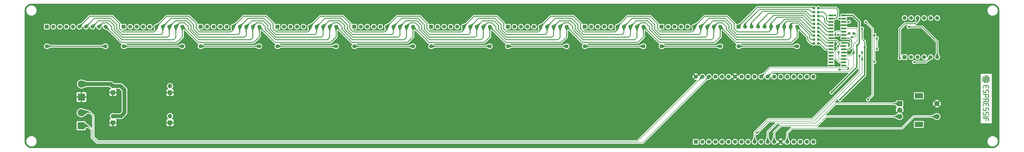
<source format=gbr>
G04 #@! TF.GenerationSoftware,KiCad,Pcbnew,(6.0.6)*
G04 #@! TF.CreationDate,2022-08-14T15:31:57+08:00*
G04 #@! TF.ProjectId,led_scroll,6c65645f-7363-4726-9f6c-6c2e6b696361,rev?*
G04 #@! TF.SameCoordinates,Original*
G04 #@! TF.FileFunction,Copper,L1,Top*
G04 #@! TF.FilePolarity,Positive*
%FSLAX46Y46*%
G04 Gerber Fmt 4.6, Leading zero omitted, Abs format (unit mm)*
G04 Created by KiCad (PCBNEW (6.0.6)) date 2022-08-14 15:31:57*
%MOMM*%
%LPD*%
G01*
G04 APERTURE LIST*
G04 Aperture macros list*
%AMRoundRect*
0 Rectangle with rounded corners*
0 $1 Rounding radius*
0 $2 $3 $4 $5 $6 $7 $8 $9 X,Y pos of 4 corners*
0 Add a 4 corners polygon primitive as box body*
4,1,4,$2,$3,$4,$5,$6,$7,$8,$9,$2,$3,0*
0 Add four circle primitives for the rounded corners*
1,1,$1+$1,$2,$3*
1,1,$1+$1,$4,$5*
1,1,$1+$1,$6,$7*
1,1,$1+$1,$8,$9*
0 Add four rect primitives between the rounded corners*
20,1,$1+$1,$2,$3,$4,$5,0*
20,1,$1+$1,$4,$5,$6,$7,0*
20,1,$1+$1,$6,$7,$8,$9,0*
20,1,$1+$1,$8,$9,$2,$3,0*%
G04 Aperture macros list end*
G04 #@! TA.AperFunction,SMDPad,CuDef*
%ADD10RoundRect,0.200000X-0.200000X-0.275000X0.200000X-0.275000X0.200000X0.275000X-0.200000X0.275000X0*%
G04 #@! TD*
G04 #@! TA.AperFunction,SMDPad,CuDef*
%ADD11RoundRect,0.200000X0.200000X0.275000X-0.200000X0.275000X-0.200000X-0.275000X0.200000X-0.275000X0*%
G04 #@! TD*
G04 #@! TA.AperFunction,SMDPad,CuDef*
%ADD12RoundRect,0.150000X-0.825000X-0.150000X0.825000X-0.150000X0.825000X0.150000X-0.825000X0.150000X0*%
G04 #@! TD*
G04 #@! TA.AperFunction,ComponentPad*
%ADD13R,1.500000X1.500000*%
G04 #@! TD*
G04 #@! TA.AperFunction,ComponentPad*
%ADD14C,1.500000*%
G04 #@! TD*
G04 #@! TA.AperFunction,ComponentPad*
%ADD15C,1.560000*%
G04 #@! TD*
G04 #@! TA.AperFunction,ComponentPad*
%ADD16R,1.560000X1.560000*%
G04 #@! TD*
G04 #@! TA.AperFunction,ComponentPad*
%ADD17O,1.700000X1.700000*%
G04 #@! TD*
G04 #@! TA.AperFunction,ComponentPad*
%ADD18R,1.700000X1.700000*%
G04 #@! TD*
G04 #@! TA.AperFunction,ComponentPad*
%ADD19R,2.800000X2.800000*%
G04 #@! TD*
G04 #@! TA.AperFunction,ComponentPad*
%ADD20C,2.800000*%
G04 #@! TD*
G04 #@! TA.AperFunction,ComponentPad*
%ADD21R,2.000000X2.000000*%
G04 #@! TD*
G04 #@! TA.AperFunction,ComponentPad*
%ADD22C,2.000000*%
G04 #@! TD*
G04 #@! TA.AperFunction,ComponentPad*
%ADD23R,3.200000X2.000000*%
G04 #@! TD*
G04 #@! TA.AperFunction,ViaPad*
%ADD24C,0.800000*%
G04 #@! TD*
G04 #@! TA.AperFunction,Conductor*
%ADD25C,0.200000*%
G04 #@! TD*
G04 #@! TA.AperFunction,Conductor*
%ADD26C,0.350000*%
G04 #@! TD*
G04 #@! TA.AperFunction,Conductor*
%ADD27C,0.500000*%
G04 #@! TD*
G04 #@! TA.AperFunction,Conductor*
%ADD28C,1.500000*%
G04 #@! TD*
G04 APERTURE END LIST*
G36*
X429076611Y-221109115D02*
G01*
X429074324Y-221379872D01*
X429063400Y-221590692D01*
X429037747Y-221749053D01*
X428991271Y-221862434D01*
X428917879Y-221938311D01*
X428811478Y-221984165D01*
X428665973Y-222007473D01*
X428475273Y-222015714D01*
X428337246Y-222016537D01*
X427895009Y-222016537D01*
X427769011Y-221901154D01*
X427643012Y-221785772D01*
X427631965Y-221327715D01*
X427629848Y-221239929D01*
X427929732Y-221239929D01*
X427930473Y-221402719D01*
X427934481Y-221511631D01*
X427944431Y-221580251D01*
X427962998Y-221622163D01*
X427992858Y-221650950D01*
X428013461Y-221665062D01*
X428076076Y-221693782D01*
X428163807Y-221708367D01*
X428293326Y-221710774D01*
X428379359Y-221708004D01*
X428537415Y-221699229D01*
X428646243Y-221681261D01*
X428715026Y-221643100D01*
X428752950Y-221573748D01*
X428769200Y-221462206D01*
X428772960Y-221297474D01*
X428773025Y-221236577D01*
X428773025Y-220869658D01*
X427929732Y-220869658D01*
X427929732Y-221239929D01*
X427629848Y-221239929D01*
X427620919Y-220869658D01*
X426681657Y-220869658D01*
X426681657Y-220723487D01*
X426686442Y-220628831D01*
X426698453Y-220565295D01*
X426704145Y-220554828D01*
X426741991Y-220549575D01*
X426839452Y-220544756D01*
X426988679Y-220540521D01*
X427181825Y-220537016D01*
X427411041Y-220534389D01*
X427668480Y-220532786D01*
X427901622Y-220532340D01*
X429076611Y-220532340D01*
X429076611Y-221109115D01*
G37*
G36*
X429076611Y-229607041D02*
G01*
X426698523Y-229589313D01*
X426677961Y-229268861D01*
X429076611Y-229268861D01*
X429076611Y-229607041D01*
G37*
G36*
X428013137Y-229909883D02*
G01*
X428246093Y-229910584D01*
X428427161Y-229912385D01*
X428564129Y-229915805D01*
X428664785Y-229921360D01*
X428736915Y-229929569D01*
X428788309Y-229940950D01*
X428826754Y-229956020D01*
X428860037Y-229975297D01*
X428877174Y-229986673D01*
X428949180Y-230040226D01*
X429001390Y-230096759D01*
X429036693Y-230167611D01*
X429057980Y-230264123D01*
X429068140Y-230397638D01*
X429070061Y-230579494D01*
X429068143Y-230736192D01*
X429059745Y-231242168D01*
X428789891Y-231242168D01*
X428780436Y-230789014D01*
X428773952Y-230604762D01*
X428763421Y-230452747D01*
X428749926Y-230344608D01*
X428734552Y-230291989D01*
X428734141Y-230291471D01*
X428684730Y-230267331D01*
X428581063Y-230252822D01*
X428417289Y-230247205D01*
X428381988Y-230247081D01*
X428066674Y-230247081D01*
X428057234Y-230677161D01*
X428047793Y-231107241D01*
X427904433Y-231117613D01*
X427761073Y-231127986D01*
X427761073Y-230248795D01*
X427229798Y-230239505D01*
X426698523Y-230230216D01*
X426677961Y-229909764D01*
X427720505Y-229909764D01*
X428013137Y-229909883D01*
G37*
G36*
X426985759Y-228012354D02*
G01*
X426988000Y-228191962D01*
X426993813Y-228349771D01*
X427002416Y-228472403D01*
X427013025Y-228546477D01*
X427017803Y-228559754D01*
X427067543Y-228587551D01*
X427164664Y-228608631D01*
X427289299Y-228621693D01*
X427421585Y-228625438D01*
X427541655Y-228618568D01*
X427629646Y-228599782D01*
X427629674Y-228599772D01*
X427668387Y-228581990D01*
X427694401Y-228555658D01*
X427711108Y-228507857D01*
X427721900Y-228425668D01*
X427730168Y-228296175D01*
X427734925Y-228198935D01*
X427752042Y-227966358D01*
X427783847Y-227792614D01*
X427838665Y-227669376D01*
X427924822Y-227588315D01*
X428050645Y-227541102D01*
X428224460Y-227519408D01*
X428418842Y-227514811D01*
X428622013Y-227518955D01*
X428778615Y-227536514D01*
X428894656Y-227575177D01*
X428976139Y-227642634D01*
X429029071Y-227746574D01*
X429059456Y-227894686D01*
X429073301Y-228094660D01*
X429076611Y-228354185D01*
X429076611Y-228864080D01*
X428774829Y-228864080D01*
X428756159Y-227868994D01*
X428595934Y-227838042D01*
X428411614Y-227824247D01*
X428275482Y-227838042D01*
X428115256Y-227868994D01*
X428098390Y-228256909D01*
X428080343Y-228498039D01*
X428044750Y-228679783D01*
X427983786Y-228809512D01*
X427889627Y-228894601D01*
X427754450Y-228942422D01*
X427570431Y-228960347D01*
X427355495Y-228956963D01*
X427151586Y-228941389D01*
X427001014Y-228912606D01*
X426890184Y-228865866D01*
X426805503Y-228796420D01*
X426769020Y-228752103D01*
X426742830Y-228711287D01*
X426723624Y-228662716D01*
X426710044Y-228595235D01*
X426700730Y-228497687D01*
X426694323Y-228358917D01*
X426689465Y-228167768D01*
X426687869Y-228085901D01*
X426677215Y-227514811D01*
X426985243Y-227514811D01*
X426985759Y-228012354D01*
G37*
G36*
X427707789Y-222326771D02*
G01*
X427913089Y-222328097D01*
X427963463Y-222328488D01*
X429059745Y-222336989D01*
X429068112Y-222893562D01*
X429070243Y-223122467D01*
X429067230Y-223294781D01*
X429056731Y-223421318D01*
X429036402Y-223512894D01*
X429003899Y-223580324D01*
X428956880Y-223634421D01*
X428897046Y-223683006D01*
X428850628Y-223712599D01*
X428796558Y-223732638D01*
X428721302Y-223744937D01*
X428611330Y-223751307D01*
X428453108Y-223753564D01*
X428369312Y-223753722D01*
X428186549Y-223752583D01*
X428058534Y-223748087D01*
X427972577Y-223738615D01*
X427915984Y-223722545D01*
X427876064Y-223698259D01*
X427865810Y-223689463D01*
X427813478Y-223627318D01*
X427794805Y-223579835D01*
X427785523Y-223541384D01*
X427751198Y-223545670D01*
X427682112Y-223595217D01*
X427657695Y-223615455D01*
X427573061Y-223663486D01*
X427434233Y-223715478D01*
X427254046Y-223767721D01*
X427045332Y-223816508D01*
X426820926Y-223858130D01*
X426813912Y-223859257D01*
X426681657Y-223880405D01*
X426681657Y-223710115D01*
X426684240Y-223608951D01*
X426699460Y-223555539D01*
X426738530Y-223530184D01*
X426791285Y-223517517D01*
X427051442Y-223463429D01*
X427253117Y-223416583D01*
X427404145Y-223371848D01*
X427512364Y-223324091D01*
X427585610Y-223268180D01*
X427631719Y-223198981D01*
X427658528Y-223111363D01*
X427673226Y-223004877D01*
X427963463Y-223004877D01*
X427967724Y-223192391D01*
X427980218Y-223321692D01*
X428000514Y-223388642D01*
X428003942Y-223392792D01*
X428057673Y-223412820D01*
X428159618Y-223426276D01*
X428290848Y-223433158D01*
X428432435Y-223433468D01*
X428565451Y-223427205D01*
X428670966Y-223414370D01*
X428730052Y-223394961D01*
X428732547Y-223392792D01*
X428753897Y-223334872D01*
X428767506Y-223214023D01*
X428772941Y-223034384D01*
X428773025Y-223004877D01*
X428773025Y-222657440D01*
X427963463Y-222657440D01*
X427963463Y-223004877D01*
X427673226Y-223004877D01*
X427673873Y-223000193D01*
X427679569Y-222935727D01*
X427702321Y-222657440D01*
X426681657Y-222657440D01*
X426681657Y-222504589D01*
X426690710Y-222400836D01*
X426714987Y-222341723D01*
X426724045Y-222335471D01*
X426766787Y-222331872D01*
X426868856Y-222329066D01*
X427022122Y-222327102D01*
X427218454Y-222326032D01*
X427449720Y-222325905D01*
X427707789Y-222326771D01*
G37*
G36*
X429026400Y-213879208D02*
G01*
X429131642Y-213956122D01*
X429223125Y-214080548D01*
X429231611Y-214096340D01*
X429258515Y-214207442D01*
X429243325Y-214359386D01*
X429185327Y-214555244D01*
X429083805Y-214798086D01*
X429053157Y-214863132D01*
X428859530Y-215189897D01*
X428613190Y-215477805D01*
X428320710Y-215720196D01*
X428047793Y-215881954D01*
X427890130Y-215954382D01*
X427726924Y-216018961D01*
X427584766Y-216065516D01*
X427536704Y-216077466D01*
X427329200Y-216121292D01*
X427174087Y-216014571D01*
X427082251Y-215945276D01*
X427035554Y-215887806D01*
X427019803Y-215821880D01*
X427018975Y-215792939D01*
X427025021Y-215716646D01*
X427056379Y-215679562D01*
X427132880Y-215660637D01*
X427145469Y-215658673D01*
X427445646Y-215601130D01*
X427695344Y-215525027D01*
X427910552Y-215423340D01*
X428107261Y-215289049D01*
X428232399Y-215181296D01*
X428470514Y-214919727D01*
X428645609Y-214634180D01*
X428757822Y-214324388D01*
X428798725Y-214095744D01*
X428813689Y-213975681D01*
X428830584Y-213907093D01*
X428857462Y-213874270D01*
X428902374Y-213861501D01*
X428919898Y-213859309D01*
X429026400Y-213879208D01*
G37*
G36*
X427248365Y-213796692D02*
G01*
X427266735Y-213813947D01*
X427315513Y-213910571D01*
X427312121Y-214015809D01*
X427265001Y-214110203D01*
X427182589Y-214174295D01*
X427103304Y-214190773D01*
X427016051Y-214167313D01*
X426951511Y-214123310D01*
X426900478Y-214042950D01*
X426884048Y-213971517D01*
X426907509Y-213884264D01*
X426951511Y-213819724D01*
X427045501Y-213765122D01*
X427153582Y-213757277D01*
X427248365Y-213796692D01*
G37*
G36*
X426985243Y-219269618D02*
G01*
X426987585Y-219453330D01*
X426994046Y-219614449D01*
X427003777Y-219739453D01*
X427015930Y-219814822D01*
X427020162Y-219826191D01*
X427046260Y-219858872D01*
X427091520Y-219878546D01*
X427170973Y-219888337D01*
X427299650Y-219891367D01*
X427334166Y-219891437D01*
X427494203Y-219885949D01*
X427610001Y-219870499D01*
X427666548Y-219849273D01*
X427693145Y-219810484D01*
X427712531Y-219735736D01*
X427726592Y-219614274D01*
X427736521Y-219450429D01*
X427754638Y-219219581D01*
X427789937Y-219047399D01*
X427850729Y-218925671D01*
X427945321Y-218846186D01*
X428082021Y-218800732D01*
X428269137Y-218781098D01*
X428416590Y-218778290D01*
X428620539Y-218782693D01*
X428777769Y-218801016D01*
X428894289Y-218840927D01*
X428976110Y-218910096D01*
X429029242Y-219016192D01*
X429059695Y-219166886D01*
X429073480Y-219369845D01*
X429076611Y-219620500D01*
X429076611Y-220127560D01*
X428774829Y-220127560D01*
X428765494Y-219630016D01*
X428756159Y-219132473D01*
X428115256Y-219132473D01*
X428097877Y-219539521D01*
X428081379Y-219774749D01*
X428049100Y-219951342D01*
X427992651Y-220076977D01*
X427903642Y-220159337D01*
X427773684Y-220206099D01*
X427594388Y-220224944D01*
X427357364Y-220223551D01*
X427350879Y-220223332D01*
X427179332Y-220215354D01*
X427060046Y-220203485D01*
X426977830Y-220185003D01*
X426917493Y-220157188D01*
X426894321Y-220141555D01*
X426819936Y-220079081D01*
X426764875Y-220009060D01*
X426726359Y-219920616D01*
X426701607Y-219802872D01*
X426687841Y-219644952D01*
X426682281Y-219435979D01*
X426681710Y-219309565D01*
X426681657Y-218778290D01*
X426985243Y-218778290D01*
X426985243Y-219269618D01*
G37*
G36*
X426985759Y-226292035D02*
G01*
X426987737Y-226470979D01*
X426992826Y-226627477D01*
X427000345Y-226748365D01*
X427009609Y-226820475D01*
X427013846Y-226833032D01*
X427049389Y-226854243D01*
X427128631Y-226865951D01*
X427260431Y-226868982D01*
X427375946Y-226866764D01*
X427710475Y-226857042D01*
X427731720Y-226485992D01*
X427746340Y-226282322D01*
X427765782Y-226133312D01*
X427793827Y-226026169D01*
X427834260Y-225948097D01*
X427890861Y-225886303D01*
X427914896Y-225866385D01*
X427960017Y-225835875D01*
X428012592Y-225815392D01*
X428086400Y-225802986D01*
X428195221Y-225796706D01*
X428352835Y-225794602D01*
X428422859Y-225794492D01*
X428597066Y-225795009D01*
X428717878Y-225798311D01*
X428799363Y-225807026D01*
X428855588Y-225823782D01*
X428900621Y-225851204D01*
X428948531Y-225891921D01*
X428949585Y-225892862D01*
X429059745Y-225991231D01*
X429059745Y-227126896D01*
X428789891Y-227126896D01*
X428780871Y-226654651D01*
X428775926Y-226449470D01*
X428766285Y-226302157D01*
X428746145Y-226203125D01*
X428709702Y-226142788D01*
X428651152Y-226111559D01*
X428564690Y-226099851D01*
X428444514Y-226098077D01*
X428443909Y-226098077D01*
X428298378Y-226100832D01*
X428200781Y-226116575D01*
X428141552Y-226156529D01*
X428111123Y-226231915D01*
X428099928Y-226353954D01*
X428098390Y-226503363D01*
X428088765Y-226743365D01*
X428058504Y-226925180D01*
X428005533Y-227055482D01*
X427927773Y-227140943D01*
X427893494Y-227161923D01*
X427817605Y-227186601D01*
X427697794Y-227202354D01*
X427525070Y-227210075D01*
X427396687Y-227211225D01*
X427221574Y-227210037D01*
X427098923Y-227204981D01*
X427013753Y-227193820D01*
X426951081Y-227174318D01*
X426895926Y-227144236D01*
X426880603Y-227134160D01*
X426813034Y-227079701D01*
X426762645Y-227013053D01*
X426727012Y-226924065D01*
X426703711Y-226802582D01*
X426690318Y-226638449D01*
X426684408Y-226421513D01*
X426683561Y-226308901D01*
X426681657Y-225794492D01*
X426985243Y-225794492D01*
X426985759Y-226292035D01*
G37*
G36*
X428125088Y-213424192D02*
G01*
X428296709Y-213458281D01*
X428434629Y-213538286D01*
X428556132Y-213674557D01*
X428565454Y-213687899D01*
X428607543Y-213758189D01*
X428629318Y-213828656D01*
X428634949Y-213922404D01*
X428629757Y-214044197D01*
X428579947Y-214324553D01*
X428470206Y-214595495D01*
X428308068Y-214847238D01*
X428101064Y-215069996D01*
X427856726Y-215253983D01*
X427599260Y-215383022D01*
X427416140Y-215436924D01*
X427203254Y-215473074D01*
X426994159Y-215486957D01*
X426869741Y-215481203D01*
X426767571Y-215464305D01*
X426709407Y-215433867D01*
X426671794Y-215375647D01*
X426663122Y-215355725D01*
X426635760Y-215244014D01*
X426651199Y-215118919D01*
X426651940Y-215115977D01*
X426685565Y-214983469D01*
X426961898Y-214994815D01*
X427130711Y-214996517D01*
X427262090Y-214982919D01*
X427385074Y-214950250D01*
X427430557Y-214933971D01*
X427646926Y-214821621D01*
X427838712Y-214662325D01*
X427995006Y-214469323D01*
X428104898Y-214255860D01*
X428155489Y-214054050D01*
X428165583Y-213953263D01*
X428160920Y-213903576D01*
X428135834Y-213889237D01*
X428097407Y-213892612D01*
X428047875Y-213911344D01*
X428013666Y-213960872D01*
X427984553Y-214057675D01*
X427978385Y-214084413D01*
X427901662Y-214291533D01*
X427774778Y-214482817D01*
X427611172Y-214643796D01*
X427424282Y-214760000D01*
X427313360Y-214800422D01*
X427148023Y-214828325D01*
X426962227Y-214834335D01*
X426787732Y-214818651D01*
X426694300Y-214796551D01*
X426614340Y-214751737D01*
X426581350Y-214680264D01*
X426594288Y-214573818D01*
X426648638Y-214431709D01*
X426694958Y-214342556D01*
X426733416Y-214306496D01*
X426774391Y-214311416D01*
X426842014Y-214329514D01*
X426946291Y-214345035D01*
X427002109Y-214350161D01*
X427181733Y-214332784D01*
X427333303Y-214257445D01*
X427449594Y-214130350D01*
X427523377Y-213957706D01*
X427537380Y-213890463D01*
X427597463Y-213707030D01*
X427707250Y-213563118D01*
X427857330Y-213466192D01*
X428038293Y-213423720D01*
X428125088Y-213424192D01*
G37*
G36*
X428353330Y-224111687D02*
G01*
X428544385Y-224116327D01*
X428690681Y-224126322D01*
X428799775Y-224142755D01*
X428879225Y-224166712D01*
X428936587Y-224199275D01*
X428979420Y-224241529D01*
X429010634Y-224286834D01*
X429035966Y-224335587D01*
X429053910Y-224393273D01*
X429065701Y-224471860D01*
X429072571Y-224583319D01*
X429075754Y-224739617D01*
X429076485Y-224925900D01*
X429076611Y-225457174D01*
X428773025Y-225457174D01*
X428773025Y-224991676D01*
X428770206Y-224769724D01*
X428761611Y-224612458D01*
X428747038Y-224517330D01*
X428732547Y-224485700D01*
X428675156Y-224463943D01*
X428559727Y-224450087D01*
X428395341Y-224445222D01*
X428098390Y-224445222D01*
X428098390Y-225322247D01*
X427794805Y-225322247D01*
X427794805Y-224445222D01*
X427430502Y-224445222D01*
X427235601Y-224449312D01*
X427101677Y-224461394D01*
X427031513Y-224481192D01*
X427025721Y-224485700D01*
X427006666Y-224537180D01*
X426993738Y-224648943D01*
X426986733Y-224823538D01*
X426985243Y-224991676D01*
X426985243Y-225457174D01*
X426681657Y-225457174D01*
X426682978Y-224959631D01*
X426687024Y-224710564D01*
X426697791Y-224526212D01*
X426715465Y-224404142D01*
X426728967Y-224360893D01*
X426786011Y-224265011D01*
X426849185Y-224192234D01*
X426875853Y-224171712D01*
X426909922Y-224155648D01*
X426959676Y-224143365D01*
X427033399Y-224134189D01*
X427139375Y-224127442D01*
X427285888Y-224122451D01*
X427481222Y-224118538D01*
X427733662Y-224115028D01*
X427806715Y-224114134D01*
X428109959Y-224111317D01*
X428353330Y-224111687D01*
G37*
G36*
X428244447Y-213172614D02*
G01*
X428577244Y-213254802D01*
X428638098Y-213276984D01*
X428749669Y-213328622D01*
X428877040Y-213401107D01*
X429004433Y-213483704D01*
X429116066Y-213565676D01*
X429196159Y-213636288D01*
X429227022Y-213677641D01*
X429229209Y-213726474D01*
X429186304Y-213735464D01*
X429106134Y-213706612D01*
X428996529Y-213641918D01*
X428945014Y-213605582D01*
X428669778Y-213442162D01*
X428372993Y-213337727D01*
X428065105Y-213294643D01*
X427756560Y-213315275D01*
X427706222Y-213324987D01*
X427419590Y-213409581D01*
X427170572Y-213538331D01*
X426947784Y-213713106D01*
X426732000Y-213951410D01*
X426577926Y-214214727D01*
X426484482Y-214505810D01*
X426450589Y-214827411D01*
X426453864Y-214972468D01*
X426504729Y-215290784D01*
X426619052Y-215586962D01*
X426795422Y-215857384D01*
X426803102Y-215866827D01*
X426878121Y-215973999D01*
X426897445Y-216044229D01*
X426861020Y-216077122D01*
X426833164Y-216079751D01*
X426790668Y-216052695D01*
X426725455Y-215981074D01*
X426647733Y-215879206D01*
X426567707Y-215761411D01*
X426495584Y-215642007D01*
X426441571Y-215535314D01*
X426436434Y-215523177D01*
X426350561Y-215237453D01*
X426312066Y-214927077D01*
X426322529Y-214616672D01*
X426364178Y-214395954D01*
X426471777Y-214117540D01*
X426635633Y-213854601D01*
X426844575Y-213620401D01*
X427087434Y-213428202D01*
X427261557Y-213330476D01*
X427587074Y-213210433D01*
X427914547Y-213157818D01*
X428244447Y-213172614D01*
G37*
G36*
X429419384Y-214705536D02*
G01*
X429441983Y-214798086D01*
X429433404Y-215047204D01*
X429366022Y-215299800D01*
X429246882Y-215544691D01*
X429083033Y-215770693D01*
X428881522Y-215966623D01*
X428649394Y-216121297D01*
X428589262Y-216151342D01*
X428444022Y-216207838D01*
X428288444Y-216249674D01*
X428137030Y-216275228D01*
X428004284Y-216282875D01*
X427904708Y-216270991D01*
X427852807Y-216237954D01*
X427851008Y-216233988D01*
X427852296Y-216192401D01*
X427898080Y-216151765D01*
X427989045Y-216106588D01*
X428270748Y-215955862D01*
X428541682Y-215760483D01*
X428790503Y-215532013D01*
X429005868Y-215282012D01*
X429176432Y-215022039D01*
X429282496Y-214788419D01*
X429329593Y-214697510D01*
X429378494Y-214670080D01*
X429419384Y-214705536D01*
G37*
G36*
X428345553Y-217096272D02*
G01*
X428531971Y-217101922D01*
X428674751Y-217113680D01*
X428781820Y-217132830D01*
X428861109Y-217160655D01*
X428920547Y-217198438D01*
X428968061Y-217247462D01*
X428999481Y-217290649D01*
X429028669Y-217338138D01*
X429049407Y-217387928D01*
X429063130Y-217452088D01*
X429071270Y-217542686D01*
X429075262Y-217671791D01*
X429076539Y-217851472D01*
X429076611Y-217939985D01*
X429076611Y-218474704D01*
X428773025Y-218474704D01*
X428773025Y-217986781D01*
X428772635Y-217781241D01*
X428766874Y-217633587D01*
X428748859Y-217534257D01*
X428711706Y-217473692D01*
X428648532Y-217442330D01*
X428552452Y-217430611D01*
X428416584Y-217428974D01*
X428371441Y-217429020D01*
X428100349Y-217429020D01*
X428090937Y-217875966D01*
X428081525Y-218322911D01*
X427938165Y-218333284D01*
X427794805Y-218343656D01*
X427794805Y-217429020D01*
X427430502Y-217429020D01*
X427235601Y-217433110D01*
X427101677Y-217445192D01*
X427031513Y-217464990D01*
X427025721Y-217469498D01*
X427007072Y-217519571D01*
X426994274Y-217628469D01*
X426987097Y-217799164D01*
X426985243Y-217992340D01*
X426985243Y-218474704D01*
X426681657Y-218474704D01*
X426682978Y-217960295D01*
X426686330Y-217719067D01*
X426695304Y-217538824D01*
X426710384Y-217413284D01*
X426730876Y-217338804D01*
X426762418Y-217272687D01*
X426798247Y-217220562D01*
X426846356Y-217180649D01*
X426914737Y-217151163D01*
X427011382Y-217130325D01*
X427144282Y-217116350D01*
X427321430Y-217107459D01*
X427550818Y-217101868D01*
X427810086Y-217098166D01*
X428107568Y-217095448D01*
X428345553Y-217096272D01*
G37*
D10*
X374747000Y-196938000D03*
X376397000Y-196938000D03*
D11*
X362618000Y-200836000D03*
X360968000Y-200836000D03*
X362618000Y-199312000D03*
X360968000Y-199312000D03*
X362618000Y-197788000D03*
X360968000Y-197788000D03*
X362618000Y-196264000D03*
X360968000Y-196264000D03*
X362618000Y-194740000D03*
X360968000Y-194740000D03*
X362618000Y-193216000D03*
X360968000Y-193216000D03*
X362618000Y-191692000D03*
X360968000Y-191692000D03*
X362618000Y-190168000D03*
X360968000Y-190168000D03*
X360968000Y-188644000D03*
X362618000Y-188644000D03*
X360968000Y-187032000D03*
X362618000Y-187032000D03*
D12*
X372553000Y-200533000D03*
X372553000Y-201803000D03*
X372553000Y-203073000D03*
X372553000Y-204343000D03*
X372553000Y-205613000D03*
X372553000Y-206883000D03*
X372553000Y-208153000D03*
X372553000Y-209423000D03*
X367603000Y-209423000D03*
X367603000Y-208153000D03*
X367603000Y-206883000D03*
X367603000Y-205613000D03*
X367603000Y-204343000D03*
X367603000Y-203073000D03*
X367603000Y-201803000D03*
X367603000Y-200533000D03*
D13*
X241884000Y-194310000D03*
D14*
X244424000Y-194310000D03*
X246964000Y-194310000D03*
X249504000Y-194310000D03*
X252044000Y-194310000D03*
X254584000Y-194310000D03*
X257124000Y-194310000D03*
X259664000Y-194310000D03*
X262204000Y-194310000D03*
X264744000Y-194310000D03*
X264744000Y-201930000D03*
X241884000Y-201930000D03*
D13*
X301684000Y-194310000D03*
D14*
X304224000Y-194310000D03*
X306764000Y-194310000D03*
X309304000Y-194310000D03*
X311844000Y-194310000D03*
X314384000Y-194310000D03*
X316924000Y-194310000D03*
X319464000Y-194310000D03*
X322004000Y-194310000D03*
X324544000Y-194310000D03*
X324544000Y-201930000D03*
X301684000Y-201930000D03*
X396240000Y-190905000D03*
X398780000Y-190905000D03*
X401320000Y-190905000D03*
X403860000Y-190905000D03*
X406400000Y-190905000D03*
X408940000Y-190905000D03*
X408940000Y-206145000D03*
X406400000Y-206145000D03*
X403860000Y-206145000D03*
X401320000Y-206145000D03*
X398780000Y-206145000D03*
D13*
X396240000Y-206145000D03*
X122284000Y-194310000D03*
D14*
X124824000Y-194310000D03*
X127364000Y-194310000D03*
X129904000Y-194310000D03*
X132444000Y-194310000D03*
X134984000Y-194310000D03*
X137524000Y-194310000D03*
X140064000Y-194310000D03*
X142604000Y-194310000D03*
X145144000Y-194310000D03*
X145144000Y-201930000D03*
X122284000Y-201930000D03*
D13*
X152184000Y-194310000D03*
D14*
X154724000Y-194310000D03*
X157264000Y-194310000D03*
X159804000Y-194310000D03*
X162344000Y-194310000D03*
X164884000Y-194310000D03*
X167424000Y-194310000D03*
X169964000Y-194310000D03*
X172504000Y-194310000D03*
X175044000Y-194310000D03*
X175044000Y-201930000D03*
X152184000Y-201930000D03*
D15*
X360732000Y-213794500D03*
X358192000Y-213794500D03*
X355652000Y-213794500D03*
X353112000Y-213794500D03*
X350572000Y-213794500D03*
X348032000Y-213794500D03*
X345492000Y-213794500D03*
X342952000Y-213794500D03*
X340412000Y-213794500D03*
X337872000Y-213794500D03*
X335332000Y-213794500D03*
X332792000Y-213794500D03*
X330252000Y-213794500D03*
X327712000Y-213794500D03*
X325172000Y-213794500D03*
X322632000Y-213794500D03*
X320092000Y-213794500D03*
X317552000Y-213794500D03*
X315012000Y-213794500D03*
X360732000Y-239194500D03*
X358192000Y-239194500D03*
X355652000Y-239194500D03*
X353112000Y-239194500D03*
X350572000Y-239194500D03*
X348032000Y-239194500D03*
X345492000Y-239194500D03*
X342952000Y-239194500D03*
X340412000Y-239194500D03*
X337872000Y-239194500D03*
X335332000Y-239194500D03*
X332792000Y-239194500D03*
X330252000Y-239194500D03*
X327712000Y-239194500D03*
X325172000Y-239194500D03*
X322632000Y-239194500D03*
X320092000Y-239194500D03*
X317552000Y-239194500D03*
D16*
X315012000Y-239194500D03*
D17*
X88199000Y-229158000D03*
D18*
X88199000Y-231698000D03*
X110429000Y-231698000D03*
D17*
X110429000Y-229158000D03*
D13*
X92384000Y-194310000D03*
D14*
X94924000Y-194310000D03*
X97464000Y-194310000D03*
X100004000Y-194310000D03*
X102544000Y-194310000D03*
X105084000Y-194310000D03*
X107624000Y-194310000D03*
X110164000Y-194310000D03*
X112704000Y-194310000D03*
X115244000Y-194310000D03*
X115244000Y-201930000D03*
X92384000Y-201930000D03*
D13*
X211984000Y-194310000D03*
D14*
X214524000Y-194310000D03*
X217064000Y-194310000D03*
X219604000Y-194310000D03*
X222144000Y-194310000D03*
X224684000Y-194310000D03*
X227224000Y-194310000D03*
X229764000Y-194310000D03*
X232304000Y-194310000D03*
X234844000Y-194310000D03*
X234844000Y-201930000D03*
X211984000Y-201930000D03*
D19*
X75946000Y-221742000D03*
D20*
X75946000Y-216662000D03*
D13*
X271784000Y-194310000D03*
D14*
X274324000Y-194310000D03*
X276864000Y-194310000D03*
X279404000Y-194310000D03*
X281944000Y-194310000D03*
X284484000Y-194310000D03*
X287024000Y-194310000D03*
X289564000Y-194310000D03*
X292104000Y-194310000D03*
X294644000Y-194310000D03*
X294644000Y-201930000D03*
X271784000Y-201930000D03*
D13*
X62484000Y-194310000D03*
D14*
X65024000Y-194310000D03*
X67564000Y-194310000D03*
X70104000Y-194310000D03*
X72644000Y-194310000D03*
X75184000Y-194310000D03*
X77724000Y-194310000D03*
X80264000Y-194310000D03*
X82804000Y-194310000D03*
X85344000Y-194310000D03*
X85344000Y-201930000D03*
X62484000Y-201930000D03*
D17*
X88199000Y-217449000D03*
D18*
X88199000Y-219989000D03*
X110429000Y-219989000D03*
D17*
X110429000Y-217449000D03*
D21*
X394324000Y-224322000D03*
D22*
X394324000Y-229322000D03*
X394324000Y-226822000D03*
D23*
X401824000Y-232422000D03*
X401824000Y-221222000D03*
D22*
X408824000Y-229322000D03*
X408824000Y-224322000D03*
D13*
X182084000Y-194310000D03*
D14*
X184624000Y-194310000D03*
X187164000Y-194310000D03*
X189704000Y-194310000D03*
X192244000Y-194310000D03*
X194784000Y-194310000D03*
X197324000Y-194310000D03*
X199864000Y-194310000D03*
X202404000Y-194310000D03*
X204944000Y-194310000D03*
X204944000Y-201930000D03*
X182084000Y-201930000D03*
D12*
X372553000Y-189865000D03*
X372553000Y-191135000D03*
X372553000Y-192405000D03*
X372553000Y-193675000D03*
X372553000Y-194945000D03*
X372553000Y-196215000D03*
X372553000Y-197485000D03*
X372553000Y-198755000D03*
X367603000Y-198755000D03*
X367603000Y-197485000D03*
X367603000Y-196215000D03*
X367603000Y-194945000D03*
X367603000Y-193675000D03*
X367603000Y-192405000D03*
X367603000Y-191135000D03*
X367603000Y-189865000D03*
D19*
X75846000Y-232918000D03*
D20*
X75846000Y-227838000D03*
D13*
X331584000Y-194310000D03*
D14*
X334124000Y-194310000D03*
X336664000Y-194310000D03*
X339204000Y-194310000D03*
X341744000Y-194310000D03*
X344284000Y-194310000D03*
X346824000Y-194310000D03*
X349364000Y-194310000D03*
X351904000Y-194310000D03*
X354444000Y-194310000D03*
X354444000Y-201930000D03*
X331584000Y-201930000D03*
D24*
X390304000Y-196811000D03*
X393225000Y-196811000D03*
X391764500Y-196811000D03*
X310167000Y-202907000D03*
X313088000Y-202907000D03*
X314548500Y-202907000D03*
X316009000Y-202907000D03*
X311627500Y-202907000D03*
X280830000Y-203288000D03*
X283751000Y-203288000D03*
X285211500Y-203288000D03*
X286672000Y-203288000D03*
X282290500Y-203288000D03*
X250350000Y-204050000D03*
X253271000Y-204050000D03*
X254731500Y-204050000D03*
X256192000Y-204050000D03*
X251810500Y-204050000D03*
X221902000Y-204558000D03*
X224823000Y-204558000D03*
X226283500Y-204558000D03*
X227744000Y-204558000D03*
X223362500Y-204558000D03*
X191168000Y-205193000D03*
X194089000Y-205193000D03*
X195549500Y-205193000D03*
X197010000Y-205193000D03*
X192628500Y-205193000D03*
X162847000Y-205193000D03*
X165768000Y-205193000D03*
X167228500Y-205193000D03*
X168689000Y-205193000D03*
X164307500Y-205193000D03*
X131605000Y-205193000D03*
X134526000Y-205193000D03*
X135986500Y-205193000D03*
X137447000Y-205193000D03*
X133065500Y-205193000D03*
X101252000Y-205193000D03*
X104173000Y-205193000D03*
X105633500Y-205193000D03*
X107094000Y-205193000D03*
X102712500Y-205193000D03*
X71026000Y-198462000D03*
X73947000Y-198462000D03*
X75407500Y-198462000D03*
X76868000Y-198462000D03*
X72486500Y-198462000D03*
X268130000Y-213067000D03*
X271051000Y-213067000D03*
X272511500Y-213067000D03*
X273972000Y-213067000D03*
X269590500Y-213067000D03*
X268130000Y-223481000D03*
X271051000Y-223481000D03*
X272511500Y-223481000D03*
X273972000Y-223481000D03*
X269590500Y-223481000D03*
X268130000Y-234149000D03*
X271051000Y-234149000D03*
X272511500Y-234149000D03*
X273972000Y-234149000D03*
X269590500Y-234149000D03*
X318930000Y-234149000D03*
X321851000Y-234149000D03*
X323311500Y-234149000D03*
X324772000Y-234149000D03*
X320390500Y-234149000D03*
X326169000Y-219417000D03*
X329090000Y-219417000D03*
X330550500Y-219417000D03*
X332011000Y-219417000D03*
X327629500Y-219417000D03*
X397416000Y-228434000D03*
X397416000Y-225513000D03*
X397416000Y-224052500D03*
X397416000Y-222592000D03*
X397416000Y-226973500D03*
X365031000Y-238340000D03*
X367952000Y-238340000D03*
X369412500Y-238340000D03*
X370873000Y-238340000D03*
X366491500Y-238340000D03*
X372143000Y-231736000D03*
X375064000Y-231736000D03*
X376524500Y-231736000D03*
X377985000Y-231736000D03*
X373603500Y-231736000D03*
X374175000Y-226910000D03*
X377096000Y-226910000D03*
X378556500Y-226910000D03*
X380017000Y-226910000D03*
X375635500Y-226910000D03*
X393987000Y-215480000D03*
X391066000Y-215480000D03*
X389605500Y-215480000D03*
X388145000Y-215480000D03*
X392526500Y-215480000D03*
X403766000Y-198335000D03*
X400845000Y-198335000D03*
X399384500Y-198335000D03*
X397924000Y-198335000D03*
X402305500Y-198335000D03*
X416339000Y-199351000D03*
X416339000Y-196430000D03*
X416339000Y-194969500D03*
X416339000Y-193509000D03*
X416339000Y-197890500D03*
X416339000Y-187286000D03*
X419260000Y-187286000D03*
X420720500Y-187286000D03*
X422181000Y-187286000D03*
X417799500Y-187286000D03*
X397543000Y-187286000D03*
X400464000Y-187286000D03*
X401924500Y-187286000D03*
X403385000Y-187286000D03*
X399003500Y-187286000D03*
X379255000Y-187286000D03*
X377794500Y-187286000D03*
X376334000Y-187286000D03*
X374873500Y-187286000D03*
X373413000Y-187286000D03*
X370111000Y-195160000D03*
X370111000Y-193763000D03*
X394368000Y-206590000D03*
X397797000Y-194398000D03*
X399956000Y-208114000D03*
X384810000Y-194564000D03*
X369316000Y-200533000D03*
X384810000Y-195834000D03*
X369316000Y-198755000D03*
X376174000Y-192024000D03*
X376174000Y-193548000D03*
X375666000Y-203454000D03*
X384810000Y-192786000D03*
X369316000Y-189865000D03*
X370840000Y-191135000D03*
X382016000Y-222758000D03*
X381127000Y-192405000D03*
X379730000Y-204216000D03*
X338836000Y-235712000D03*
X379730000Y-206883000D03*
X378714000Y-205613000D03*
X374396000Y-210566000D03*
X370840000Y-211074000D03*
X369316000Y-197485000D03*
X370586000Y-204216000D03*
X376428000Y-204343000D03*
X385478000Y-203034000D03*
X385478000Y-198755000D03*
X374650000Y-201676000D03*
X367792000Y-219964000D03*
X380746000Y-202272000D03*
X377698000Y-201676000D03*
X371094000Y-222758000D03*
X375666000Y-198374000D03*
X379730000Y-195072000D03*
X374650000Y-192405000D03*
X384462000Y-208114000D03*
X384462000Y-197485000D03*
X370332000Y-197485000D03*
X370332000Y-201803000D03*
D25*
X374175000Y-196938000D02*
X374747000Y-196938000D01*
X373628000Y-197485000D02*
X374175000Y-196938000D01*
X372553000Y-197485000D02*
X373628000Y-197485000D01*
X376969000Y-196938000D02*
X376397000Y-196938000D01*
X377223000Y-197192000D02*
X376969000Y-196938000D01*
X377223000Y-197954000D02*
X377223000Y-197192000D01*
X376803000Y-198374000D02*
X377223000Y-197954000D01*
X375666000Y-198374000D02*
X376803000Y-198374000D01*
X385478000Y-198755000D02*
X385478000Y-203034000D01*
D26*
X401320000Y-192145000D02*
X401320000Y-190905000D01*
X396400000Y-193128000D02*
X400337000Y-193128000D01*
X400337000Y-193128000D02*
X401320000Y-192145000D01*
X394368000Y-206590000D02*
X394368000Y-195160000D01*
X394368000Y-195160000D02*
X396400000Y-193128000D01*
X403131000Y-194398000D02*
X408940000Y-200207000D01*
X408940000Y-200207000D02*
X408940000Y-206145000D01*
X397797000Y-194398000D02*
X403131000Y-194398000D01*
X404431000Y-208114000D02*
X406400000Y-206145000D01*
X399956000Y-208114000D02*
X404431000Y-208114000D01*
D25*
X384462000Y-197485000D02*
X384462000Y-208114000D01*
D26*
X380746000Y-202272000D02*
X380746000Y-200152000D01*
D27*
X380746000Y-213106000D02*
X371094000Y-222758000D01*
D26*
X380746000Y-200152000D02*
X379730000Y-199136000D01*
X379730000Y-199136000D02*
X379730000Y-195072000D01*
D27*
X380746000Y-202272000D02*
X380746000Y-213106000D01*
D26*
X365451000Y-203073000D02*
X367603000Y-203073000D01*
X363214000Y-200836000D02*
X365451000Y-203073000D01*
X362618000Y-200836000D02*
X363214000Y-200836000D01*
X365705000Y-201803000D02*
X367603000Y-201803000D01*
X362618000Y-199312000D02*
X363214000Y-199312000D01*
X363214000Y-199312000D02*
X365705000Y-201803000D01*
X365705000Y-200533000D02*
X367603000Y-200533000D01*
X362960000Y-197788000D02*
X365705000Y-200533000D01*
X362618000Y-197788000D02*
X362960000Y-197788000D01*
X360714000Y-186778000D02*
X360968000Y-187032000D01*
X338996000Y-186778000D02*
X360714000Y-186778000D01*
X331584000Y-194190000D02*
X338996000Y-186778000D01*
X331584000Y-194310000D02*
X331584000Y-194190000D01*
X359062000Y-187540000D02*
X360166000Y-188644000D01*
X339758000Y-187540000D02*
X359062000Y-187540000D01*
X334124000Y-193174000D02*
X339758000Y-187540000D01*
X334124000Y-194310000D02*
X334124000Y-193174000D01*
X360166000Y-188644000D02*
X360968000Y-188644000D01*
X359658000Y-190168000D02*
X360968000Y-190168000D01*
X357792000Y-188302000D02*
X359658000Y-190168000D01*
X341028000Y-188302000D02*
X357792000Y-188302000D01*
X336664000Y-192666000D02*
X341028000Y-188302000D01*
X336664000Y-194310000D02*
X336664000Y-192666000D01*
X359912000Y-191692000D02*
X360968000Y-191692000D01*
X357284000Y-189064000D02*
X359912000Y-191692000D01*
X343314000Y-189064000D02*
X357284000Y-189064000D01*
X339204000Y-194310000D02*
X339204000Y-193174000D01*
X339204000Y-193174000D02*
X343314000Y-189064000D01*
X360166000Y-193216000D02*
X360968000Y-193216000D01*
X356776000Y-189826000D02*
X360166000Y-193216000D01*
X345346000Y-189826000D02*
X356776000Y-189826000D01*
X341744000Y-194310000D02*
X341744000Y-193428000D01*
X341744000Y-193428000D02*
X345346000Y-189826000D01*
X360420000Y-194740000D02*
X360968000Y-194740000D01*
X356268000Y-190588000D02*
X360420000Y-194740000D01*
X346616000Y-190588000D02*
X356268000Y-190588000D01*
X344284000Y-192920000D02*
X346616000Y-190588000D01*
X344284000Y-194310000D02*
X344284000Y-192920000D01*
X360420000Y-196264000D02*
X360968000Y-196264000D01*
X349664000Y-191350000D02*
X355506000Y-191350000D01*
X355506000Y-191350000D02*
X360420000Y-196264000D01*
X346824000Y-194190000D02*
X349664000Y-191350000D01*
X346824000Y-194310000D02*
X346824000Y-194190000D01*
X360420000Y-197788000D02*
X360968000Y-197788000D01*
X360078000Y-197446000D02*
X360420000Y-197788000D01*
X360078000Y-197192000D02*
X360078000Y-197446000D01*
X354998000Y-192112000D02*
X360078000Y-197192000D01*
X350426000Y-192112000D02*
X354998000Y-192112000D01*
X349364000Y-193174000D02*
X350426000Y-192112000D01*
X349364000Y-194310000D02*
X349364000Y-193174000D01*
X359912000Y-199312000D02*
X360968000Y-199312000D01*
X359316000Y-198716000D02*
X359912000Y-199312000D01*
X354744000Y-192874000D02*
X359316000Y-197446000D01*
X352458000Y-192874000D02*
X354744000Y-192874000D01*
X359316000Y-197446000D02*
X359316000Y-198716000D01*
X351904000Y-193428000D02*
X352458000Y-192874000D01*
X351904000Y-194310000D02*
X351904000Y-193428000D01*
X371293000Y-201803000D02*
X372553000Y-201803000D01*
X371000000Y-201510000D02*
X371293000Y-201803000D01*
X371000000Y-201002000D02*
X371000000Y-201510000D01*
X369730000Y-199732000D02*
X371000000Y-201002000D01*
X366428000Y-199732000D02*
X369730000Y-199732000D01*
X362960000Y-196264000D02*
X366428000Y-199732000D01*
X362618000Y-196264000D02*
X362960000Y-196264000D01*
X362960000Y-194740000D02*
X365705000Y-197485000D01*
X365705000Y-197485000D02*
X367603000Y-197485000D01*
X362618000Y-194740000D02*
X362960000Y-194740000D01*
X366213000Y-196215000D02*
X367603000Y-196215000D01*
X363214000Y-193216000D02*
X366213000Y-196215000D01*
X362618000Y-193216000D02*
X363214000Y-193216000D01*
X362960000Y-191692000D02*
X366213000Y-194945000D01*
X362618000Y-191692000D02*
X362960000Y-191692000D01*
X366213000Y-194945000D02*
X367603000Y-194945000D01*
X366467000Y-193675000D02*
X367603000Y-193675000D01*
X365158000Y-192366000D02*
X366467000Y-193675000D01*
X364230000Y-190168000D02*
X365158000Y-191096000D01*
X362618000Y-190168000D02*
X364230000Y-190168000D01*
X365158000Y-191096000D02*
X365158000Y-192366000D01*
X366467000Y-192405000D02*
X367603000Y-192405000D01*
X365920000Y-189826000D02*
X365920000Y-191858000D01*
X365920000Y-191858000D02*
X366467000Y-192405000D01*
X362618000Y-188644000D02*
X364738000Y-188644000D01*
X364738000Y-188644000D02*
X365920000Y-189826000D01*
X369437000Y-191135000D02*
X367603000Y-191135000D01*
X370238000Y-190334000D02*
X369437000Y-191135000D01*
X369476000Y-187032000D02*
X370238000Y-187794000D01*
X362618000Y-187032000D02*
X369476000Y-187032000D01*
X370238000Y-187794000D02*
X370238000Y-190334000D01*
X358554000Y-199478000D02*
X359912000Y-200836000D01*
X358554000Y-198420000D02*
X358554000Y-199478000D01*
X359912000Y-200836000D02*
X360968000Y-200836000D01*
X354444000Y-194310000D02*
X358554000Y-198420000D01*
D25*
X374396000Y-207264000D02*
X374396000Y-209456000D01*
X374015000Y-206883000D02*
X374396000Y-207264000D01*
X374396000Y-209456000D02*
X373540000Y-210312000D01*
X372553000Y-206883000D02*
X374015000Y-206883000D01*
X373540000Y-210312000D02*
X343894500Y-210312000D01*
X343894500Y-210312000D02*
X340412000Y-213794500D01*
X377858000Y-199732000D02*
X376428000Y-201162000D01*
X377858000Y-195414000D02*
X377858000Y-199732000D01*
X377389000Y-194945000D02*
X377858000Y-195414000D01*
X375793000Y-194945000D02*
X377389000Y-194945000D01*
X376428000Y-201162000D02*
X376428000Y-204343000D01*
X372553000Y-194945000D02*
X375793000Y-194945000D01*
D27*
X378620000Y-192438000D02*
X378620000Y-200754000D01*
X372553000Y-189865000D02*
X376047000Y-189865000D01*
X376047000Y-189865000D02*
X378620000Y-192438000D01*
X378620000Y-200754000D02*
X377698000Y-201676000D01*
X367603000Y-198755000D02*
X369316000Y-198755000D01*
D28*
X91390000Y-229158000D02*
X88199000Y-229158000D01*
X87412000Y-216662000D02*
X88199000Y-217449000D01*
X75946000Y-216662000D02*
X87412000Y-216662000D01*
X92710000Y-218948000D02*
X92710000Y-227838000D01*
X88199000Y-217449000D02*
X88671000Y-217449000D01*
X88671000Y-217449000D02*
X88696000Y-217424000D01*
X92710000Y-227838000D02*
X91390000Y-229158000D01*
X91186000Y-217424000D02*
X92710000Y-218948000D01*
X88696000Y-217424000D02*
X91186000Y-217424000D01*
D25*
X80010000Y-234442000D02*
X80010000Y-237490000D01*
X294364500Y-239522000D02*
X320092000Y-213794500D01*
X75846000Y-232918000D02*
X78486000Y-232918000D01*
X78486000Y-232918000D02*
X80010000Y-234442000D01*
X80010000Y-237490000D02*
X82042000Y-239522000D01*
X82042000Y-239522000D02*
X294364500Y-239522000D01*
X80518000Y-228854000D02*
X80518000Y-237236000D01*
X75846000Y-227838000D02*
X79502000Y-227838000D01*
X79502000Y-227838000D02*
X80518000Y-228854000D01*
X82296000Y-239014000D02*
X292332500Y-239014000D01*
X80518000Y-237236000D02*
X82296000Y-239014000D01*
X292332500Y-239014000D02*
X317552000Y-213794500D01*
X367603000Y-189865000D02*
X369316000Y-189865000D01*
D26*
X331584000Y-201930000D02*
X354444000Y-201930000D01*
D25*
X370840000Y-191135000D02*
X372553000Y-191135000D01*
D26*
X301684000Y-201930000D02*
X324544000Y-201930000D01*
X271784000Y-201930000D02*
X294644000Y-201930000D01*
X241884000Y-201930000D02*
X264744000Y-201930000D01*
X211984000Y-201930000D02*
X234844000Y-201930000D01*
X182084000Y-201930000D02*
X204944000Y-201930000D01*
X152184000Y-201930000D02*
X175044000Y-201930000D01*
X122284000Y-201930000D02*
X145144000Y-201930000D01*
X92384000Y-201930000D02*
X115244000Y-201930000D01*
X62484000Y-201930000D02*
X85344000Y-201930000D01*
X105084000Y-195466000D02*
X104208000Y-196342000D01*
X224684000Y-194310000D02*
X224684000Y-195466000D01*
X164008000Y-196342000D02*
X151816000Y-196342000D01*
X267352000Y-190246000D02*
X258648000Y-190246000D01*
X314384000Y-195466000D02*
X313508000Y-196342000D01*
X241516000Y-196342000D02*
X240246000Y-195072000D01*
X300046000Y-195072000D02*
X300046000Y-193040000D01*
X109148000Y-190246000D02*
X105084000Y-194310000D01*
X164884000Y-195466000D02*
X164008000Y-196342000D01*
X193908000Y-196342000D02*
X181716000Y-196342000D01*
X90746000Y-193040000D02*
X87952000Y-190246000D01*
X194784000Y-195466000D02*
X193908000Y-196342000D01*
X288548000Y-190246000D02*
X284484000Y-194310000D01*
X121916000Y-196342000D02*
X120646000Y-195072000D01*
X211616000Y-196342000D02*
X210346000Y-195072000D01*
X104208000Y-196342000D02*
X92016000Y-196342000D01*
X254584000Y-195466000D02*
X253708000Y-196342000D01*
X198848000Y-190246000D02*
X194784000Y-194310000D01*
X329946000Y-195072000D02*
X329946000Y-193040000D01*
X313508000Y-196342000D02*
X301316000Y-196342000D01*
X79248000Y-190246000D02*
X75184000Y-194310000D01*
X344284000Y-194310000D02*
X344284000Y-195466000D01*
X177652000Y-190246000D02*
X168948000Y-190246000D01*
X120646000Y-193040000D02*
X117852000Y-190246000D01*
X180446000Y-195072000D02*
X180446000Y-193040000D01*
X253708000Y-196342000D02*
X241516000Y-196342000D01*
X344284000Y-195466000D02*
X343408000Y-196342000D01*
X207552000Y-190246000D02*
X198848000Y-190246000D01*
X300046000Y-193040000D02*
X297252000Y-190246000D01*
X150546000Y-193040000D02*
X147752000Y-190246000D01*
X134984000Y-195466000D02*
X134108000Y-196342000D01*
X331216000Y-196342000D02*
X329946000Y-195072000D01*
X139048000Y-190246000D02*
X134984000Y-194310000D01*
X228748000Y-190246000D02*
X224684000Y-194310000D01*
X314384000Y-194310000D02*
X314384000Y-195466000D01*
X237452000Y-190246000D02*
X228748000Y-190246000D01*
X258648000Y-190246000D02*
X254584000Y-194310000D01*
X224684000Y-195466000D02*
X223808000Y-196342000D01*
X283608000Y-196342000D02*
X271416000Y-196342000D01*
X87952000Y-190246000D02*
X79248000Y-190246000D01*
X301316000Y-196342000D02*
X300046000Y-195072000D01*
X105084000Y-194310000D02*
X105084000Y-195466000D01*
X270146000Y-195072000D02*
X270146000Y-193040000D01*
X240246000Y-195072000D02*
X240246000Y-193040000D01*
X271416000Y-196342000D02*
X270146000Y-195072000D01*
X329946000Y-193040000D02*
X327152000Y-190246000D01*
X270146000Y-193040000D02*
X267352000Y-190246000D01*
X117852000Y-190246000D02*
X109148000Y-190246000D01*
X90746000Y-195072000D02*
X90746000Y-193040000D01*
X168948000Y-190246000D02*
X164884000Y-194310000D01*
X92016000Y-196342000D02*
X90746000Y-195072000D01*
X327152000Y-190246000D02*
X318448000Y-190246000D01*
X151816000Y-196342000D02*
X150546000Y-195072000D01*
X343408000Y-196342000D02*
X331216000Y-196342000D01*
X150546000Y-195072000D02*
X150546000Y-193040000D01*
X134108000Y-196342000D02*
X121916000Y-196342000D01*
X254584000Y-194310000D02*
X254584000Y-195466000D01*
X240246000Y-193040000D02*
X237452000Y-190246000D01*
X318448000Y-190246000D02*
X314384000Y-194310000D01*
X297252000Y-190246000D02*
X288548000Y-190246000D01*
X194784000Y-194310000D02*
X194784000Y-195466000D01*
X210346000Y-195072000D02*
X210346000Y-193040000D01*
X210346000Y-193040000D02*
X207552000Y-190246000D01*
X181716000Y-196342000D02*
X180446000Y-195072000D01*
X147752000Y-190246000D02*
X139048000Y-190246000D01*
X134984000Y-194310000D02*
X134984000Y-195466000D01*
X180446000Y-193040000D02*
X177652000Y-190246000D01*
X164884000Y-194310000D02*
X164884000Y-195466000D01*
X223808000Y-196342000D02*
X211616000Y-196342000D01*
X284484000Y-194310000D02*
X284484000Y-195466000D01*
X120646000Y-195072000D02*
X120646000Y-193040000D01*
X284484000Y-195466000D02*
X283608000Y-196342000D01*
X227224000Y-196736000D02*
X226602000Y-197358000D01*
X269130000Y-193548000D02*
X266590000Y-191008000D01*
X149530000Y-193548000D02*
X146990000Y-191008000D01*
X230526000Y-191008000D02*
X227224000Y-194310000D01*
X271162000Y-197358000D02*
X269130000Y-195326000D01*
X89730000Y-193548000D02*
X87190000Y-191008000D01*
X330962000Y-197358000D02*
X328930000Y-195326000D01*
X257124000Y-194310000D02*
X257124000Y-196736000D01*
X290326000Y-191008000D02*
X287024000Y-194310000D01*
X166802000Y-197358000D02*
X151562000Y-197358000D01*
X149530000Y-195326000D02*
X149530000Y-193548000D01*
X119630000Y-193548000D02*
X117090000Y-191008000D01*
X197324000Y-194310000D02*
X197324000Y-196736000D01*
X117090000Y-191008000D02*
X110926000Y-191008000D01*
X121662000Y-197358000D02*
X119630000Y-195326000D01*
X269130000Y-195326000D02*
X269130000Y-193548000D01*
X227224000Y-194310000D02*
X227224000Y-196736000D01*
X146990000Y-191008000D02*
X140826000Y-191008000D01*
X151562000Y-197358000D02*
X149530000Y-195326000D01*
X87190000Y-191008000D02*
X81026000Y-191008000D01*
X346202000Y-197358000D02*
X330962000Y-197358000D01*
X287024000Y-196736000D02*
X286402000Y-197358000D01*
X209330000Y-193548000D02*
X206790000Y-191008000D01*
X137524000Y-196736000D02*
X136902000Y-197358000D01*
X81026000Y-191008000D02*
X77724000Y-194310000D01*
X89730000Y-195326000D02*
X89730000Y-193548000D01*
X107624000Y-194310000D02*
X107624000Y-196736000D01*
X179430000Y-193548000D02*
X176890000Y-191008000D01*
X296490000Y-191008000D02*
X290326000Y-191008000D01*
X328930000Y-195326000D02*
X328930000Y-193548000D01*
X257124000Y-196736000D02*
X256502000Y-197358000D01*
X299030000Y-195326000D02*
X299030000Y-193548000D01*
X119630000Y-195326000D02*
X119630000Y-193548000D01*
X236690000Y-191008000D02*
X230526000Y-191008000D01*
X226602000Y-197358000D02*
X211362000Y-197358000D01*
X206790000Y-191008000D02*
X200626000Y-191008000D01*
X256502000Y-197358000D02*
X241262000Y-197358000D01*
X107624000Y-196736000D02*
X107002000Y-197358000D01*
X239230000Y-193548000D02*
X236690000Y-191008000D01*
X316924000Y-194310000D02*
X316924000Y-196736000D01*
X301062000Y-197358000D02*
X299030000Y-195326000D01*
X260426000Y-191008000D02*
X257124000Y-194310000D01*
X286402000Y-197358000D02*
X271162000Y-197358000D01*
X326390000Y-191008000D02*
X320226000Y-191008000D01*
X170726000Y-191008000D02*
X167424000Y-194310000D01*
X91762000Y-197358000D02*
X89730000Y-195326000D01*
X179430000Y-195326000D02*
X179430000Y-193548000D01*
X209330000Y-195326000D02*
X209330000Y-193548000D01*
X107002000Y-197358000D02*
X91762000Y-197358000D01*
X176890000Y-191008000D02*
X170726000Y-191008000D01*
X211362000Y-197358000D02*
X209330000Y-195326000D01*
X316924000Y-196736000D02*
X316302000Y-197358000D01*
X241262000Y-197358000D02*
X239230000Y-195326000D01*
X266590000Y-191008000D02*
X260426000Y-191008000D01*
X137524000Y-194310000D02*
X137524000Y-196736000D01*
X140826000Y-191008000D02*
X137524000Y-194310000D01*
X181462000Y-197358000D02*
X179430000Y-195326000D01*
X200626000Y-191008000D02*
X197324000Y-194310000D01*
X346824000Y-196736000D02*
X346202000Y-197358000D01*
X136902000Y-197358000D02*
X121662000Y-197358000D01*
X167424000Y-196736000D02*
X166802000Y-197358000D01*
X320226000Y-191008000D02*
X316924000Y-194310000D01*
X316302000Y-197358000D02*
X301062000Y-197358000D01*
X196702000Y-197358000D02*
X181462000Y-197358000D01*
X167424000Y-194310000D02*
X167424000Y-196736000D01*
X346824000Y-194310000D02*
X346824000Y-196736000D01*
X299030000Y-193548000D02*
X296490000Y-191008000D01*
X110926000Y-191008000D02*
X107624000Y-194310000D01*
X287024000Y-194310000D02*
X287024000Y-196736000D01*
X197324000Y-196736000D02*
X196702000Y-197358000D01*
X239230000Y-195326000D02*
X239230000Y-193548000D01*
X328930000Y-193548000D02*
X326390000Y-191008000D01*
X142350000Y-192024000D02*
X140064000Y-194310000D01*
X327914000Y-195326000D02*
X327914000Y-193802000D01*
X202150000Y-192024000D02*
X199864000Y-194310000D01*
X118614000Y-193802000D02*
X116836000Y-192024000D01*
X118614000Y-195326000D02*
X118614000Y-193802000D01*
X110164000Y-197752000D02*
X109542000Y-198374000D01*
X139442000Y-198374000D02*
X121662000Y-198374000D01*
X321750000Y-192024000D02*
X319464000Y-194310000D01*
X241262000Y-198374000D02*
X238214000Y-195326000D01*
X291850000Y-192024000D02*
X289564000Y-194310000D01*
X319464000Y-194310000D02*
X319464000Y-197752000D01*
X140064000Y-194310000D02*
X140064000Y-197752000D01*
X199242000Y-198374000D02*
X181462000Y-198374000D01*
X259664000Y-197752000D02*
X259042000Y-198374000D01*
X327914000Y-193802000D02*
X326136000Y-192024000D01*
X140064000Y-197752000D02*
X139442000Y-198374000D01*
X236436000Y-192024000D02*
X232050000Y-192024000D01*
X208314000Y-195326000D02*
X208314000Y-193802000D01*
X82550000Y-192024000D02*
X80264000Y-194310000D01*
X268114000Y-193802000D02*
X266336000Y-192024000D01*
X86936000Y-192024000D02*
X82550000Y-192024000D01*
X349364000Y-194310000D02*
X349364000Y-197752000D01*
X116836000Y-192024000D02*
X112450000Y-192024000D01*
X178414000Y-193802000D02*
X176636000Y-192024000D01*
X259042000Y-198374000D02*
X241262000Y-198374000D01*
X199864000Y-194310000D02*
X199864000Y-197752000D01*
X301062000Y-198374000D02*
X298014000Y-195326000D01*
X148514000Y-193802000D02*
X146736000Y-192024000D01*
X326136000Y-192024000D02*
X321750000Y-192024000D01*
X146736000Y-192024000D02*
X142350000Y-192024000D01*
X238214000Y-193802000D02*
X236436000Y-192024000D01*
X268114000Y-195326000D02*
X268114000Y-193802000D01*
X169342000Y-198374000D02*
X151562000Y-198374000D01*
X112450000Y-192024000D02*
X110164000Y-194310000D01*
X199864000Y-197752000D02*
X199242000Y-198374000D01*
X266336000Y-192024000D02*
X261950000Y-192024000D01*
X110164000Y-194310000D02*
X110164000Y-197752000D01*
X232050000Y-192024000D02*
X229764000Y-194310000D01*
X178414000Y-195326000D02*
X178414000Y-193802000D01*
X318842000Y-198374000D02*
X301062000Y-198374000D01*
X229142000Y-198374000D02*
X211362000Y-198374000D01*
X229764000Y-197752000D02*
X229142000Y-198374000D01*
X121662000Y-198374000D02*
X118614000Y-195326000D01*
X348742000Y-198374000D02*
X330962000Y-198374000D01*
X261950000Y-192024000D02*
X259664000Y-194310000D01*
X298014000Y-193802000D02*
X296236000Y-192024000D01*
X271162000Y-198374000D02*
X268114000Y-195326000D01*
X151562000Y-198374000D02*
X148514000Y-195326000D01*
X206536000Y-192024000D02*
X202150000Y-192024000D01*
X289564000Y-197752000D02*
X288942000Y-198374000D01*
X349364000Y-197752000D02*
X348742000Y-198374000D01*
X298014000Y-195326000D02*
X298014000Y-193802000D01*
X208314000Y-193802000D02*
X206536000Y-192024000D01*
X176636000Y-192024000D02*
X172250000Y-192024000D01*
X330962000Y-198374000D02*
X327914000Y-195326000D01*
X229764000Y-194310000D02*
X229764000Y-197752000D01*
X289564000Y-194310000D02*
X289564000Y-197752000D01*
X181462000Y-198374000D02*
X178414000Y-195326000D01*
X109542000Y-198374000D02*
X91762000Y-198374000D01*
X288942000Y-198374000D02*
X271162000Y-198374000D01*
X211362000Y-198374000D02*
X208314000Y-195326000D01*
X169964000Y-194310000D02*
X169964000Y-197752000D01*
X88714000Y-193802000D02*
X86936000Y-192024000D01*
X88714000Y-195326000D02*
X88714000Y-193802000D01*
X259664000Y-194310000D02*
X259664000Y-197752000D01*
X296236000Y-192024000D02*
X291850000Y-192024000D01*
X169964000Y-197752000D02*
X169342000Y-198374000D01*
X319464000Y-197752000D02*
X318842000Y-198374000D01*
X238214000Y-195326000D02*
X238214000Y-193802000D01*
X148514000Y-195326000D02*
X148514000Y-193802000D01*
X91762000Y-198374000D02*
X88714000Y-195326000D01*
X172250000Y-192024000D02*
X169964000Y-194310000D01*
X263728000Y-192786000D02*
X262204000Y-194310000D01*
X235674000Y-192786000D02*
X233828000Y-192786000D01*
X177398000Y-194310000D02*
X175874000Y-192786000D01*
X211362000Y-199390000D02*
X207298000Y-195326000D01*
X181462000Y-199390000D02*
X177398000Y-195326000D01*
X116074000Y-192786000D02*
X114228000Y-192786000D01*
X233828000Y-192786000D02*
X232304000Y-194310000D01*
X351028000Y-199390000D02*
X330962000Y-199390000D01*
X177398000Y-195326000D02*
X177398000Y-194310000D01*
X91762000Y-199390000D02*
X87698000Y-195326000D01*
X262204000Y-194310000D02*
X262204000Y-198514000D01*
X201528000Y-199390000D02*
X181462000Y-199390000D01*
X171628000Y-199390000D02*
X151562000Y-199390000D01*
X174028000Y-192786000D02*
X172504000Y-194310000D01*
X112704000Y-198514000D02*
X111828000Y-199390000D01*
X295474000Y-192786000D02*
X293628000Y-192786000D01*
X147498000Y-194310000D02*
X145974000Y-192786000D01*
X351904000Y-198514000D02*
X351028000Y-199390000D01*
X325374000Y-192786000D02*
X323528000Y-192786000D01*
X296998000Y-195326000D02*
X296998000Y-194310000D01*
X232304000Y-198514000D02*
X231428000Y-199390000D01*
X232304000Y-194310000D02*
X232304000Y-198514000D01*
X142604000Y-198514000D02*
X141728000Y-199390000D01*
X207298000Y-195326000D02*
X207298000Y-194310000D01*
X293628000Y-192786000D02*
X292104000Y-194310000D01*
X322004000Y-198514000D02*
X321128000Y-199390000D01*
X141728000Y-199390000D02*
X121662000Y-199390000D01*
X321128000Y-199390000D02*
X301062000Y-199390000D01*
X117598000Y-194310000D02*
X116074000Y-192786000D01*
X330962000Y-199390000D02*
X326898000Y-195326000D01*
X237198000Y-195326000D02*
X237198000Y-194310000D01*
X296998000Y-194310000D02*
X295474000Y-192786000D01*
X207298000Y-194310000D02*
X205774000Y-192786000D01*
X241262000Y-199390000D02*
X237198000Y-195326000D01*
X172504000Y-194310000D02*
X172504000Y-198514000D01*
X87698000Y-194310000D02*
X86174000Y-192786000D01*
X261328000Y-199390000D02*
X241262000Y-199390000D01*
X111828000Y-199390000D02*
X91762000Y-199390000D01*
X267098000Y-194310000D02*
X265574000Y-192786000D01*
X84328000Y-192786000D02*
X82804000Y-194310000D01*
X175874000Y-192786000D02*
X174028000Y-192786000D01*
X147498000Y-195326000D02*
X147498000Y-194310000D01*
X202404000Y-194310000D02*
X202404000Y-198514000D01*
X203928000Y-192786000D02*
X202404000Y-194310000D01*
X231428000Y-199390000D02*
X211362000Y-199390000D01*
X114228000Y-192786000D02*
X112704000Y-194310000D01*
X292104000Y-198514000D02*
X291228000Y-199390000D01*
X145974000Y-192786000D02*
X144128000Y-192786000D01*
X267098000Y-195326000D02*
X267098000Y-194310000D01*
X87698000Y-195326000D02*
X87698000Y-194310000D01*
X202404000Y-198514000D02*
X201528000Y-199390000D01*
X351904000Y-194310000D02*
X351904000Y-198514000D01*
X144128000Y-192786000D02*
X142604000Y-194310000D01*
X86174000Y-192786000D02*
X84328000Y-192786000D01*
X292104000Y-194310000D02*
X292104000Y-198514000D01*
X237198000Y-194310000D02*
X235674000Y-192786000D01*
X291228000Y-199390000D02*
X271162000Y-199390000D01*
X326898000Y-194310000D02*
X325374000Y-192786000D01*
X262204000Y-198514000D02*
X261328000Y-199390000D01*
X265574000Y-192786000D02*
X263728000Y-192786000D01*
X117598000Y-195326000D02*
X117598000Y-194310000D01*
X205774000Y-192786000D02*
X203928000Y-192786000D01*
X301062000Y-199390000D02*
X296998000Y-195326000D01*
X151562000Y-199390000D02*
X147498000Y-195326000D01*
X323528000Y-192786000D02*
X322004000Y-194310000D01*
X142604000Y-194310000D02*
X142604000Y-198514000D01*
X271162000Y-199390000D02*
X267098000Y-195326000D01*
X112704000Y-194310000D02*
X112704000Y-198514000D01*
X326898000Y-195326000D02*
X326898000Y-194310000D01*
X121662000Y-199390000D02*
X117598000Y-195326000D01*
X172504000Y-198514000D02*
X171628000Y-199390000D01*
X322004000Y-194310000D02*
X322004000Y-198514000D01*
X85412000Y-194310000D02*
X85344000Y-194310000D01*
X324544000Y-194310000D02*
X324544000Y-198260000D01*
X175112000Y-194310000D02*
X175044000Y-194310000D01*
X145212000Y-194310000D02*
X145144000Y-194310000D01*
X322398000Y-200406000D02*
X300808000Y-200406000D01*
X264744000Y-198260000D02*
X262598000Y-200406000D01*
X172898000Y-200406000D02*
X151308000Y-200406000D01*
X300808000Y-200406000D02*
X294712000Y-194310000D01*
X294644000Y-198260000D02*
X292498000Y-200406000D01*
X181208000Y-200406000D02*
X175112000Y-194310000D01*
X204944000Y-194310000D02*
X204944000Y-198260000D01*
X354444000Y-198260000D02*
X352298000Y-200406000D01*
X262598000Y-200406000D02*
X241008000Y-200406000D01*
X264744000Y-194310000D02*
X264744000Y-198260000D01*
X352298000Y-200406000D02*
X330708000Y-200406000D01*
X113098000Y-200406000D02*
X91508000Y-200406000D01*
X354444000Y-194310000D02*
X354444000Y-198260000D01*
X115244000Y-198260000D02*
X113098000Y-200406000D01*
X145144000Y-194310000D02*
X145144000Y-198260000D01*
X324612000Y-194310000D02*
X324544000Y-194310000D01*
X234912000Y-194310000D02*
X234844000Y-194310000D01*
X324544000Y-198260000D02*
X322398000Y-200406000D01*
X241008000Y-200406000D02*
X234912000Y-194310000D01*
X142998000Y-200406000D02*
X121408000Y-200406000D01*
X115244000Y-194310000D02*
X115244000Y-198260000D01*
X211108000Y-200406000D02*
X205012000Y-194310000D01*
X151308000Y-200406000D02*
X145212000Y-194310000D01*
X204944000Y-198260000D02*
X202798000Y-200406000D01*
X91508000Y-200406000D02*
X85412000Y-194310000D01*
X294644000Y-194310000D02*
X294644000Y-198260000D01*
X145144000Y-198260000D02*
X142998000Y-200406000D01*
X115312000Y-194310000D02*
X115244000Y-194310000D01*
X264812000Y-194310000D02*
X264744000Y-194310000D01*
X232698000Y-200406000D02*
X211108000Y-200406000D01*
X292498000Y-200406000D02*
X270908000Y-200406000D01*
X330708000Y-200406000D02*
X324612000Y-194310000D01*
X205012000Y-194310000D02*
X204944000Y-194310000D01*
X294712000Y-194310000D02*
X294644000Y-194310000D01*
X270908000Y-200406000D02*
X264812000Y-194310000D01*
X202798000Y-200406000D02*
X181208000Y-200406000D01*
X234844000Y-198260000D02*
X232698000Y-200406000D01*
X175044000Y-198260000D02*
X172898000Y-200406000D01*
X175044000Y-194310000D02*
X175044000Y-198260000D01*
X234844000Y-194310000D02*
X234844000Y-198260000D01*
X121408000Y-200406000D02*
X115312000Y-194310000D01*
D25*
X369276000Y-224322000D02*
X361696000Y-231902000D01*
X342952000Y-235406000D02*
X342952000Y-239194500D01*
X346456000Y-231902000D02*
X342952000Y-235406000D01*
X361696000Y-231902000D02*
X346456000Y-231902000D01*
X394324000Y-224322000D02*
X369276000Y-224322000D01*
X394324000Y-229322000D02*
X365800000Y-229322000D01*
X365800000Y-229322000D02*
X362204000Y-232918000D01*
X345492000Y-235406000D02*
X345492000Y-239194500D01*
X347980000Y-232918000D02*
X345492000Y-235406000D01*
X362204000Y-232918000D02*
X347980000Y-232918000D01*
X352298000Y-233934000D02*
X350572000Y-235660000D01*
X350572000Y-235660000D02*
X350572000Y-239194500D01*
X395224000Y-233934000D02*
X352298000Y-233934000D01*
X408824000Y-229322000D02*
X399836000Y-229322000D01*
X399836000Y-229322000D02*
X395224000Y-233934000D01*
X383794000Y-195072000D02*
X383794000Y-220980000D01*
X381127000Y-192405000D02*
X383794000Y-195072000D01*
X383794000Y-220980000D02*
X382016000Y-222758000D01*
X338836000Y-235712000D02*
X343408000Y-231140000D01*
X379730000Y-204216000D02*
X379730000Y-206883000D01*
X379730000Y-212344000D02*
X379730000Y-206883000D01*
X343408000Y-231140000D02*
X360934000Y-231140000D01*
X360934000Y-231140000D02*
X379730000Y-212344000D01*
X337872000Y-235660000D02*
X337872000Y-239194500D01*
X378714000Y-205613000D02*
X378714000Y-212090000D01*
X343154000Y-230378000D02*
X337872000Y-235660000D01*
X378714000Y-212090000D02*
X360426000Y-230378000D01*
X360426000Y-230378000D02*
X343154000Y-230378000D01*
X370840000Y-211074000D02*
X373888000Y-211074000D01*
X373888000Y-211074000D02*
X374396000Y-210566000D01*
X369316000Y-197358000D02*
X369316000Y-196596000D01*
X370586000Y-206502000D02*
X370967000Y-206883000D01*
X370967000Y-206883000D02*
X372553000Y-206883000D01*
X369316000Y-196596000D02*
X369697000Y-196215000D01*
X369697000Y-196215000D02*
X372553000Y-196215000D01*
X370586000Y-204216000D02*
X370586000Y-206502000D01*
X376428000Y-209804000D02*
X374396000Y-211836000D01*
X376428000Y-204343000D02*
X376428000Y-209804000D01*
X375158000Y-205613000D02*
X372553000Y-205613000D01*
X374396000Y-211836000D02*
X344910500Y-211836000D01*
X376428000Y-204343000D02*
X375158000Y-205613000D01*
X344910500Y-211836000D02*
X342952000Y-213794500D01*
D27*
X377698000Y-210058000D02*
X367792000Y-219964000D01*
X372553000Y-200533000D02*
X374269000Y-200533000D01*
X374650000Y-200914000D02*
X374650000Y-201676000D01*
X377698000Y-201676000D02*
X377698000Y-210058000D01*
X374269000Y-200533000D02*
X374650000Y-200914000D01*
D25*
X372553000Y-192405000D02*
X374650000Y-192405000D01*
D26*
X374777000Y-203073000D02*
X372553000Y-203073000D01*
X375666000Y-199644000D02*
X375666000Y-202184000D01*
X374777000Y-198755000D02*
X375666000Y-199644000D01*
X372553000Y-198755000D02*
X374777000Y-198755000D01*
X375666000Y-202184000D02*
X374777000Y-203073000D01*
D25*
X370332000Y-203200000D02*
X369316000Y-204216000D01*
X370967000Y-208153000D02*
X372553000Y-208153000D01*
X369316000Y-204216000D02*
X369316000Y-206502000D01*
X370332000Y-201803000D02*
X370332000Y-203200000D01*
X372553000Y-197485000D02*
X370332000Y-197485000D01*
X369316000Y-206502000D02*
X370967000Y-208153000D01*
G04 #@! TA.AperFunction,Conductor*
G36*
X374578605Y-196583732D02*
G01*
X374938231Y-196929567D01*
X374941819Y-196937771D01*
X374938231Y-196946433D01*
X374611365Y-197260765D01*
X374578381Y-197292484D01*
X374570042Y-197295749D01*
X374565408Y-197294692D01*
X374491182Y-197260765D01*
X374454076Y-197246510D01*
X374415073Y-197231526D01*
X374415065Y-197231523D01*
X374414822Y-197231430D01*
X374414570Y-197231359D01*
X374414565Y-197231357D01*
X374384142Y-197222745D01*
X374342486Y-197210954D01*
X374273097Y-197200294D01*
X374230614Y-197200368D01*
X374206081Y-197200410D01*
X374206080Y-197200410D01*
X374205574Y-197200411D01*
X374205081Y-197200499D01*
X374205076Y-197200499D01*
X374139346Y-197212173D01*
X374139345Y-197212173D01*
X374138840Y-197212263D01*
X374071816Y-197236809D01*
X374003423Y-197275009D01*
X373932583Y-197327821D01*
X373932366Y-197328021D01*
X373932351Y-197328033D01*
X373866475Y-197388610D01*
X373858066Y-197391688D01*
X373850283Y-197388271D01*
X373725033Y-197263021D01*
X373721606Y-197254748D01*
X373724998Y-197246510D01*
X373823010Y-197147656D01*
X373913034Y-197056100D01*
X373913085Y-197056048D01*
X373991293Y-196977489D01*
X373991470Y-196977316D01*
X374061993Y-196909412D01*
X374062297Y-196909129D01*
X374129566Y-196849229D01*
X374130056Y-196848816D01*
X374160699Y-196824401D01*
X374198382Y-196794377D01*
X374198950Y-196793953D01*
X374272745Y-196742362D01*
X374273331Y-196741978D01*
X374277445Y-196739454D01*
X374357033Y-196690633D01*
X374357502Y-196690361D01*
X374455518Y-196636709D01*
X374455871Y-196636524D01*
X374561208Y-196583732D01*
X374565253Y-196581705D01*
X374574184Y-196581062D01*
X374578605Y-196583732D01*
G37*
G04 #@! TD.AperFunction*
G04 #@! TA.AperFunction,Conductor*
G36*
X372691099Y-197218550D02*
G01*
X372760515Y-197252153D01*
X372827640Y-197283870D01*
X372857898Y-197297183D01*
X372888063Y-197310456D01*
X372888074Y-197310461D01*
X372888182Y-197310508D01*
X372945180Y-197332428D01*
X373001675Y-197349990D01*
X373001897Y-197350041D01*
X373060492Y-197363503D01*
X373060496Y-197363504D01*
X373060706Y-197363552D01*
X373060919Y-197363585D01*
X373060931Y-197363587D01*
X373125136Y-197373448D01*
X373125147Y-197373449D01*
X373125314Y-197373475D01*
X373125485Y-197373491D01*
X373125489Y-197373491D01*
X373198402Y-197380105D01*
X373198421Y-197380106D01*
X373198539Y-197380117D01*
X373198654Y-197380122D01*
X373198668Y-197380123D01*
X373283328Y-197383835D01*
X373283332Y-197383835D01*
X373283421Y-197383839D01*
X373371436Y-197384865D01*
X373379669Y-197388388D01*
X373383000Y-197396564D01*
X373383000Y-197573436D01*
X373379573Y-197581709D01*
X373371437Y-197585135D01*
X373283421Y-197586160D01*
X373283332Y-197586164D01*
X373283328Y-197586164D01*
X373198668Y-197589876D01*
X373198654Y-197589877D01*
X373198539Y-197589882D01*
X373198421Y-197589893D01*
X373198402Y-197589894D01*
X373125489Y-197596508D01*
X373125485Y-197596508D01*
X373125314Y-197596524D01*
X373125147Y-197596550D01*
X373125136Y-197596551D01*
X373060931Y-197606412D01*
X373060919Y-197606414D01*
X373060706Y-197606447D01*
X373060496Y-197606495D01*
X373060492Y-197606496D01*
X373002977Y-197619710D01*
X373001675Y-197620009D01*
X372945180Y-197637571D01*
X372888182Y-197659491D01*
X372888074Y-197659538D01*
X372888063Y-197659543D01*
X372857898Y-197672816D01*
X372827640Y-197686129D01*
X372760515Y-197717846D01*
X372760480Y-197717863D01*
X372691100Y-197751449D01*
X372682160Y-197751969D01*
X372677892Y-197749351D01*
X372584401Y-197659445D01*
X372403000Y-197485000D01*
X372553000Y-197340752D01*
X372677893Y-197220647D01*
X372686231Y-197217383D01*
X372691099Y-197218550D01*
G37*
G04 #@! TD.AperFunction*
G04 #@! TA.AperFunction,Conductor*
G36*
X376578617Y-196581369D02*
G01*
X376624278Y-196602549D01*
X376696623Y-196636108D01*
X376814160Y-196688440D01*
X376814291Y-196688500D01*
X376922542Y-196738937D01*
X376923140Y-196739236D01*
X377020679Y-196791665D01*
X377021728Y-196792302D01*
X377107261Y-196850576D01*
X377108681Y-196851715D01*
X377181100Y-196919695D01*
X377182613Y-196921424D01*
X377240989Y-197003148D01*
X377242199Y-197005286D01*
X377285555Y-197105057D01*
X377286247Y-197107188D01*
X377313337Y-197229412D01*
X377313591Y-197231209D01*
X377322218Y-197368354D01*
X377319317Y-197376826D01*
X377310541Y-197380789D01*
X377133265Y-197380789D01*
X377124992Y-197377362D01*
X377121664Y-197370611D01*
X377113557Y-197308837D01*
X377113556Y-197308834D01*
X377113427Y-197307850D01*
X377086513Y-197254962D01*
X377044961Y-197219992D01*
X377014473Y-197209059D01*
X376992187Y-197201067D01*
X376992185Y-197201066D01*
X376991475Y-197200812D01*
X376928759Y-197195291D01*
X376928252Y-197195335D01*
X376928249Y-197195335D01*
X376859882Y-197201265D01*
X376859878Y-197201266D01*
X376859516Y-197201297D01*
X376859154Y-197201373D01*
X376859156Y-197201373D01*
X376786718Y-197216645D01*
X376786707Y-197216648D01*
X376786450Y-197216702D01*
X376786200Y-197216779D01*
X376786190Y-197216781D01*
X376741956Y-197230300D01*
X376712265Y-197239374D01*
X376712100Y-197239437D01*
X376712086Y-197239442D01*
X376677197Y-197252807D01*
X376639665Y-197267184D01*
X376639517Y-197267251D01*
X376639514Y-197267252D01*
X376578570Y-197294745D01*
X376569620Y-197295023D01*
X376565649Y-197292513D01*
X376539250Y-197267126D01*
X376205769Y-196946433D01*
X376202181Y-196938229D01*
X376205769Y-196929567D01*
X376286726Y-196851715D01*
X376510930Y-196636108D01*
X376565584Y-196583550D01*
X376573923Y-196580285D01*
X376578617Y-196581369D01*
G37*
G04 #@! TD.AperFunction*
G04 #@! TA.AperFunction,Conductor*
G36*
X375847719Y-198017633D02*
G01*
X375945474Y-198065852D01*
X375945541Y-198065886D01*
X375987281Y-198086810D01*
X376036481Y-198111475D01*
X376117704Y-198151050D01*
X376154219Y-198167295D01*
X376193309Y-198184686D01*
X376193320Y-198184690D01*
X376193474Y-198184759D01*
X376220211Y-198194797D01*
X376267907Y-198212705D01*
X376267920Y-198212709D01*
X376268119Y-198212784D01*
X376345969Y-198235306D01*
X376431353Y-198252507D01*
X376456627Y-198255642D01*
X376528410Y-198264545D01*
X376528424Y-198264546D01*
X376528599Y-198264568D01*
X376528792Y-198264580D01*
X376528791Y-198264580D01*
X376641889Y-198271663D01*
X376641906Y-198271664D01*
X376642039Y-198271672D01*
X376642177Y-198271674D01*
X376642192Y-198271675D01*
X376718883Y-198273007D01*
X376764503Y-198273800D01*
X376772716Y-198277370D01*
X376776000Y-198285498D01*
X376776000Y-198462502D01*
X376772573Y-198470775D01*
X376764504Y-198474200D01*
X376708535Y-198475172D01*
X376642192Y-198476324D01*
X376642177Y-198476325D01*
X376642039Y-198476327D01*
X376641906Y-198476335D01*
X376641889Y-198476336D01*
X376535214Y-198483017D01*
X376528599Y-198483431D01*
X376528424Y-198483453D01*
X376528410Y-198483454D01*
X376456627Y-198492357D01*
X376431353Y-198495492D01*
X376345969Y-198512693D01*
X376268119Y-198535215D01*
X376267920Y-198535290D01*
X376267907Y-198535294D01*
X376220211Y-198553202D01*
X376193474Y-198563240D01*
X376193320Y-198563309D01*
X376193309Y-198563313D01*
X376154219Y-198580704D01*
X376117704Y-198596949D01*
X376036481Y-198636524D01*
X375987281Y-198661189D01*
X375945541Y-198682113D01*
X375945474Y-198682147D01*
X375847720Y-198730367D01*
X375838785Y-198730954D01*
X375834435Y-198728307D01*
X375662715Y-198563172D01*
X375474769Y-198382433D01*
X375471181Y-198374229D01*
X375474769Y-198365567D01*
X375569988Y-198274000D01*
X375834435Y-198019693D01*
X375842774Y-198016428D01*
X375847719Y-198017633D01*
G37*
G04 #@! TD.AperFunction*
G04 #@! TA.AperFunction,Conductor*
G36*
X385574775Y-201927427D02*
G01*
X385578200Y-201935496D01*
X385580327Y-202057960D01*
X385587431Y-202171400D01*
X385599492Y-202268646D01*
X385616693Y-202354030D01*
X385639215Y-202431880D01*
X385639290Y-202432079D01*
X385639294Y-202432092D01*
X385657202Y-202479788D01*
X385667240Y-202506525D01*
X385700949Y-202582295D01*
X385700995Y-202582390D01*
X385700999Y-202582398D01*
X385740505Y-202663479D01*
X385740524Y-202663518D01*
X385786113Y-202754458D01*
X385786147Y-202754525D01*
X385834367Y-202852279D01*
X385834953Y-202861215D01*
X385832307Y-202865565D01*
X385486433Y-203225231D01*
X385478229Y-203228819D01*
X385469567Y-203225231D01*
X385123693Y-202865565D01*
X385120428Y-202857226D01*
X385121633Y-202852279D01*
X385169852Y-202754525D01*
X385169886Y-202754458D01*
X385215475Y-202663518D01*
X385215494Y-202663479D01*
X385255000Y-202582398D01*
X385255004Y-202582390D01*
X385255050Y-202582295D01*
X385288759Y-202506525D01*
X385298797Y-202479788D01*
X385316705Y-202432092D01*
X385316709Y-202432079D01*
X385316784Y-202431880D01*
X385339306Y-202354030D01*
X385356507Y-202268646D01*
X385368568Y-202171400D01*
X385375672Y-202057960D01*
X385377800Y-201935497D01*
X385381370Y-201927284D01*
X385389498Y-201924000D01*
X385566502Y-201924000D01*
X385574775Y-201927427D01*
G37*
G04 #@! TD.AperFunction*
G04 #@! TA.AperFunction,Conductor*
G36*
X385486433Y-198563769D02*
G01*
X385832307Y-198923435D01*
X385835572Y-198931774D01*
X385834367Y-198936719D01*
X385786147Y-199034474D01*
X385740524Y-199125481D01*
X385700949Y-199206704D01*
X385667240Y-199282474D01*
X385667172Y-199282656D01*
X385639294Y-199356907D01*
X385639290Y-199356920D01*
X385639215Y-199357119D01*
X385616693Y-199434969D01*
X385599492Y-199520353D01*
X385587431Y-199617599D01*
X385580327Y-199731039D01*
X385580325Y-199731177D01*
X385580324Y-199731192D01*
X385578200Y-199853503D01*
X385574630Y-199861716D01*
X385566502Y-199865000D01*
X385389498Y-199865000D01*
X385381225Y-199861573D01*
X385377800Y-199853503D01*
X385375675Y-199731192D01*
X385375674Y-199731177D01*
X385375672Y-199731039D01*
X385368568Y-199617599D01*
X385356507Y-199520353D01*
X385339306Y-199434969D01*
X385316784Y-199357119D01*
X385316709Y-199356920D01*
X385316705Y-199356907D01*
X385288827Y-199282656D01*
X385288759Y-199282474D01*
X385255050Y-199206704D01*
X385215475Y-199125481D01*
X385169852Y-199034474D01*
X385121633Y-198936720D01*
X385121047Y-198927785D01*
X385123693Y-198923435D01*
X385469567Y-198563769D01*
X385477771Y-198560181D01*
X385486433Y-198563769D01*
G37*
G04 #@! TD.AperFunction*
G04 #@! TA.AperFunction,Conductor*
G36*
X401328433Y-190538769D02*
G01*
X401989345Y-191226036D01*
X401992610Y-191234375D01*
X401991437Y-191239256D01*
X401889114Y-191450030D01*
X401889069Y-191450122D01*
X401796339Y-191636950D01*
X401796237Y-191637150D01*
X401710938Y-191799872D01*
X401710755Y-191800205D01*
X401700649Y-191817834D01*
X401627205Y-191945949D01*
X401626894Y-191946461D01*
X401539290Y-192082593D01*
X401538909Y-192083149D01*
X401441444Y-192217005D01*
X401441057Y-192217507D01*
X401327910Y-192356406D01*
X401327577Y-192356797D01*
X401192949Y-192508004D01*
X401192702Y-192508274D01*
X401030761Y-192679090D01*
X401030598Y-192679258D01*
X400843904Y-192868471D01*
X400835654Y-192871953D01*
X400827303Y-192868526D01*
X400595959Y-192637182D01*
X400592532Y-192628909D01*
X400595501Y-192621121D01*
X400717052Y-192484856D01*
X400809384Y-192346690D01*
X400868588Y-192212888D01*
X400898111Y-192081465D01*
X400901400Y-191950442D01*
X400881903Y-191817834D01*
X400843067Y-191681660D01*
X400825802Y-191636950D01*
X400788395Y-191540078D01*
X400788389Y-191540063D01*
X400788340Y-191539937D01*
X400721168Y-191390683D01*
X400721145Y-191390635D01*
X400721133Y-191390609D01*
X400648511Y-191239236D01*
X400648022Y-191230294D01*
X400650626Y-191226067D01*
X401311567Y-190538769D01*
X401319771Y-190535181D01*
X401328433Y-190538769D01*
G37*
G04 #@! TD.AperFunction*
G04 #@! TA.AperFunction,Conductor*
G36*
X394539623Y-205483427D02*
G01*
X394543050Y-205491649D01*
X394543565Y-205612551D01*
X394545832Y-205726551D01*
X394550657Y-205825706D01*
X394558897Y-205913726D01*
X394571408Y-205994318D01*
X394589046Y-206071190D01*
X394612667Y-206148051D01*
X394643129Y-206228608D01*
X394681288Y-206316570D01*
X394681316Y-206316629D01*
X394724563Y-206408355D01*
X394724991Y-206417300D01*
X394722413Y-206421455D01*
X394376433Y-206781231D01*
X394368229Y-206784819D01*
X394359567Y-206781231D01*
X394013587Y-206421455D01*
X394010322Y-206413116D01*
X394011437Y-206408356D01*
X394054664Y-206316670D01*
X394054683Y-206316629D01*
X394054711Y-206316570D01*
X394092870Y-206228608D01*
X394123332Y-206148051D01*
X394146953Y-206071190D01*
X394164591Y-205994318D01*
X394177102Y-205913726D01*
X394185342Y-205825706D01*
X394190167Y-205726551D01*
X394192434Y-205612551D01*
X394192950Y-205491649D01*
X394196412Y-205483392D01*
X394204650Y-205480000D01*
X394531350Y-205480000D01*
X394539623Y-205483427D01*
G37*
G04 #@! TD.AperFunction*
G04 #@! TA.AperFunction,Conductor*
G36*
X409111785Y-204058427D02*
G01*
X409115210Y-204066486D01*
X409119622Y-204307666D01*
X409133658Y-204521379D01*
X409157358Y-204704383D01*
X409190974Y-204864921D01*
X409234758Y-205011240D01*
X409288961Y-205151582D01*
X409353835Y-205294193D01*
X409353876Y-205294275D01*
X409429611Y-205447276D01*
X409429632Y-205447318D01*
X409516603Y-205619199D01*
X409516650Y-205619293D01*
X409611354Y-205810713D01*
X409611951Y-205819648D01*
X409609301Y-205824009D01*
X408948433Y-206511231D01*
X408940229Y-206514819D01*
X408931567Y-206511231D01*
X408270700Y-205824010D01*
X408267435Y-205815672D01*
X408268646Y-205810713D01*
X408363349Y-205619293D01*
X408363396Y-205619199D01*
X408450367Y-205447318D01*
X408450388Y-205447276D01*
X408526123Y-205294275D01*
X408526164Y-205294193D01*
X408591038Y-205151582D01*
X408645241Y-205011240D01*
X408689025Y-204864921D01*
X408722641Y-204704383D01*
X408746341Y-204521379D01*
X408760377Y-204307666D01*
X408764790Y-204066486D01*
X408768368Y-204058277D01*
X408776488Y-204055000D01*
X409103512Y-204055000D01*
X409111785Y-204058427D01*
G37*
G04 #@! TD.AperFunction*
G04 #@! TA.AperFunction,Conductor*
G36*
X397978645Y-194041437D02*
G01*
X398070429Y-194084711D01*
X398158391Y-194122870D01*
X398238948Y-194153332D01*
X398315809Y-194176953D01*
X398392681Y-194194591D01*
X398473273Y-194207102D01*
X398561293Y-194215342D01*
X398646074Y-194219468D01*
X398660324Y-194220161D01*
X398660327Y-194220161D01*
X398660448Y-194220167D01*
X398774448Y-194222434D01*
X398895351Y-194222950D01*
X398903608Y-194226412D01*
X398907000Y-194234650D01*
X398907000Y-194561350D01*
X398903573Y-194569623D01*
X398895351Y-194573050D01*
X398774448Y-194573565D01*
X398660448Y-194575832D01*
X398660327Y-194575838D01*
X398660324Y-194575838D01*
X398646074Y-194576531D01*
X398561293Y-194580657D01*
X398473273Y-194588897D01*
X398392681Y-194601408D01*
X398315809Y-194619046D01*
X398238948Y-194642667D01*
X398158391Y-194673129D01*
X398070429Y-194711288D01*
X398070370Y-194711316D01*
X397978645Y-194754563D01*
X397969700Y-194754991D01*
X397965545Y-194752413D01*
X397883048Y-194673079D01*
X397605769Y-194406433D01*
X397602181Y-194398229D01*
X397605769Y-194389567D01*
X397766864Y-194234650D01*
X397965545Y-194043587D01*
X397973884Y-194040322D01*
X397978645Y-194041437D01*
G37*
G04 #@! TD.AperFunction*
G04 #@! TA.AperFunction,Conductor*
G36*
X406661339Y-205883338D02*
G01*
X406664927Y-205892000D01*
X406660683Y-206109077D01*
X406651073Y-206600699D01*
X406646292Y-206845240D01*
X406642704Y-206853444D01*
X406638341Y-206856095D01*
X406435942Y-206924509D01*
X406435842Y-206924542D01*
X406252886Y-206984557D01*
X406091015Y-207039236D01*
X405944300Y-207094204D01*
X405944157Y-207094267D01*
X405944143Y-207094273D01*
X405828483Y-207145484D01*
X405806736Y-207155113D01*
X405672313Y-207227616D01*
X405672119Y-207227743D01*
X405535217Y-207317238D01*
X405535209Y-207317244D01*
X405535025Y-207317364D01*
X405534843Y-207317505D01*
X405534842Y-207317505D01*
X405389007Y-207429898D01*
X405388992Y-207429910D01*
X405388864Y-207430009D01*
X405227821Y-207571202D01*
X405227736Y-207571284D01*
X405227725Y-207571294D01*
X405054161Y-207738623D01*
X405045827Y-207741898D01*
X405037768Y-207738473D01*
X404806527Y-207507232D01*
X404803100Y-207498959D01*
X404806377Y-207490839D01*
X404865128Y-207429898D01*
X404973797Y-207317178D01*
X405114990Y-207156135D01*
X405115089Y-207156007D01*
X405115101Y-207155992D01*
X405227494Y-207010157D01*
X405227494Y-207010156D01*
X405227635Y-207009974D01*
X405317383Y-206872686D01*
X405389886Y-206738263D01*
X405399515Y-206716516D01*
X405450726Y-206600856D01*
X405450732Y-206600842D01*
X405450795Y-206600699D01*
X405505763Y-206453984D01*
X405560442Y-206292113D01*
X405620483Y-206109077D01*
X405688905Y-205906659D01*
X405694801Y-205899919D01*
X405699759Y-205898708D01*
X406266816Y-205887623D01*
X406653000Y-205880073D01*
X406661339Y-205883338D01*
G37*
G04 #@! TD.AperFunction*
G04 #@! TA.AperFunction,Conductor*
G36*
X400137645Y-207757437D02*
G01*
X400229429Y-207800711D01*
X400317391Y-207838870D01*
X400397948Y-207869332D01*
X400474809Y-207892953D01*
X400551681Y-207910591D01*
X400632273Y-207923102D01*
X400720293Y-207931342D01*
X400805074Y-207935468D01*
X400819324Y-207936161D01*
X400819327Y-207936161D01*
X400819448Y-207936167D01*
X400933448Y-207938434D01*
X401054351Y-207938950D01*
X401062608Y-207942412D01*
X401066000Y-207950650D01*
X401066000Y-208277350D01*
X401062573Y-208285623D01*
X401054351Y-208289050D01*
X400933448Y-208289565D01*
X400819448Y-208291832D01*
X400819327Y-208291838D01*
X400819324Y-208291838D01*
X400805074Y-208292531D01*
X400720293Y-208296657D01*
X400632273Y-208304897D01*
X400551681Y-208317408D01*
X400474809Y-208335046D01*
X400397948Y-208358667D01*
X400317391Y-208389129D01*
X400229429Y-208427288D01*
X400229370Y-208427316D01*
X400137645Y-208470563D01*
X400128700Y-208470991D01*
X400124545Y-208468413D01*
X400042048Y-208389079D01*
X399764769Y-208122433D01*
X399761181Y-208114229D01*
X399764769Y-208105567D01*
X399925864Y-207950650D01*
X400124545Y-207759587D01*
X400132884Y-207756322D01*
X400137645Y-207757437D01*
G37*
G04 #@! TD.AperFunction*
G04 #@! TA.AperFunction,Conductor*
G36*
X384558775Y-207007427D02*
G01*
X384562200Y-207015496D01*
X384564327Y-207137960D01*
X384571431Y-207251400D01*
X384583492Y-207348646D01*
X384600693Y-207434030D01*
X384623215Y-207511880D01*
X384623290Y-207512079D01*
X384623294Y-207512092D01*
X384641202Y-207559788D01*
X384651240Y-207586525D01*
X384684949Y-207662295D01*
X384684995Y-207662390D01*
X384684999Y-207662398D01*
X384724505Y-207743479D01*
X384724524Y-207743518D01*
X384770113Y-207834458D01*
X384770147Y-207834525D01*
X384818367Y-207932279D01*
X384818953Y-207941215D01*
X384816307Y-207945565D01*
X384470433Y-208305231D01*
X384462229Y-208308819D01*
X384453567Y-208305231D01*
X384107693Y-207945565D01*
X384104428Y-207937226D01*
X384105633Y-207932279D01*
X384153852Y-207834525D01*
X384153886Y-207834458D01*
X384199475Y-207743518D01*
X384199494Y-207743479D01*
X384239000Y-207662398D01*
X384239004Y-207662390D01*
X384239050Y-207662295D01*
X384272759Y-207586525D01*
X384282797Y-207559788D01*
X384300705Y-207512092D01*
X384300709Y-207512079D01*
X384300784Y-207511880D01*
X384323306Y-207434030D01*
X384340507Y-207348646D01*
X384352568Y-207251400D01*
X384359672Y-207137960D01*
X384361800Y-207015497D01*
X384365370Y-207007284D01*
X384373498Y-207004000D01*
X384550502Y-207004000D01*
X384558775Y-207007427D01*
G37*
G04 #@! TD.AperFunction*
G04 #@! TA.AperFunction,Conductor*
G36*
X384470433Y-197293769D02*
G01*
X384816307Y-197653435D01*
X384819572Y-197661774D01*
X384818367Y-197666719D01*
X384770147Y-197764474D01*
X384724524Y-197855481D01*
X384684949Y-197936704D01*
X384651240Y-198012474D01*
X384651172Y-198012656D01*
X384623294Y-198086907D01*
X384623290Y-198086920D01*
X384623215Y-198087119D01*
X384600693Y-198164969D01*
X384583492Y-198250353D01*
X384571431Y-198347599D01*
X384564327Y-198461039D01*
X384564325Y-198461177D01*
X384564324Y-198461192D01*
X384562200Y-198583503D01*
X384558630Y-198591716D01*
X384550502Y-198595000D01*
X384373498Y-198595000D01*
X384365225Y-198591573D01*
X384361800Y-198583503D01*
X384359675Y-198461192D01*
X384359674Y-198461177D01*
X384359672Y-198461039D01*
X384352568Y-198347599D01*
X384340507Y-198250353D01*
X384323306Y-198164969D01*
X384300784Y-198087119D01*
X384300709Y-198086920D01*
X384300705Y-198086907D01*
X384272827Y-198012656D01*
X384272759Y-198012474D01*
X384239050Y-197936704D01*
X384199475Y-197855481D01*
X384153852Y-197764474D01*
X384105633Y-197666720D01*
X384105047Y-197657785D01*
X384107693Y-197653435D01*
X384453567Y-197293769D01*
X384461771Y-197290181D01*
X384470433Y-197293769D01*
G37*
G04 #@! TD.AperFunction*
G04 #@! TA.AperFunction,Conductor*
G36*
X380917623Y-201165427D02*
G01*
X380921050Y-201173649D01*
X380921565Y-201294551D01*
X380923832Y-201408551D01*
X380928657Y-201507706D01*
X380936897Y-201595726D01*
X380949408Y-201676318D01*
X380967046Y-201753190D01*
X380990667Y-201830051D01*
X381021129Y-201910608D01*
X381059288Y-201998570D01*
X381059316Y-201998629D01*
X381102563Y-202090355D01*
X381102991Y-202099300D01*
X381100413Y-202103454D01*
X380746000Y-202472000D01*
X380391587Y-202103455D01*
X380388322Y-202095116D01*
X380389437Y-202090356D01*
X380432664Y-201998670D01*
X380432683Y-201998629D01*
X380432711Y-201998570D01*
X380470870Y-201910608D01*
X380501332Y-201830051D01*
X380524953Y-201753190D01*
X380542591Y-201676318D01*
X380555102Y-201595726D01*
X380563342Y-201507706D01*
X380568167Y-201408551D01*
X380570434Y-201294551D01*
X380570950Y-201173649D01*
X380574412Y-201165392D01*
X380582650Y-201162000D01*
X380909350Y-201162000D01*
X380917623Y-201165427D01*
G37*
G04 #@! TD.AperFunction*
G04 #@! TA.AperFunction,Conductor*
G36*
X371710446Y-221804671D02*
G01*
X372047329Y-222141554D01*
X372050756Y-222149827D01*
X372047267Y-222158161D01*
X372019581Y-222185438D01*
X371961484Y-222242674D01*
X371961400Y-222242755D01*
X371877927Y-222323360D01*
X371877926Y-222323360D01*
X371877927Y-222323361D01*
X371804146Y-222394763D01*
X371804128Y-222394781D01*
X371804097Y-222394811D01*
X371770535Y-222428412D01*
X371739001Y-222459982D01*
X371738982Y-222460002D01*
X371738918Y-222460066D01*
X371681361Y-222522121D01*
X371630395Y-222583972D01*
X371584991Y-222648617D01*
X371544118Y-222719050D01*
X371506746Y-222798269D01*
X371506674Y-222798456D01*
X371506673Y-222798459D01*
X371474666Y-222881916D01*
X371468504Y-222888413D01*
X371463971Y-222889424D01*
X371353606Y-222891581D01*
X370964744Y-222899183D01*
X370956405Y-222895918D01*
X370952817Y-222887256D01*
X370962576Y-222388029D01*
X370966164Y-222379825D01*
X370970084Y-222377334D01*
X371053540Y-222345326D01*
X371053543Y-222345325D01*
X371053730Y-222345253D01*
X371132949Y-222307881D01*
X371133152Y-222307763D01*
X371133160Y-222307759D01*
X371203163Y-222267135D01*
X371203382Y-222267008D01*
X371268027Y-222221604D01*
X371329878Y-222170638D01*
X371391933Y-222113081D01*
X371391997Y-222113017D01*
X371392017Y-222112998D01*
X371423587Y-222081464D01*
X371457188Y-222047902D01*
X371457218Y-222047871D01*
X371457236Y-222047853D01*
X371528638Y-221974072D01*
X371528639Y-221974073D01*
X371528639Y-221974072D01*
X371609244Y-221890599D01*
X371609325Y-221890515D01*
X371693838Y-221804733D01*
X371702086Y-221801244D01*
X371710446Y-221804671D01*
G37*
G04 #@! TD.AperFunction*
G04 #@! TA.AperFunction,Conductor*
G36*
X379738433Y-194880769D02*
G01*
X380084413Y-195240545D01*
X380087678Y-195248884D01*
X380086563Y-195253644D01*
X380043288Y-195345429D01*
X380005129Y-195433391D01*
X379974667Y-195513948D01*
X379951046Y-195590809D01*
X379933408Y-195667681D01*
X379920897Y-195748273D01*
X379912657Y-195836293D01*
X379907832Y-195935448D01*
X379907830Y-195935550D01*
X379905565Y-196049448D01*
X379905050Y-196170350D01*
X379901588Y-196178608D01*
X379893350Y-196182000D01*
X379566650Y-196182000D01*
X379558377Y-196178573D01*
X379554950Y-196170350D01*
X379554434Y-196049448D01*
X379552169Y-195935550D01*
X379552167Y-195935448D01*
X379547342Y-195836293D01*
X379539102Y-195748273D01*
X379526591Y-195667681D01*
X379508953Y-195590809D01*
X379485332Y-195513948D01*
X379454870Y-195433391D01*
X379416711Y-195345429D01*
X379373437Y-195253645D01*
X379373009Y-195244700D01*
X379375587Y-195240545D01*
X379721567Y-194880769D01*
X379729771Y-194877181D01*
X379738433Y-194880769D01*
G37*
G04 #@! TD.AperFunction*
G04 #@! TA.AperFunction,Conductor*
G36*
X380939946Y-202273679D02*
G01*
X381100540Y-202440677D01*
X381103805Y-202449016D01*
X381102794Y-202453549D01*
X381066331Y-202535380D01*
X381066256Y-202535590D01*
X381066250Y-202535604D01*
X381036825Y-202617588D01*
X381036741Y-202617823D01*
X381015838Y-202696529D01*
X381002233Y-202774345D01*
X380994536Y-202854119D01*
X380991355Y-202938697D01*
X380991355Y-202938801D01*
X380991302Y-203030928D01*
X380992985Y-203133657D01*
X380995012Y-203249615D01*
X380995014Y-203249732D01*
X380995912Y-203370213D01*
X380992547Y-203378511D01*
X380984212Y-203382000D01*
X380507788Y-203382000D01*
X380499515Y-203378573D01*
X380496088Y-203370213D01*
X380496985Y-203249732D01*
X380496987Y-203249615D01*
X380499014Y-203133657D01*
X380500697Y-203030928D01*
X380500644Y-202938801D01*
X380500644Y-202938697D01*
X380497463Y-202854119D01*
X380489766Y-202774345D01*
X380476161Y-202696529D01*
X380455258Y-202617823D01*
X380455174Y-202617588D01*
X380425749Y-202535604D01*
X380425743Y-202535590D01*
X380425668Y-202535380D01*
X380389206Y-202453549D01*
X380388969Y-202444598D01*
X380391460Y-202440678D01*
X380552055Y-202273679D01*
X380552055Y-202273678D01*
X380746000Y-202072000D01*
X380939946Y-202273679D01*
G37*
G04 #@! TD.AperFunction*
G04 #@! TA.AperFunction,Conductor*
G36*
X367477945Y-202808492D02*
G01*
X367572416Y-202899340D01*
X367744231Y-203064567D01*
X367747819Y-203072771D01*
X367744231Y-203081433D01*
X367477945Y-203337508D01*
X367469606Y-203340773D01*
X367465017Y-203339737D01*
X367429709Y-203323771D01*
X367403704Y-203312012D01*
X367403691Y-203312007D01*
X367403537Y-203311937D01*
X367403373Y-203311875D01*
X367403363Y-203311871D01*
X367374541Y-203300998D01*
X367340712Y-203288236D01*
X367340500Y-203288174D01*
X367281689Y-203271002D01*
X367281682Y-203271000D01*
X367281455Y-203270934D01*
X367223461Y-203259066D01*
X367164427Y-203251668D01*
X367164248Y-203251657D01*
X367164239Y-203251656D01*
X367132996Y-203249707D01*
X367102048Y-203247777D01*
X367101919Y-203247774D01*
X367101909Y-203247774D01*
X367034094Y-203246430D01*
X367034058Y-203246430D01*
X367034019Y-203246429D01*
X367033931Y-203246429D01*
X366982187Y-203246586D01*
X366958038Y-203246659D01*
X366871855Y-203247503D01*
X366871799Y-203247504D01*
X366784759Y-203247941D01*
X366776468Y-203244556D01*
X366773000Y-203236241D01*
X366773000Y-202909759D01*
X366776427Y-202901486D01*
X366784759Y-202898059D01*
X366871799Y-202898495D01*
X366871855Y-202898496D01*
X366958038Y-202899340D01*
X366982187Y-202899413D01*
X367033931Y-202899570D01*
X367034019Y-202899570D01*
X367034058Y-202899569D01*
X367034094Y-202899569D01*
X367101909Y-202898225D01*
X367101919Y-202898225D01*
X367102048Y-202898222D01*
X367132996Y-202896292D01*
X367164239Y-202894343D01*
X367164248Y-202894342D01*
X367164427Y-202894331D01*
X367223461Y-202886933D01*
X367281455Y-202875065D01*
X367281682Y-202874999D01*
X367281689Y-202874997D01*
X367340500Y-202857825D01*
X367340502Y-202857824D01*
X367340712Y-202857763D01*
X367369100Y-202847054D01*
X367403374Y-202834124D01*
X367403387Y-202834119D01*
X367403537Y-202834062D01*
X367465015Y-202806264D01*
X367473965Y-202805978D01*
X367477945Y-202808492D01*
G37*
G04 #@! TD.AperFunction*
G04 #@! TA.AperFunction,Conductor*
G36*
X362799663Y-200479486D02*
G01*
X362906294Y-200530343D01*
X363006418Y-200577416D01*
X363055121Y-200600813D01*
X363095907Y-200620406D01*
X363096181Y-200620542D01*
X363124254Y-200634942D01*
X363178284Y-200662659D01*
X363178701Y-200662884D01*
X363230182Y-200692222D01*
X363256797Y-200707390D01*
X363257363Y-200707734D01*
X363334855Y-200757908D01*
X363335405Y-200758289D01*
X363415691Y-200817427D01*
X363416195Y-200817820D01*
X363438484Y-200836229D01*
X363502677Y-200889250D01*
X363503083Y-200889602D01*
X363599044Y-200976568D01*
X363599338Y-200976844D01*
X363699762Y-201074509D01*
X363703304Y-201082733D01*
X363699878Y-201091169D01*
X363468763Y-201322284D01*
X363460490Y-201325711D01*
X363452519Y-201322574D01*
X363390301Y-201264635D01*
X363322919Y-201212013D01*
X363257776Y-201171873D01*
X363257412Y-201171712D01*
X363257408Y-201171710D01*
X363194432Y-201143872D01*
X363194430Y-201143871D01*
X363194013Y-201143687D01*
X363130772Y-201126926D01*
X363067194Y-201121062D01*
X363066733Y-201121094D01*
X363066729Y-201121094D01*
X363002834Y-201125536D01*
X363002829Y-201125537D01*
X363002422Y-201125565D01*
X362954338Y-201135885D01*
X362935941Y-201139834D01*
X362935938Y-201139835D01*
X362935597Y-201139908D01*
X362935273Y-201140018D01*
X362935269Y-201140019D01*
X362866104Y-201163480D01*
X362866093Y-201163484D01*
X362865861Y-201163563D01*
X362865634Y-201163663D01*
X362865619Y-201163669D01*
X362799532Y-201192832D01*
X362790580Y-201193037D01*
X362786699Y-201190561D01*
X362758735Y-201163669D01*
X362426769Y-200844433D01*
X362423181Y-200836229D01*
X362426769Y-200827567D01*
X362436899Y-200817826D01*
X362786518Y-200481613D01*
X362794857Y-200478348D01*
X362799663Y-200479486D01*
G37*
G04 #@! TD.AperFunction*
G04 #@! TA.AperFunction,Conductor*
G36*
X367477945Y-201538492D02*
G01*
X367572416Y-201629340D01*
X367744231Y-201794567D01*
X367747819Y-201802771D01*
X367744231Y-201811433D01*
X367477945Y-202067508D01*
X367469606Y-202070773D01*
X367465017Y-202069737D01*
X367429709Y-202053771D01*
X367403704Y-202042012D01*
X367403691Y-202042007D01*
X367403537Y-202041937D01*
X367403373Y-202041875D01*
X367403363Y-202041871D01*
X367374541Y-202030998D01*
X367340712Y-202018236D01*
X367340500Y-202018174D01*
X367281689Y-202001002D01*
X367281682Y-202001000D01*
X367281455Y-202000934D01*
X367223461Y-201989066D01*
X367164427Y-201981668D01*
X367164248Y-201981657D01*
X367164239Y-201981656D01*
X367132996Y-201979707D01*
X367102048Y-201977777D01*
X367101919Y-201977774D01*
X367101909Y-201977774D01*
X367034094Y-201976430D01*
X367034058Y-201976430D01*
X367034019Y-201976429D01*
X367033931Y-201976429D01*
X366982187Y-201976586D01*
X366958038Y-201976659D01*
X366871855Y-201977503D01*
X366871799Y-201977504D01*
X366784759Y-201977941D01*
X366776468Y-201974556D01*
X366773000Y-201966241D01*
X366773000Y-201639759D01*
X366776427Y-201631486D01*
X366784759Y-201628059D01*
X366871799Y-201628495D01*
X366871855Y-201628496D01*
X366958038Y-201629340D01*
X366982187Y-201629413D01*
X367033931Y-201629570D01*
X367034019Y-201629570D01*
X367034058Y-201629569D01*
X367034094Y-201629569D01*
X367101909Y-201628225D01*
X367101919Y-201628225D01*
X367102048Y-201628222D01*
X367132996Y-201626292D01*
X367164239Y-201624343D01*
X367164248Y-201624342D01*
X367164427Y-201624331D01*
X367223461Y-201616933D01*
X367281455Y-201605065D01*
X367281682Y-201604999D01*
X367281689Y-201604997D01*
X367340500Y-201587825D01*
X367340502Y-201587824D01*
X367340712Y-201587763D01*
X367369100Y-201577054D01*
X367403374Y-201564124D01*
X367403387Y-201564119D01*
X367403537Y-201564062D01*
X367465015Y-201536264D01*
X367473965Y-201535978D01*
X367477945Y-201538492D01*
G37*
G04 #@! TD.AperFunction*
G04 #@! TA.AperFunction,Conductor*
G36*
X362799663Y-198955486D02*
G01*
X362906294Y-199006343D01*
X363006418Y-199053416D01*
X363055121Y-199076813D01*
X363095907Y-199096406D01*
X363096181Y-199096542D01*
X363124254Y-199110942D01*
X363178284Y-199138659D01*
X363178701Y-199138884D01*
X363230182Y-199168222D01*
X363256797Y-199183390D01*
X363257363Y-199183734D01*
X363334855Y-199233908D01*
X363335405Y-199234289D01*
X363415691Y-199293427D01*
X363416195Y-199293820D01*
X363438484Y-199312229D01*
X363502677Y-199365250D01*
X363503083Y-199365602D01*
X363599044Y-199452568D01*
X363599338Y-199452844D01*
X363699762Y-199550509D01*
X363703304Y-199558733D01*
X363699878Y-199567169D01*
X363468763Y-199798284D01*
X363460490Y-199801711D01*
X363452519Y-199798574D01*
X363390301Y-199740635D01*
X363322919Y-199688013D01*
X363257776Y-199647873D01*
X363257412Y-199647712D01*
X363257408Y-199647710D01*
X363194432Y-199619872D01*
X363194430Y-199619871D01*
X363194013Y-199619687D01*
X363130772Y-199602926D01*
X363067194Y-199597062D01*
X363066733Y-199597094D01*
X363066729Y-199597094D01*
X363002834Y-199601536D01*
X363002829Y-199601537D01*
X363002422Y-199601565D01*
X362954338Y-199611885D01*
X362935941Y-199615834D01*
X362935938Y-199615835D01*
X362935597Y-199615908D01*
X362935273Y-199616018D01*
X362935269Y-199616019D01*
X362866104Y-199639480D01*
X362866093Y-199639484D01*
X362865861Y-199639563D01*
X362865634Y-199639663D01*
X362865619Y-199639669D01*
X362799532Y-199668832D01*
X362790580Y-199669037D01*
X362786699Y-199666561D01*
X362758735Y-199639669D01*
X362426769Y-199320433D01*
X362423181Y-199312229D01*
X362426769Y-199303567D01*
X362436899Y-199293826D01*
X362786518Y-198957613D01*
X362794857Y-198954348D01*
X362799663Y-198955486D01*
G37*
G04 #@! TD.AperFunction*
G04 #@! TA.AperFunction,Conductor*
G36*
X367477945Y-200268492D02*
G01*
X367572416Y-200359340D01*
X367744231Y-200524567D01*
X367747819Y-200532771D01*
X367744231Y-200541433D01*
X367477945Y-200797508D01*
X367469606Y-200800773D01*
X367465017Y-200799737D01*
X367429709Y-200783771D01*
X367403704Y-200772012D01*
X367403691Y-200772007D01*
X367403537Y-200771937D01*
X367403373Y-200771875D01*
X367403363Y-200771871D01*
X367374541Y-200760998D01*
X367340712Y-200748236D01*
X367340500Y-200748174D01*
X367281689Y-200731002D01*
X367281682Y-200731000D01*
X367281455Y-200730934D01*
X367223461Y-200719066D01*
X367164427Y-200711668D01*
X367164248Y-200711657D01*
X367164239Y-200711656D01*
X367132996Y-200709707D01*
X367102048Y-200707777D01*
X367101919Y-200707774D01*
X367101909Y-200707774D01*
X367034094Y-200706430D01*
X367034058Y-200706430D01*
X367034019Y-200706429D01*
X367033931Y-200706429D01*
X366982187Y-200706586D01*
X366958038Y-200706659D01*
X366871855Y-200707503D01*
X366871799Y-200707504D01*
X366784759Y-200707941D01*
X366776468Y-200704556D01*
X366773000Y-200696241D01*
X366773000Y-200369759D01*
X366776427Y-200361486D01*
X366784759Y-200358059D01*
X366871799Y-200358495D01*
X366871855Y-200358496D01*
X366958038Y-200359340D01*
X366982187Y-200359413D01*
X367033931Y-200359570D01*
X367034019Y-200359570D01*
X367034058Y-200359569D01*
X367034094Y-200359569D01*
X367101909Y-200358225D01*
X367101919Y-200358225D01*
X367102048Y-200358222D01*
X367132996Y-200356292D01*
X367164239Y-200354343D01*
X367164248Y-200354342D01*
X367164427Y-200354331D01*
X367223461Y-200346933D01*
X367281455Y-200335065D01*
X367281682Y-200334999D01*
X367281689Y-200334997D01*
X367340500Y-200317825D01*
X367340502Y-200317824D01*
X367340712Y-200317763D01*
X367369100Y-200307054D01*
X367403374Y-200294124D01*
X367403387Y-200294119D01*
X367403537Y-200294062D01*
X367465015Y-200266264D01*
X367473965Y-200265978D01*
X367477945Y-200268492D01*
G37*
G04 #@! TD.AperFunction*
G04 #@! TA.AperFunction,Conductor*
G36*
X362848025Y-197460846D02*
G01*
X362945710Y-197529291D01*
X362946133Y-197529602D01*
X363033642Y-197596973D01*
X363034106Y-197597350D01*
X363109127Y-197661465D01*
X363109572Y-197661865D01*
X363176493Y-197725261D01*
X363176850Y-197725614D01*
X363239993Y-197790792D01*
X363240214Y-197791026D01*
X363289233Y-197844492D01*
X363303969Y-197860565D01*
X363372535Y-197936837D01*
X363450104Y-198022186D01*
X363540970Y-198119069D01*
X363612148Y-198191831D01*
X363641336Y-198221669D01*
X363644671Y-198229980D01*
X363641245Y-198238124D01*
X363410231Y-198469138D01*
X363401958Y-198472565D01*
X363393668Y-198469122D01*
X363328387Y-198403577D01*
X363261405Y-198337406D01*
X363261338Y-198337344D01*
X363261309Y-198337316D01*
X363199286Y-198279750D01*
X363199145Y-198279619D01*
X363139754Y-198230919D01*
X363081383Y-198192009D01*
X363033298Y-198168928D01*
X363022640Y-198163812D01*
X363022637Y-198163811D01*
X363022181Y-198163592D01*
X363021694Y-198163456D01*
X363021690Y-198163455D01*
X362960836Y-198146522D01*
X362960831Y-198146521D01*
X362960295Y-198146372D01*
X362959738Y-198146327D01*
X362959736Y-198146327D01*
X362894393Y-198141094D01*
X362894389Y-198141094D01*
X362893877Y-198141053D01*
X362821075Y-198148337D01*
X362820654Y-198148444D01*
X362747431Y-198167049D01*
X362738569Y-198165765D01*
X362735336Y-198162919D01*
X362723926Y-198148337D01*
X362427482Y-197769478D01*
X362425082Y-197760852D01*
X362429852Y-197752780D01*
X362834467Y-197460939D01*
X362843181Y-197458878D01*
X362848025Y-197460846D01*
G37*
G04 #@! TD.AperFunction*
G04 #@! TA.AperFunction,Conductor*
G36*
X360630575Y-186583177D02*
G01*
X360677311Y-186585393D01*
X360723193Y-186587569D01*
X360723858Y-186587620D01*
X360776342Y-186593120D01*
X360822536Y-186597961D01*
X360823150Y-186598042D01*
X360925378Y-186614571D01*
X360932769Y-186615766D01*
X360933325Y-186615870D01*
X360964609Y-186622496D01*
X361050704Y-186640729D01*
X361058087Y-186645795D01*
X361059887Y-186650718D01*
X361120119Y-187130863D01*
X361121981Y-187145710D01*
X361119611Y-187154345D01*
X361111373Y-187158823D01*
X360896492Y-187177283D01*
X360613605Y-187201586D01*
X360605070Y-187198880D01*
X360602362Y-187195583D01*
X360566641Y-187130863D01*
X360566640Y-187130862D01*
X360566419Y-187130461D01*
X360522390Y-187073921D01*
X360473303Y-187030808D01*
X360418515Y-186999311D01*
X360357381Y-186977624D01*
X360289259Y-186963935D01*
X360288972Y-186963907D01*
X360288968Y-186963906D01*
X360263506Y-186961386D01*
X360213503Y-186956438D01*
X360213322Y-186956431D01*
X360213318Y-186956431D01*
X360186228Y-186955427D01*
X360129470Y-186953322D01*
X360036517Y-186952779D01*
X359945724Y-186952975D01*
X359937445Y-186949566D01*
X359934000Y-186941275D01*
X359934000Y-186614571D01*
X359937427Y-186606298D01*
X359945570Y-186602872D01*
X360040216Y-186601821D01*
X360090082Y-186601267D01*
X360223828Y-186597013D01*
X360339981Y-186591658D01*
X360443190Y-186586625D01*
X360443354Y-186586618D01*
X360538287Y-186583323D01*
X360538674Y-186583316D01*
X360575477Y-186583255D01*
X360630041Y-186583164D01*
X360630575Y-186583177D01*
G37*
G04 #@! TD.AperFunction*
G04 #@! TA.AperFunction,Conductor*
G36*
X332896726Y-192646017D02*
G01*
X333127958Y-192877249D01*
X333131385Y-192885522D01*
X333128092Y-192893659D01*
X332964119Y-193063056D01*
X332964029Y-193063149D01*
X332824308Y-193220836D01*
X332712305Y-193364414D01*
X332623390Y-193499848D01*
X332552935Y-193633103D01*
X332552826Y-193633366D01*
X332552824Y-193633371D01*
X332496399Y-193769926D01*
X332496394Y-193769940D01*
X332496310Y-193770143D01*
X332448885Y-193916933D01*
X332406032Y-194079438D01*
X332406008Y-194079541D01*
X332363120Y-194263622D01*
X332317311Y-194467487D01*
X332312154Y-194474808D01*
X332307430Y-194476521D01*
X331635021Y-194565447D01*
X331362177Y-194601531D01*
X331353526Y-194599218D01*
X331348993Y-194591011D01*
X331318659Y-194263622D01*
X331261033Y-193641698D01*
X331263682Y-193633144D01*
X331267775Y-193629998D01*
X331469438Y-193536817D01*
X331469673Y-193536712D01*
X331652236Y-193457181D01*
X331652322Y-193457144D01*
X331814559Y-193388000D01*
X331962473Y-193322630D01*
X331997980Y-193305281D01*
X332101936Y-193254487D01*
X332101945Y-193254482D01*
X332102095Y-193254409D01*
X332102226Y-193254335D01*
X332102243Y-193254326D01*
X332239314Y-193176798D01*
X332239313Y-193176798D01*
X332239505Y-193176690D01*
X332380782Y-193082826D01*
X332380940Y-193082704D01*
X332380950Y-193082697D01*
X332531868Y-192966278D01*
X332531879Y-192966269D01*
X332532006Y-192966171D01*
X332699255Y-192820078D01*
X332699376Y-192819962D01*
X332880341Y-192645859D01*
X332888679Y-192642592D01*
X332896726Y-192646017D01*
G37*
G04 #@! TD.AperFunction*
G04 #@! TA.AperFunction,Conductor*
G36*
X334690172Y-192376871D02*
G01*
X334921512Y-192608211D01*
X334924939Y-192616484D01*
X334921902Y-192624347D01*
X334820482Y-192736086D01*
X334800740Y-192757836D01*
X334800545Y-192758110D01*
X334710938Y-192883950D01*
X334704418Y-192893106D01*
X334704220Y-192893496D01*
X334640719Y-193018439D01*
X334637938Y-193023910D01*
X334637791Y-193024392D01*
X334637789Y-193024397D01*
X334617203Y-193091922D01*
X334598810Y-193152255D01*
X334584543Y-193280148D01*
X334592649Y-193409596D01*
X334620638Y-193542606D01*
X334666019Y-193681186D01*
X334726303Y-193827342D01*
X334726359Y-193827461D01*
X334795605Y-193975810D01*
X334795999Y-193984756D01*
X334793436Y-193988869D01*
X334132433Y-194676231D01*
X334124229Y-194679819D01*
X334115567Y-194676231D01*
X333454708Y-193989019D01*
X333451443Y-193980680D01*
X333452661Y-193975707D01*
X333557610Y-193764253D01*
X333557758Y-193763965D01*
X333655998Y-193579093D01*
X333656232Y-193578674D01*
X333749186Y-193419818D01*
X333749514Y-193419290D01*
X333842262Y-193278525D01*
X333842661Y-193277957D01*
X333936228Y-193152792D01*
X333940313Y-193147328D01*
X333940683Y-193146861D01*
X334048374Y-193018427D01*
X334048701Y-193018055D01*
X334171518Y-192883950D01*
X334171743Y-192883711D01*
X334314760Y-192736086D01*
X334314872Y-192735971D01*
X334483255Y-192566873D01*
X334483281Y-192566848D01*
X334673634Y-192376863D01*
X334681910Y-192373444D01*
X334690172Y-192376871D01*
G37*
G04 #@! TD.AperFunction*
G04 #@! TA.AperFunction,Conductor*
G36*
X360799569Y-188289697D02*
G01*
X360872813Y-188360132D01*
X361062995Y-188543021D01*
X361159231Y-188635567D01*
X361162819Y-188643771D01*
X361159231Y-188652433D01*
X361089823Y-188719179D01*
X360799267Y-188998593D01*
X360790928Y-189001858D01*
X360786491Y-189000889D01*
X360781212Y-188998593D01*
X360679543Y-188954380D01*
X360679339Y-188954310D01*
X360679330Y-188954306D01*
X360575514Y-188918447D01*
X360575508Y-188918445D01*
X360575360Y-188918394D01*
X360478750Y-188891221D01*
X360387449Y-188868062D01*
X360387263Y-188868013D01*
X360299199Y-188844125D01*
X360298525Y-188843920D01*
X360211418Y-188814557D01*
X360210382Y-188814152D01*
X360121710Y-188774528D01*
X360120539Y-188773924D01*
X360027720Y-188719179D01*
X360026633Y-188718453D01*
X359927166Y-188643676D01*
X359926280Y-188642939D01*
X359885060Y-188605062D01*
X359826383Y-188551141D01*
X359822610Y-188543021D01*
X359826027Y-188534254D01*
X360057170Y-188303111D01*
X360065443Y-188299684D01*
X360073118Y-188302553D01*
X360140626Y-188361222D01*
X360141042Y-188361475D01*
X360141046Y-188361478D01*
X360192327Y-188392676D01*
X360213738Y-188405702D01*
X360214287Y-188405899D01*
X360214289Y-188405900D01*
X360249818Y-188418648D01*
X360284968Y-188431260D01*
X360308482Y-188434300D01*
X360354479Y-188440246D01*
X360354483Y-188440246D01*
X360355062Y-188440321D01*
X360365390Y-188439578D01*
X360424303Y-188435343D01*
X360424309Y-188435342D01*
X360424769Y-188435309D01*
X360494835Y-188418648D01*
X360495157Y-188418531D01*
X360495160Y-188418530D01*
X360565804Y-188392838D01*
X360565815Y-188392834D01*
X360566009Y-188392763D01*
X360566197Y-188392679D01*
X360566204Y-188392676D01*
X360596384Y-188379167D01*
X360639036Y-188360076D01*
X360714666Y-188323014D01*
X360714711Y-188322992D01*
X360786277Y-188287640D01*
X360795212Y-188287048D01*
X360799569Y-188289697D01*
G37*
G04 #@! TD.AperFunction*
G04 #@! TA.AperFunction,Conductor*
G36*
X360799454Y-189813587D02*
G01*
X360998137Y-190004650D01*
X361159231Y-190159567D01*
X361162819Y-190167771D01*
X361159231Y-190176433D01*
X360881952Y-190443079D01*
X360799455Y-190522413D01*
X360791116Y-190525678D01*
X360786355Y-190524563D01*
X360694629Y-190481316D01*
X360694570Y-190481288D01*
X360606608Y-190443129D01*
X360526051Y-190412667D01*
X360449190Y-190389046D01*
X360372318Y-190371408D01*
X360291726Y-190358897D01*
X360203706Y-190350657D01*
X360118925Y-190346531D01*
X360104675Y-190345838D01*
X360104672Y-190345838D01*
X360104551Y-190345832D01*
X359990551Y-190343565D01*
X359869649Y-190343050D01*
X359861392Y-190339588D01*
X359858000Y-190331350D01*
X359858000Y-190004650D01*
X359861427Y-189996377D01*
X359869649Y-189992950D01*
X359990551Y-189992434D01*
X360104551Y-189990167D01*
X360104672Y-189990161D01*
X360104675Y-189990161D01*
X360118925Y-189989468D01*
X360203706Y-189985342D01*
X360291726Y-189977102D01*
X360372318Y-189964591D01*
X360449190Y-189946953D01*
X360526051Y-189923332D01*
X360606608Y-189892870D01*
X360694570Y-189854711D01*
X360694670Y-189854664D01*
X360786356Y-189811437D01*
X360795300Y-189811009D01*
X360799454Y-189813587D01*
G37*
G04 #@! TD.AperFunction*
G04 #@! TA.AperFunction,Conductor*
G36*
X336871284Y-192228403D02*
G01*
X337102586Y-192459705D01*
X337106013Y-192467978D01*
X337103259Y-192475518D01*
X336977045Y-192625250D01*
X336897970Y-192775479D01*
X336865686Y-192920353D01*
X336872921Y-193062236D01*
X336912403Y-193203491D01*
X336912587Y-193203899D01*
X336912588Y-193203902D01*
X336924413Y-193230133D01*
X336976861Y-193346483D01*
X337059021Y-193493574D01*
X337059045Y-193493613D01*
X337059059Y-193493638D01*
X337151584Y-193647082D01*
X337151643Y-193647181D01*
X337247219Y-193809266D01*
X337247488Y-193809747D01*
X337335053Y-193975606D01*
X337335885Y-193984522D01*
X337333139Y-193989178D01*
X336672433Y-194676231D01*
X336664229Y-194679819D01*
X336655567Y-194676231D01*
X335994444Y-193988744D01*
X335991179Y-193980405D01*
X335992177Y-193975901D01*
X336085303Y-193765379D01*
X336156283Y-193570802D01*
X336210690Y-193394129D01*
X336224168Y-193346687D01*
X336257244Y-193230252D01*
X336257303Y-193230050D01*
X336304702Y-193073906D01*
X336304926Y-193073245D01*
X336361813Y-192919788D01*
X336362239Y-192918785D01*
X336437365Y-192762544D01*
X336437970Y-192761440D01*
X336540153Y-192596946D01*
X336540846Y-192595951D01*
X336678916Y-192417875D01*
X336679587Y-192417084D01*
X336854436Y-192228716D01*
X336862576Y-192224984D01*
X336871284Y-192228403D01*
G37*
G04 #@! TD.AperFunction*
G04 #@! TA.AperFunction,Conductor*
G36*
X360799868Y-191337985D02*
G01*
X361017312Y-191547090D01*
X361112126Y-191638268D01*
X361159231Y-191683567D01*
X361162819Y-191691771D01*
X361159231Y-191700433D01*
X360866072Y-191982351D01*
X360799006Y-192046845D01*
X360790667Y-192050110D01*
X360786702Y-192049334D01*
X360676814Y-192007136D01*
X360676345Y-192007041D01*
X360676339Y-192007039D01*
X360597268Y-191990987D01*
X360566755Y-191984793D01*
X360461907Y-191977918D01*
X360461693Y-191977921D01*
X360461684Y-191977921D01*
X360360776Y-191979457D01*
X360360772Y-191979457D01*
X360360713Y-191979458D01*
X360314043Y-191980825D01*
X360261946Y-191982351D01*
X360261272Y-191982351D01*
X360184630Y-191980185D01*
X360163792Y-191979596D01*
X360162323Y-191979461D01*
X360136324Y-191975407D01*
X360064504Y-191964208D01*
X360062484Y-191963706D01*
X359962396Y-191929102D01*
X359960312Y-191928144D01*
X359855910Y-191867087D01*
X359854200Y-191865868D01*
X359752589Y-191778711D01*
X359748540Y-191770723D01*
X359751933Y-191761557D01*
X359983007Y-191530483D01*
X359991280Y-191527056D01*
X359998681Y-191529695D01*
X360075655Y-191592574D01*
X360076342Y-191592886D01*
X360155944Y-191629045D01*
X360155947Y-191629046D01*
X360156773Y-191629421D01*
X360234957Y-191638424D01*
X360235810Y-191638268D01*
X360235813Y-191638268D01*
X360310681Y-191624583D01*
X360310684Y-191624582D01*
X360311319Y-191624466D01*
X360311912Y-191624215D01*
X360311915Y-191624214D01*
X360386611Y-191592586D01*
X360386615Y-191592584D01*
X360386974Y-191592432D01*
X360463037Y-191547202D01*
X360498105Y-191523002D01*
X360540572Y-191493697D01*
X360540687Y-191493616D01*
X360620677Y-191436810D01*
X360620998Y-191436589D01*
X360704431Y-191381428D01*
X360705217Y-191380952D01*
X360786091Y-191336182D01*
X360794989Y-191335173D01*
X360799868Y-191337985D01*
G37*
G04 #@! TD.AperFunction*
G04 #@! TA.AperFunction,Conductor*
G36*
X339770172Y-192376871D02*
G01*
X340001512Y-192608211D01*
X340004939Y-192616484D01*
X340001902Y-192624347D01*
X339900482Y-192736086D01*
X339880740Y-192757836D01*
X339880545Y-192758110D01*
X339790938Y-192883950D01*
X339784418Y-192893106D01*
X339784220Y-192893496D01*
X339720719Y-193018439D01*
X339717938Y-193023910D01*
X339717791Y-193024392D01*
X339717789Y-193024397D01*
X339697203Y-193091922D01*
X339678810Y-193152255D01*
X339664543Y-193280148D01*
X339672649Y-193409596D01*
X339700638Y-193542606D01*
X339746019Y-193681186D01*
X339806303Y-193827342D01*
X339806359Y-193827461D01*
X339875605Y-193975810D01*
X339875999Y-193984756D01*
X339873436Y-193988869D01*
X339212433Y-194676231D01*
X339204229Y-194679819D01*
X339195567Y-194676231D01*
X338534708Y-193989019D01*
X338531443Y-193980680D01*
X338532661Y-193975707D01*
X338637610Y-193764253D01*
X338637758Y-193763965D01*
X338735998Y-193579093D01*
X338736232Y-193578674D01*
X338829186Y-193419818D01*
X338829514Y-193419290D01*
X338922262Y-193278525D01*
X338922661Y-193277957D01*
X339016228Y-193152792D01*
X339020313Y-193147328D01*
X339020683Y-193146861D01*
X339128374Y-193018427D01*
X339128701Y-193018055D01*
X339251518Y-192883950D01*
X339251743Y-192883711D01*
X339394760Y-192736086D01*
X339394872Y-192735971D01*
X339563255Y-192566873D01*
X339563281Y-192566848D01*
X339753634Y-192376863D01*
X339761910Y-192373444D01*
X339770172Y-192376871D01*
G37*
G04 #@! TD.AperFunction*
G04 #@! TA.AperFunction,Conductor*
G36*
X360799569Y-192861697D02*
G01*
X360872813Y-192932132D01*
X361062995Y-193115021D01*
X361159231Y-193207567D01*
X361162819Y-193215771D01*
X361159231Y-193224433D01*
X361089823Y-193291179D01*
X360799267Y-193570593D01*
X360790928Y-193573858D01*
X360786491Y-193572889D01*
X360781212Y-193570593D01*
X360679543Y-193526380D01*
X360679339Y-193526310D01*
X360679330Y-193526306D01*
X360575514Y-193490447D01*
X360575508Y-193490445D01*
X360575360Y-193490394D01*
X360478750Y-193463221D01*
X360387449Y-193440062D01*
X360387263Y-193440013D01*
X360299199Y-193416125D01*
X360298525Y-193415920D01*
X360211418Y-193386557D01*
X360210382Y-193386152D01*
X360121710Y-193346528D01*
X360120539Y-193345924D01*
X360027720Y-193291179D01*
X360026633Y-193290453D01*
X359927166Y-193215676D01*
X359926280Y-193214939D01*
X359885060Y-193177062D01*
X359826383Y-193123141D01*
X359822610Y-193115021D01*
X359826027Y-193106254D01*
X360057170Y-192875111D01*
X360065443Y-192871684D01*
X360073118Y-192874553D01*
X360140626Y-192933222D01*
X360141042Y-192933475D01*
X360141046Y-192933478D01*
X360192327Y-192964676D01*
X360213738Y-192977702D01*
X360214287Y-192977899D01*
X360214289Y-192977900D01*
X360249818Y-192990648D01*
X360284968Y-193003260D01*
X360308482Y-193006300D01*
X360354479Y-193012246D01*
X360354483Y-193012246D01*
X360355062Y-193012321D01*
X360365390Y-193011578D01*
X360424303Y-193007343D01*
X360424309Y-193007342D01*
X360424769Y-193007309D01*
X360494835Y-192990648D01*
X360495157Y-192990531D01*
X360495160Y-192990530D01*
X360565804Y-192964838D01*
X360565815Y-192964834D01*
X360566009Y-192964763D01*
X360566197Y-192964679D01*
X360566204Y-192964676D01*
X360596384Y-192951167D01*
X360639036Y-192932076D01*
X360714666Y-192895014D01*
X360714711Y-192894992D01*
X360786277Y-192859640D01*
X360795212Y-192859048D01*
X360799569Y-192861697D01*
G37*
G04 #@! TD.AperFunction*
G04 #@! TA.AperFunction,Conductor*
G36*
X342489629Y-192451118D02*
G01*
X342720931Y-192682420D01*
X342724358Y-192690693D01*
X342721137Y-192698755D01*
X342599316Y-192826837D01*
X342599192Y-192826986D01*
X342492286Y-192955237D01*
X342492279Y-192955246D01*
X342492110Y-192955449D01*
X342407174Y-193078634D01*
X342407012Y-193078943D01*
X342407008Y-193078950D01*
X342356274Y-193175842D01*
X342344304Y-193198703D01*
X342303296Y-193317967D01*
X342303216Y-193318468D01*
X342285365Y-193429866D01*
X342283943Y-193438737D01*
X342286042Y-193563322D01*
X342309388Y-193694035D01*
X342353775Y-193833185D01*
X342353895Y-193833461D01*
X342353897Y-193833466D01*
X342415887Y-193975929D01*
X342416046Y-193984882D01*
X342413592Y-193988707D01*
X341752433Y-194676231D01*
X341744229Y-194679819D01*
X341735567Y-194676231D01*
X341074833Y-193989149D01*
X341071568Y-193980810D01*
X341072894Y-193975624D01*
X341147259Y-193833185D01*
X341184645Y-193761574D01*
X341185065Y-193760837D01*
X341296788Y-193580264D01*
X341297356Y-193579429D01*
X341408805Y-193429866D01*
X341409468Y-193429055D01*
X341524212Y-193300833D01*
X341524838Y-193300186D01*
X341646495Y-193183662D01*
X341646931Y-193183265D01*
X341779097Y-193068863D01*
X341779265Y-193068720D01*
X341925434Y-192946935D01*
X341925456Y-192946916D01*
X341925475Y-192946900D01*
X342088917Y-192808381D01*
X342273117Y-192643582D01*
X342473242Y-192450961D01*
X342481580Y-192447693D01*
X342489629Y-192451118D01*
G37*
G04 #@! TD.AperFunction*
G04 #@! TA.AperFunction,Conductor*
G36*
X360147546Y-194219633D02*
G01*
X360208749Y-194277676D01*
X360208898Y-194277817D01*
X360234324Y-194298883D01*
X360274856Y-194332466D01*
X360274865Y-194332473D01*
X360275062Y-194332636D01*
X360275272Y-194332780D01*
X360275281Y-194332787D01*
X360325260Y-194367109D01*
X360338718Y-194376351D01*
X360339027Y-194376514D01*
X360339034Y-194376518D01*
X360400442Y-194408869D01*
X360400447Y-194408871D01*
X360400813Y-194409064D01*
X360462295Y-194430876D01*
X360462765Y-194430960D01*
X360462766Y-194430960D01*
X360523620Y-194441803D01*
X360523621Y-194441803D01*
X360524109Y-194441890D01*
X360524601Y-194441892D01*
X360524607Y-194441893D01*
X360586731Y-194442205D01*
X360586736Y-194442205D01*
X360587205Y-194442207D01*
X360618965Y-194437210D01*
X360652129Y-194431993D01*
X360652132Y-194431992D01*
X360652528Y-194431930D01*
X360652906Y-194431815D01*
X360652912Y-194431814D01*
X360693006Y-194419656D01*
X360721025Y-194411160D01*
X360721321Y-194411033D01*
X360721332Y-194411029D01*
X360786515Y-194383060D01*
X360795469Y-194382947D01*
X360799238Y-194385379D01*
X360867419Y-194450945D01*
X361081770Y-194657076D01*
X361159231Y-194731567D01*
X361162819Y-194739771D01*
X361159231Y-194748433D01*
X360799531Y-195094339D01*
X360791192Y-195097604D01*
X360786301Y-195096426D01*
X360759056Y-195083168D01*
X360679487Y-195044447D01*
X360631424Y-195020403D01*
X360580341Y-194994847D01*
X360580091Y-194994718D01*
X360522833Y-194964330D01*
X360492431Y-194948195D01*
X360492049Y-194947982D01*
X360412247Y-194901608D01*
X360411784Y-194901324D01*
X360336166Y-194852147D01*
X360335637Y-194851782D01*
X360260570Y-194796864D01*
X360260092Y-194796495D01*
X360201051Y-194748433D01*
X360181906Y-194732848D01*
X360181534Y-194732532D01*
X360180447Y-194731567D01*
X360096607Y-194657186D01*
X360096338Y-194656939D01*
X360092599Y-194653407D01*
X360001091Y-194566963D01*
X360000974Y-194566850D01*
X359900187Y-194467550D01*
X359896699Y-194459305D01*
X359900126Y-194450945D01*
X360131222Y-194219849D01*
X360139495Y-194216422D01*
X360147546Y-194219633D01*
G37*
G04 #@! TD.AperFunction*
G04 #@! TA.AperFunction,Conductor*
G36*
X344670725Y-192302634D02*
G01*
X344902064Y-192533973D01*
X344905491Y-192542246D01*
X344902610Y-192549933D01*
X344779880Y-192690725D01*
X344692864Y-192833227D01*
X344643892Y-192971242D01*
X344628115Y-193106811D01*
X344640683Y-193241973D01*
X344640806Y-193242439D01*
X344640806Y-193242440D01*
X344676661Y-193378440D01*
X344676664Y-193378448D01*
X344676748Y-193378768D01*
X344731461Y-193519237D01*
X344731549Y-193519426D01*
X344731550Y-193519427D01*
X344799936Y-193665339D01*
X344799949Y-193665365D01*
X344799974Y-193665419D01*
X344800016Y-193665503D01*
X344877415Y-193819312D01*
X344877436Y-193819354D01*
X344955322Y-193975701D01*
X344955944Y-193984634D01*
X344953283Y-193989028D01*
X344284000Y-194685000D01*
X343614578Y-193988883D01*
X343611313Y-193980544D01*
X343612420Y-193975800D01*
X343711138Y-193765569D01*
X343711190Y-193765454D01*
X343730668Y-193721839D01*
X343795837Y-193575916D01*
X343869821Y-193407909D01*
X343869894Y-193407746D01*
X343939955Y-193255008D01*
X343940154Y-193254596D01*
X343946795Y-193241496D01*
X344013058Y-193110775D01*
X344013390Y-193110166D01*
X344095967Y-192968739D01*
X344096400Y-192968053D01*
X344195526Y-192822461D01*
X344195991Y-192821826D01*
X344298811Y-192690725D01*
X344318534Y-192665578D01*
X344318957Y-192665068D01*
X344471828Y-192491658D01*
X344472185Y-192491272D01*
X344654032Y-192302784D01*
X344662242Y-192299209D01*
X344670725Y-192302634D01*
G37*
G04 #@! TD.AperFunction*
G04 #@! TA.AperFunction,Conductor*
G36*
X360147546Y-195743633D02*
G01*
X360208749Y-195801676D01*
X360208898Y-195801817D01*
X360234324Y-195822883D01*
X360274856Y-195856466D01*
X360274865Y-195856473D01*
X360275062Y-195856636D01*
X360275272Y-195856780D01*
X360275281Y-195856787D01*
X360325260Y-195891109D01*
X360338718Y-195900351D01*
X360339027Y-195900514D01*
X360339034Y-195900518D01*
X360400442Y-195932869D01*
X360400447Y-195932871D01*
X360400813Y-195933064D01*
X360462295Y-195954876D01*
X360462765Y-195954960D01*
X360462766Y-195954960D01*
X360523620Y-195965803D01*
X360523621Y-195965803D01*
X360524109Y-195965890D01*
X360524601Y-195965892D01*
X360524607Y-195965893D01*
X360586731Y-195966205D01*
X360586736Y-195966205D01*
X360587205Y-195966207D01*
X360618965Y-195961210D01*
X360652129Y-195955993D01*
X360652132Y-195955992D01*
X360652528Y-195955930D01*
X360652906Y-195955815D01*
X360652912Y-195955814D01*
X360693006Y-195943656D01*
X360721025Y-195935160D01*
X360721321Y-195935033D01*
X360721332Y-195935029D01*
X360786515Y-195907060D01*
X360795469Y-195906947D01*
X360799238Y-195909379D01*
X360867419Y-195974945D01*
X361081770Y-196181076D01*
X361159231Y-196255567D01*
X361162819Y-196263771D01*
X361159231Y-196272433D01*
X360799531Y-196618339D01*
X360791192Y-196621604D01*
X360786301Y-196620426D01*
X360759056Y-196607168D01*
X360679487Y-196568447D01*
X360631424Y-196544403D01*
X360580341Y-196518847D01*
X360580091Y-196518718D01*
X360522833Y-196488330D01*
X360492431Y-196472195D01*
X360492049Y-196471982D01*
X360412247Y-196425608D01*
X360411784Y-196425324D01*
X360336166Y-196376147D01*
X360335637Y-196375782D01*
X360260570Y-196320864D01*
X360260092Y-196320495D01*
X360201051Y-196272433D01*
X360181906Y-196256848D01*
X360181534Y-196256532D01*
X360180447Y-196255567D01*
X360096607Y-196181186D01*
X360096338Y-196180939D01*
X360092599Y-196177407D01*
X360001091Y-196090963D01*
X360000974Y-196090850D01*
X359900187Y-195991550D01*
X359896699Y-195983305D01*
X359900126Y-195974945D01*
X360131222Y-195743849D01*
X360139495Y-195740422D01*
X360147546Y-195743633D01*
G37*
G04 #@! TD.AperFunction*
G04 #@! TA.AperFunction,Conductor*
G36*
X348136726Y-192646017D02*
G01*
X348367958Y-192877249D01*
X348371385Y-192885522D01*
X348368092Y-192893659D01*
X348204119Y-193063056D01*
X348204029Y-193063149D01*
X348064308Y-193220836D01*
X347952305Y-193364414D01*
X347863390Y-193499848D01*
X347792935Y-193633103D01*
X347792826Y-193633366D01*
X347792824Y-193633371D01*
X347736399Y-193769926D01*
X347736394Y-193769940D01*
X347736310Y-193770143D01*
X347688885Y-193916933D01*
X347646032Y-194079438D01*
X347646008Y-194079541D01*
X347603120Y-194263622D01*
X347557311Y-194467487D01*
X347552154Y-194474808D01*
X347547430Y-194476521D01*
X347499064Y-194482918D01*
X346590116Y-194603126D01*
X346553970Y-194213016D01*
X346553970Y-194213015D01*
X346501033Y-193641698D01*
X346503682Y-193633144D01*
X346507775Y-193629998D01*
X346709438Y-193536817D01*
X346709673Y-193536712D01*
X346892236Y-193457181D01*
X346892322Y-193457144D01*
X347054559Y-193388000D01*
X347202473Y-193322630D01*
X347237980Y-193305281D01*
X347341936Y-193254487D01*
X347341945Y-193254482D01*
X347342095Y-193254409D01*
X347342226Y-193254335D01*
X347342243Y-193254326D01*
X347479314Y-193176798D01*
X347479313Y-193176798D01*
X347479505Y-193176690D01*
X347620782Y-193082826D01*
X347620940Y-193082704D01*
X347620950Y-193082697D01*
X347771868Y-192966278D01*
X347771879Y-192966269D01*
X347772006Y-192966171D01*
X347939255Y-192820078D01*
X347939376Y-192819962D01*
X348120341Y-192645859D01*
X348128679Y-192642592D01*
X348136726Y-192646017D01*
G37*
G04 #@! TD.AperFunction*
G04 #@! TA.AperFunction,Conductor*
G36*
X360251064Y-197361089D02*
G01*
X360254383Y-197367776D01*
X360262691Y-197428511D01*
X360289861Y-197479034D01*
X360296645Y-197484310D01*
X360330828Y-197510896D01*
X360330830Y-197510897D01*
X360331653Y-197511537D01*
X360385210Y-197528321D01*
X360385938Y-197528360D01*
X360385942Y-197528361D01*
X360447188Y-197531667D01*
X360447191Y-197531667D01*
X360447675Y-197531693D01*
X360469406Y-197529239D01*
X360515860Y-197523994D01*
X360515869Y-197523993D01*
X360516192Y-197523956D01*
X360516509Y-197523883D01*
X360516514Y-197523882D01*
X360587671Y-197507467D01*
X360587905Y-197507413D01*
X360659955Y-197484370D01*
X360660100Y-197484313D01*
X360660109Y-197484310D01*
X360729363Y-197457180D01*
X360729375Y-197457175D01*
X360729487Y-197457131D01*
X360786419Y-197431281D01*
X360795369Y-197430981D01*
X360799364Y-197433500D01*
X361023684Y-197649218D01*
X361159231Y-197779567D01*
X361162819Y-197787771D01*
X361159231Y-197796433D01*
X360799287Y-198142574D01*
X360790948Y-198145839D01*
X360786477Y-198144855D01*
X360720031Y-198115707D01*
X360661646Y-198090094D01*
X360531836Y-198041022D01*
X360407151Y-197995777D01*
X360406816Y-197995650D01*
X360290255Y-197949266D01*
X360289375Y-197948873D01*
X360183850Y-197896448D01*
X360182423Y-197895607D01*
X360142079Y-197867785D01*
X360090604Y-197832287D01*
X360088793Y-197830744D01*
X360013099Y-197751640D01*
X360011400Y-197749367D01*
X359954031Y-197649218D01*
X359952941Y-197646644D01*
X359916366Y-197519831D01*
X359915947Y-197517536D01*
X359915487Y-197511849D01*
X359904024Y-197370306D01*
X359906772Y-197361784D01*
X359914742Y-197357700D01*
X359915686Y-197357662D01*
X360242791Y-197357662D01*
X360251064Y-197361089D01*
G37*
G04 #@! TD.AperFunction*
G04 #@! TA.AperFunction,Conductor*
G36*
X349930172Y-192376871D02*
G01*
X350161512Y-192608211D01*
X350164939Y-192616484D01*
X350161902Y-192624347D01*
X350060482Y-192736086D01*
X350040740Y-192757836D01*
X350040545Y-192758110D01*
X349950938Y-192883950D01*
X349944418Y-192893106D01*
X349944220Y-192893496D01*
X349880719Y-193018439D01*
X349877938Y-193023910D01*
X349877791Y-193024392D01*
X349877789Y-193024397D01*
X349857203Y-193091922D01*
X349838810Y-193152255D01*
X349824543Y-193280148D01*
X349832649Y-193409596D01*
X349860638Y-193542606D01*
X349906019Y-193681186D01*
X349966303Y-193827342D01*
X349966359Y-193827461D01*
X350035605Y-193975810D01*
X350035999Y-193984756D01*
X350033436Y-193988869D01*
X349364000Y-194685000D01*
X348694708Y-193989018D01*
X348691443Y-193980680D01*
X348692661Y-193975707D01*
X348797610Y-193764253D01*
X348797758Y-193763965D01*
X348895998Y-193579093D01*
X348896232Y-193578674D01*
X348989186Y-193419818D01*
X348989514Y-193419290D01*
X349082262Y-193278525D01*
X349082661Y-193277957D01*
X349176228Y-193152792D01*
X349180313Y-193147328D01*
X349180683Y-193146861D01*
X349288374Y-193018427D01*
X349288701Y-193018055D01*
X349411518Y-192883950D01*
X349411743Y-192883711D01*
X349554760Y-192736086D01*
X349554872Y-192735971D01*
X349723255Y-192566873D01*
X349723281Y-192566848D01*
X349913634Y-192376863D01*
X349921910Y-192373444D01*
X349930172Y-192376871D01*
G37*
G04 #@! TD.AperFunction*
G04 #@! TA.AperFunction,Conductor*
G36*
X360799868Y-198957985D02*
G01*
X361017312Y-199167090D01*
X361112126Y-199258268D01*
X361159231Y-199303567D01*
X361162819Y-199311771D01*
X361159231Y-199320433D01*
X360866072Y-199602351D01*
X360799006Y-199666845D01*
X360790667Y-199670110D01*
X360786702Y-199669334D01*
X360676814Y-199627136D01*
X360676345Y-199627041D01*
X360676339Y-199627039D01*
X360597268Y-199610987D01*
X360566755Y-199604793D01*
X360461907Y-199597918D01*
X360461693Y-199597921D01*
X360461684Y-199597921D01*
X360360776Y-199599457D01*
X360360772Y-199599457D01*
X360360713Y-199599458D01*
X360314043Y-199600825D01*
X360261946Y-199602351D01*
X360261272Y-199602351D01*
X360184630Y-199600185D01*
X360163792Y-199599596D01*
X360162323Y-199599461D01*
X360136324Y-199595407D01*
X360064504Y-199584208D01*
X360062484Y-199583706D01*
X359962396Y-199549102D01*
X359960312Y-199548144D01*
X359855910Y-199487087D01*
X359854200Y-199485868D01*
X359752589Y-199398711D01*
X359748540Y-199390723D01*
X359751933Y-199381557D01*
X359983007Y-199150483D01*
X359991280Y-199147056D01*
X359998681Y-199149695D01*
X360075655Y-199212574D01*
X360076342Y-199212886D01*
X360155944Y-199249045D01*
X360155947Y-199249046D01*
X360156773Y-199249421D01*
X360234957Y-199258424D01*
X360235810Y-199258268D01*
X360235813Y-199258268D01*
X360310681Y-199244583D01*
X360310684Y-199244582D01*
X360311319Y-199244466D01*
X360311912Y-199244215D01*
X360311915Y-199244214D01*
X360386611Y-199212586D01*
X360386615Y-199212584D01*
X360386974Y-199212432D01*
X360463037Y-199167202D01*
X360498105Y-199143002D01*
X360540572Y-199113697D01*
X360540687Y-199113616D01*
X360620677Y-199056810D01*
X360620998Y-199056589D01*
X360704431Y-199001428D01*
X360705217Y-199000952D01*
X360786091Y-198956182D01*
X360794989Y-198955173D01*
X360799868Y-198957985D01*
G37*
G04 #@! TD.AperFunction*
G04 #@! TA.AperFunction,Conductor*
G36*
X352888699Y-192702612D02*
G01*
X352892525Y-192711266D01*
X352892525Y-193038598D01*
X352889098Y-193046871D01*
X352882195Y-193050218D01*
X352758991Y-193064744D01*
X352758241Y-193065057D01*
X352758239Y-193065058D01*
X352653652Y-193108781D01*
X352652815Y-193109131D01*
X352572253Y-193177892D01*
X352515561Y-193266758D01*
X352480995Y-193371459D01*
X352466810Y-193487727D01*
X352466826Y-193488179D01*
X352466826Y-193488185D01*
X352468469Y-193533769D01*
X352471262Y-193611293D01*
X352492607Y-193737886D01*
X352492703Y-193738215D01*
X352492703Y-193738216D01*
X352495377Y-193747399D01*
X352529101Y-193863239D01*
X352529226Y-193863539D01*
X352529227Y-193863542D01*
X352576052Y-193976004D01*
X352576069Y-193984959D01*
X352573684Y-193988611D01*
X351904000Y-194685000D01*
X351234666Y-193988975D01*
X351231401Y-193980636D01*
X351232583Y-193975736D01*
X351287447Y-193863239D01*
X351343961Y-193747360D01*
X351344028Y-193747226D01*
X351453923Y-193534052D01*
X351454216Y-193533517D01*
X351565108Y-193343524D01*
X351565670Y-193342653D01*
X351683564Y-193176458D01*
X351684508Y-193175293D01*
X351815441Y-193033372D01*
X351816836Y-193032087D01*
X351966918Y-192914817D01*
X351968678Y-192913680D01*
X352144204Y-192821416D01*
X352146062Y-192820635D01*
X352260333Y-192783845D01*
X352353452Y-192753865D01*
X352355122Y-192753461D01*
X352600692Y-192712863D01*
X352602049Y-192712719D01*
X352880273Y-192699579D01*
X352888699Y-192702612D01*
G37*
G04 #@! TD.AperFunction*
G04 #@! TA.AperFunction,Conductor*
G36*
X372427945Y-201538492D02*
G01*
X372522416Y-201629340D01*
X372694231Y-201794567D01*
X372697819Y-201802771D01*
X372694231Y-201811433D01*
X372427945Y-202067508D01*
X372419606Y-202070773D01*
X372415017Y-202069737D01*
X372379709Y-202053771D01*
X372353704Y-202042012D01*
X372353691Y-202042007D01*
X372353537Y-202041937D01*
X372353373Y-202041875D01*
X372353363Y-202041871D01*
X372324541Y-202030998D01*
X372290712Y-202018236D01*
X372290500Y-202018174D01*
X372231689Y-202001002D01*
X372231682Y-202001000D01*
X372231455Y-202000934D01*
X372173461Y-201989066D01*
X372114427Y-201981668D01*
X372114248Y-201981657D01*
X372114239Y-201981656D01*
X372082996Y-201979707D01*
X372052048Y-201977777D01*
X372051919Y-201977774D01*
X372051909Y-201977774D01*
X371984094Y-201976430D01*
X371984058Y-201976430D01*
X371984019Y-201976429D01*
X371983931Y-201976429D01*
X371932187Y-201976586D01*
X371908038Y-201976659D01*
X371821855Y-201977503D01*
X371821799Y-201977504D01*
X371734759Y-201977941D01*
X371726468Y-201974556D01*
X371723000Y-201966241D01*
X371723000Y-201639759D01*
X371726427Y-201631486D01*
X371734759Y-201628059D01*
X371821799Y-201628495D01*
X371821855Y-201628496D01*
X371908038Y-201629340D01*
X371932187Y-201629413D01*
X371983931Y-201629570D01*
X371984019Y-201629570D01*
X371984058Y-201629569D01*
X371984094Y-201629569D01*
X372051909Y-201628225D01*
X372051919Y-201628225D01*
X372052048Y-201628222D01*
X372082996Y-201626292D01*
X372114239Y-201624343D01*
X372114248Y-201624342D01*
X372114427Y-201624331D01*
X372173461Y-201616933D01*
X372231455Y-201605065D01*
X372231682Y-201604999D01*
X372231689Y-201604997D01*
X372290500Y-201587825D01*
X372290502Y-201587824D01*
X372290712Y-201587763D01*
X372319100Y-201577054D01*
X372353374Y-201564124D01*
X372353387Y-201564119D01*
X372353537Y-201564062D01*
X372415015Y-201536264D01*
X372423965Y-201535978D01*
X372427945Y-201538492D01*
G37*
G04 #@! TD.AperFunction*
G04 #@! TA.AperFunction,Conductor*
G36*
X362848025Y-195936846D02*
G01*
X362945710Y-196005291D01*
X362946133Y-196005602D01*
X363033642Y-196072973D01*
X363034106Y-196073350D01*
X363109127Y-196137465D01*
X363109572Y-196137865D01*
X363176493Y-196201261D01*
X363176850Y-196201614D01*
X363239993Y-196266792D01*
X363240214Y-196267026D01*
X363289233Y-196320492D01*
X363303969Y-196336565D01*
X363372535Y-196412837D01*
X363450104Y-196498186D01*
X363540970Y-196595069D01*
X363612148Y-196667831D01*
X363641336Y-196697669D01*
X363644671Y-196705980D01*
X363641245Y-196714124D01*
X363410231Y-196945138D01*
X363401958Y-196948565D01*
X363393668Y-196945122D01*
X363328387Y-196879577D01*
X363261405Y-196813406D01*
X363261338Y-196813344D01*
X363261309Y-196813316D01*
X363199286Y-196755750D01*
X363199145Y-196755619D01*
X363139754Y-196706919D01*
X363081383Y-196668009D01*
X363033298Y-196644928D01*
X363022640Y-196639812D01*
X363022637Y-196639811D01*
X363022181Y-196639592D01*
X363021694Y-196639456D01*
X363021690Y-196639455D01*
X362960836Y-196622522D01*
X362960831Y-196622521D01*
X362960295Y-196622372D01*
X362959738Y-196622327D01*
X362959736Y-196622327D01*
X362894393Y-196617094D01*
X362894389Y-196617094D01*
X362893877Y-196617053D01*
X362821075Y-196624337D01*
X362820654Y-196624444D01*
X362747431Y-196643049D01*
X362738569Y-196641765D01*
X362735336Y-196638919D01*
X362723926Y-196624337D01*
X362427482Y-196245478D01*
X362425082Y-196236852D01*
X362429852Y-196228780D01*
X362834467Y-195936939D01*
X362843181Y-195934878D01*
X362848025Y-195936846D01*
G37*
G04 #@! TD.AperFunction*
G04 #@! TA.AperFunction,Conductor*
G36*
X362848025Y-194412846D02*
G01*
X362945710Y-194481291D01*
X362946133Y-194481602D01*
X363033642Y-194548973D01*
X363034106Y-194549350D01*
X363109127Y-194613465D01*
X363109572Y-194613865D01*
X363176493Y-194677261D01*
X363176850Y-194677614D01*
X363239993Y-194742792D01*
X363240214Y-194743026D01*
X363289233Y-194796492D01*
X363303969Y-194812565D01*
X363372535Y-194888837D01*
X363450104Y-194974186D01*
X363540970Y-195071069D01*
X363612148Y-195143831D01*
X363641336Y-195173669D01*
X363644671Y-195181980D01*
X363641245Y-195190124D01*
X363410231Y-195421138D01*
X363401958Y-195424565D01*
X363393668Y-195421122D01*
X363328387Y-195355577D01*
X363261405Y-195289406D01*
X363261338Y-195289344D01*
X363261309Y-195289316D01*
X363199286Y-195231750D01*
X363199145Y-195231619D01*
X363139754Y-195182919D01*
X363081383Y-195144009D01*
X363033298Y-195120928D01*
X363022640Y-195115812D01*
X363022637Y-195115811D01*
X363022181Y-195115592D01*
X363021694Y-195115456D01*
X363021690Y-195115455D01*
X362960836Y-195098522D01*
X362960831Y-195098521D01*
X362960295Y-195098372D01*
X362959738Y-195098327D01*
X362959736Y-195098327D01*
X362894393Y-195093094D01*
X362894389Y-195093094D01*
X362893877Y-195093053D01*
X362821075Y-195100337D01*
X362820654Y-195100444D01*
X362747431Y-195119049D01*
X362738569Y-195117765D01*
X362735336Y-195114919D01*
X362723926Y-195100337D01*
X362427482Y-194721478D01*
X362425082Y-194712852D01*
X362429852Y-194704780D01*
X362834467Y-194412939D01*
X362843181Y-194410878D01*
X362848025Y-194412846D01*
G37*
G04 #@! TD.AperFunction*
G04 #@! TA.AperFunction,Conductor*
G36*
X367477945Y-197220492D02*
G01*
X367572416Y-197311340D01*
X367744231Y-197476567D01*
X367747819Y-197484771D01*
X367744231Y-197493433D01*
X367477945Y-197749508D01*
X367469606Y-197752773D01*
X367465017Y-197751737D01*
X367429709Y-197735771D01*
X367403704Y-197724012D01*
X367403691Y-197724007D01*
X367403537Y-197723937D01*
X367403373Y-197723875D01*
X367403363Y-197723871D01*
X367374541Y-197712998D01*
X367340712Y-197700236D01*
X367340500Y-197700174D01*
X367281689Y-197683002D01*
X367281682Y-197683000D01*
X367281455Y-197682934D01*
X367223461Y-197671066D01*
X367164427Y-197663668D01*
X367164248Y-197663657D01*
X367164239Y-197663656D01*
X367132996Y-197661707D01*
X367102048Y-197659777D01*
X367101919Y-197659774D01*
X367101909Y-197659774D01*
X367034094Y-197658430D01*
X367034058Y-197658430D01*
X367034019Y-197658429D01*
X367033931Y-197658429D01*
X366982187Y-197658586D01*
X366958038Y-197658659D01*
X366871855Y-197659503D01*
X366871799Y-197659504D01*
X366784759Y-197659941D01*
X366776468Y-197656556D01*
X366773000Y-197648241D01*
X366773000Y-197321759D01*
X366776427Y-197313486D01*
X366784759Y-197310059D01*
X366871799Y-197310495D01*
X366871855Y-197310496D01*
X366958038Y-197311340D01*
X366982187Y-197311413D01*
X367033931Y-197311570D01*
X367034019Y-197311570D01*
X367034058Y-197311569D01*
X367034094Y-197311569D01*
X367101909Y-197310225D01*
X367101919Y-197310225D01*
X367102048Y-197310222D01*
X367132996Y-197308292D01*
X367164239Y-197306343D01*
X367164248Y-197306342D01*
X367164427Y-197306331D01*
X367223461Y-197298933D01*
X367281455Y-197287065D01*
X367281682Y-197286999D01*
X367281689Y-197286997D01*
X367340500Y-197269825D01*
X367340502Y-197269824D01*
X367340712Y-197269763D01*
X367369100Y-197259054D01*
X367403374Y-197246124D01*
X367403387Y-197246119D01*
X367403537Y-197246062D01*
X367465015Y-197218264D01*
X367473965Y-197217978D01*
X367477945Y-197220492D01*
G37*
G04 #@! TD.AperFunction*
G04 #@! TA.AperFunction,Conductor*
G36*
X367477945Y-195950492D02*
G01*
X367572416Y-196041340D01*
X367744231Y-196206567D01*
X367747819Y-196214771D01*
X367744231Y-196223433D01*
X367477945Y-196479508D01*
X367469606Y-196482773D01*
X367465017Y-196481737D01*
X367429709Y-196465771D01*
X367403704Y-196454012D01*
X367403691Y-196454007D01*
X367403537Y-196453937D01*
X367403373Y-196453875D01*
X367403363Y-196453871D01*
X367374541Y-196442998D01*
X367340712Y-196430236D01*
X367340500Y-196430174D01*
X367281689Y-196413002D01*
X367281682Y-196413000D01*
X367281455Y-196412934D01*
X367223461Y-196401066D01*
X367164427Y-196393668D01*
X367164248Y-196393657D01*
X367164239Y-196393656D01*
X367132996Y-196391707D01*
X367102048Y-196389777D01*
X367101919Y-196389774D01*
X367101909Y-196389774D01*
X367034094Y-196388430D01*
X367034058Y-196388430D01*
X367034019Y-196388429D01*
X367033931Y-196388429D01*
X366982187Y-196388586D01*
X366958038Y-196388659D01*
X366871855Y-196389503D01*
X366871799Y-196389504D01*
X366784759Y-196389941D01*
X366776468Y-196386556D01*
X366773000Y-196378241D01*
X366773000Y-196051759D01*
X366776427Y-196043486D01*
X366784759Y-196040059D01*
X366871799Y-196040495D01*
X366871855Y-196040496D01*
X366958038Y-196041340D01*
X366982187Y-196041413D01*
X367033931Y-196041570D01*
X367034019Y-196041570D01*
X367034058Y-196041569D01*
X367034094Y-196041569D01*
X367101909Y-196040225D01*
X367101919Y-196040225D01*
X367102048Y-196040222D01*
X367132996Y-196038292D01*
X367164239Y-196036343D01*
X367164248Y-196036342D01*
X367164427Y-196036331D01*
X367223461Y-196028933D01*
X367281455Y-196017065D01*
X367281682Y-196016999D01*
X367281689Y-196016997D01*
X367340500Y-195999825D01*
X367340502Y-195999824D01*
X367340712Y-195999763D01*
X367369100Y-195989054D01*
X367403374Y-195976124D01*
X367403387Y-195976119D01*
X367403537Y-195976062D01*
X367465015Y-195948264D01*
X367473965Y-195947978D01*
X367477945Y-195950492D01*
G37*
G04 #@! TD.AperFunction*
G04 #@! TA.AperFunction,Conductor*
G36*
X362799663Y-192859486D02*
G01*
X362906294Y-192910343D01*
X363006418Y-192957416D01*
X363055121Y-192980813D01*
X363095907Y-193000406D01*
X363096181Y-193000542D01*
X363124254Y-193014942D01*
X363178284Y-193042659D01*
X363178701Y-193042884D01*
X363230182Y-193072222D01*
X363256797Y-193087390D01*
X363257363Y-193087734D01*
X363334855Y-193137908D01*
X363335405Y-193138289D01*
X363415691Y-193197427D01*
X363416195Y-193197820D01*
X363438484Y-193216229D01*
X363502677Y-193269250D01*
X363503083Y-193269602D01*
X363599044Y-193356568D01*
X363599338Y-193356844D01*
X363699762Y-193454509D01*
X363703304Y-193462733D01*
X363699878Y-193471169D01*
X363468763Y-193702284D01*
X363460490Y-193705711D01*
X363452519Y-193702574D01*
X363390301Y-193644635D01*
X363322919Y-193592013D01*
X363257776Y-193551873D01*
X363257412Y-193551712D01*
X363257408Y-193551710D01*
X363194432Y-193523872D01*
X363194430Y-193523871D01*
X363194013Y-193523687D01*
X363130772Y-193506926D01*
X363067194Y-193501062D01*
X363066733Y-193501094D01*
X363066729Y-193501094D01*
X363002834Y-193505536D01*
X363002829Y-193505537D01*
X363002422Y-193505565D01*
X362954338Y-193515885D01*
X362935941Y-193519834D01*
X362935938Y-193519835D01*
X362935597Y-193519908D01*
X362935273Y-193520018D01*
X362935269Y-193520019D01*
X362866104Y-193543480D01*
X362866093Y-193543484D01*
X362865861Y-193543563D01*
X362865634Y-193543663D01*
X362865619Y-193543669D01*
X362799532Y-193572832D01*
X362790580Y-193573037D01*
X362786699Y-193570561D01*
X362758735Y-193543669D01*
X362426769Y-193224433D01*
X362423181Y-193216229D01*
X362426769Y-193207567D01*
X362436899Y-193197826D01*
X362786518Y-192861613D01*
X362794857Y-192858348D01*
X362799663Y-192859486D01*
G37*
G04 #@! TD.AperFunction*
G04 #@! TA.AperFunction,Conductor*
G36*
X362848025Y-191364846D02*
G01*
X362945710Y-191433291D01*
X362946133Y-191433602D01*
X363033642Y-191500973D01*
X363034106Y-191501350D01*
X363109127Y-191565465D01*
X363109572Y-191565865D01*
X363176493Y-191629261D01*
X363176850Y-191629614D01*
X363239993Y-191694792D01*
X363240214Y-191695026D01*
X363289233Y-191748492D01*
X363303969Y-191764565D01*
X363372535Y-191840837D01*
X363450104Y-191926186D01*
X363540970Y-192023069D01*
X363612148Y-192095831D01*
X363641336Y-192125669D01*
X363644671Y-192133980D01*
X363641245Y-192142124D01*
X363410231Y-192373138D01*
X363401958Y-192376565D01*
X363393668Y-192373122D01*
X363328387Y-192307577D01*
X363261405Y-192241406D01*
X363261338Y-192241344D01*
X363261309Y-192241316D01*
X363199286Y-192183750D01*
X363199145Y-192183619D01*
X363139754Y-192134919D01*
X363081383Y-192096009D01*
X363033298Y-192072928D01*
X363022640Y-192067812D01*
X363022637Y-192067811D01*
X363022181Y-192067592D01*
X363021694Y-192067456D01*
X363021690Y-192067455D01*
X362960836Y-192050522D01*
X362960831Y-192050521D01*
X362960295Y-192050372D01*
X362959738Y-192050327D01*
X362959736Y-192050327D01*
X362894393Y-192045094D01*
X362894389Y-192045094D01*
X362893877Y-192045053D01*
X362821075Y-192052337D01*
X362820654Y-192052444D01*
X362747431Y-192071049D01*
X362738569Y-192069765D01*
X362735336Y-192066919D01*
X362723926Y-192052337D01*
X362427482Y-191673478D01*
X362425082Y-191664852D01*
X362429852Y-191656780D01*
X362834467Y-191364939D01*
X362843181Y-191362878D01*
X362848025Y-191364846D01*
G37*
G04 #@! TD.AperFunction*
G04 #@! TA.AperFunction,Conductor*
G36*
X367477945Y-194680492D02*
G01*
X367572416Y-194771340D01*
X367744231Y-194936567D01*
X367747819Y-194944771D01*
X367744231Y-194953433D01*
X367477945Y-195209508D01*
X367469606Y-195212773D01*
X367465017Y-195211737D01*
X367429709Y-195195771D01*
X367403704Y-195184012D01*
X367403691Y-195184007D01*
X367403537Y-195183937D01*
X367403373Y-195183875D01*
X367403363Y-195183871D01*
X367374541Y-195172998D01*
X367340712Y-195160236D01*
X367340500Y-195160174D01*
X367281689Y-195143002D01*
X367281682Y-195143000D01*
X367281455Y-195142934D01*
X367223461Y-195131066D01*
X367164427Y-195123668D01*
X367164248Y-195123657D01*
X367164239Y-195123656D01*
X367132996Y-195121707D01*
X367102048Y-195119777D01*
X367101919Y-195119774D01*
X367101909Y-195119774D01*
X367034094Y-195118430D01*
X367034058Y-195118430D01*
X367034019Y-195118429D01*
X367033931Y-195118429D01*
X366982187Y-195118586D01*
X366958038Y-195118659D01*
X366871855Y-195119503D01*
X366871799Y-195119504D01*
X366784759Y-195119941D01*
X366776468Y-195116556D01*
X366773000Y-195108241D01*
X366773000Y-194781759D01*
X366776427Y-194773486D01*
X366784759Y-194770059D01*
X366871799Y-194770495D01*
X366871855Y-194770496D01*
X366958038Y-194771340D01*
X366982187Y-194771413D01*
X367033931Y-194771570D01*
X367034019Y-194771570D01*
X367034058Y-194771569D01*
X367034094Y-194771569D01*
X367101909Y-194770225D01*
X367101919Y-194770225D01*
X367102048Y-194770222D01*
X367132996Y-194768292D01*
X367164239Y-194766343D01*
X367164248Y-194766342D01*
X367164427Y-194766331D01*
X367223461Y-194758933D01*
X367281455Y-194747065D01*
X367281682Y-194746999D01*
X367281689Y-194746997D01*
X367340500Y-194729825D01*
X367340502Y-194729824D01*
X367340712Y-194729763D01*
X367369100Y-194719054D01*
X367403374Y-194706124D01*
X367403387Y-194706119D01*
X367403537Y-194706062D01*
X367465015Y-194678264D01*
X367473965Y-194677978D01*
X367477945Y-194680492D01*
G37*
G04 #@! TD.AperFunction*
G04 #@! TA.AperFunction,Conductor*
G36*
X367477945Y-193410492D02*
G01*
X367572416Y-193501340D01*
X367744231Y-193666567D01*
X367747819Y-193674771D01*
X367744231Y-193683433D01*
X367477945Y-193939508D01*
X367469606Y-193942773D01*
X367465017Y-193941737D01*
X367429709Y-193925771D01*
X367403704Y-193914012D01*
X367403691Y-193914007D01*
X367403537Y-193913937D01*
X367403373Y-193913875D01*
X367403363Y-193913871D01*
X367374541Y-193902998D01*
X367340712Y-193890236D01*
X367340500Y-193890174D01*
X367281689Y-193873002D01*
X367281682Y-193873000D01*
X367281455Y-193872934D01*
X367223461Y-193861066D01*
X367164427Y-193853668D01*
X367164248Y-193853657D01*
X367164239Y-193853656D01*
X367132996Y-193851707D01*
X367102048Y-193849777D01*
X367101919Y-193849774D01*
X367101909Y-193849774D01*
X367034094Y-193848430D01*
X367034058Y-193848430D01*
X367034019Y-193848429D01*
X367033931Y-193848429D01*
X366982187Y-193848586D01*
X366958038Y-193848659D01*
X366871855Y-193849503D01*
X366871799Y-193849504D01*
X366784759Y-193849941D01*
X366776468Y-193846556D01*
X366773000Y-193838241D01*
X366773000Y-193511759D01*
X366776427Y-193503486D01*
X366784759Y-193500059D01*
X366871799Y-193500495D01*
X366871855Y-193500496D01*
X366958038Y-193501340D01*
X366982187Y-193501413D01*
X367033931Y-193501570D01*
X367034019Y-193501570D01*
X367034058Y-193501569D01*
X367034094Y-193501569D01*
X367101909Y-193500225D01*
X367101919Y-193500225D01*
X367102048Y-193500222D01*
X367132996Y-193498292D01*
X367164239Y-193496343D01*
X367164248Y-193496342D01*
X367164427Y-193496331D01*
X367223461Y-193488933D01*
X367281455Y-193477065D01*
X367281682Y-193476999D01*
X367281689Y-193476997D01*
X367340500Y-193459825D01*
X367340502Y-193459824D01*
X367340712Y-193459763D01*
X367369100Y-193449054D01*
X367403374Y-193436124D01*
X367403387Y-193436119D01*
X367403537Y-193436062D01*
X367465015Y-193408264D01*
X367473965Y-193407978D01*
X367477945Y-193410492D01*
G37*
G04 #@! TD.AperFunction*
G04 #@! TA.AperFunction,Conductor*
G36*
X362799645Y-189811437D02*
G01*
X362891429Y-189854711D01*
X362979391Y-189892870D01*
X363059948Y-189923332D01*
X363136809Y-189946953D01*
X363213681Y-189964591D01*
X363294273Y-189977102D01*
X363382293Y-189985342D01*
X363467074Y-189989468D01*
X363481324Y-189990161D01*
X363481327Y-189990161D01*
X363481448Y-189990167D01*
X363595448Y-189992434D01*
X363716351Y-189992950D01*
X363724608Y-189996412D01*
X363728000Y-190004650D01*
X363728000Y-190331350D01*
X363724573Y-190339623D01*
X363716351Y-190343050D01*
X363595448Y-190343565D01*
X363481448Y-190345832D01*
X363481327Y-190345838D01*
X363481324Y-190345838D01*
X363467074Y-190346531D01*
X363382293Y-190350657D01*
X363294273Y-190358897D01*
X363213681Y-190371408D01*
X363136809Y-190389046D01*
X363059948Y-190412667D01*
X362979391Y-190443129D01*
X362891429Y-190481288D01*
X362891370Y-190481316D01*
X362799645Y-190524563D01*
X362790700Y-190524991D01*
X362786545Y-190522413D01*
X362704048Y-190443079D01*
X362426769Y-190176433D01*
X362423181Y-190168229D01*
X362426769Y-190159567D01*
X362587864Y-190004650D01*
X362786545Y-189813587D01*
X362794884Y-189810322D01*
X362799645Y-189811437D01*
G37*
G04 #@! TD.AperFunction*
G04 #@! TA.AperFunction,Conductor*
G36*
X367477945Y-192140492D02*
G01*
X367572416Y-192231340D01*
X367744231Y-192396567D01*
X367747819Y-192404771D01*
X367744231Y-192413433D01*
X367477945Y-192669508D01*
X367469606Y-192672773D01*
X367465017Y-192671737D01*
X367429709Y-192655771D01*
X367403704Y-192644012D01*
X367403691Y-192644007D01*
X367403537Y-192643937D01*
X367403373Y-192643875D01*
X367403363Y-192643871D01*
X367374541Y-192632998D01*
X367340712Y-192620236D01*
X367340500Y-192620174D01*
X367281689Y-192603002D01*
X367281682Y-192603000D01*
X367281455Y-192602934D01*
X367223461Y-192591066D01*
X367164427Y-192583668D01*
X367164248Y-192583657D01*
X367164239Y-192583656D01*
X367132996Y-192581707D01*
X367102048Y-192579777D01*
X367101919Y-192579774D01*
X367101909Y-192579774D01*
X367034094Y-192578430D01*
X367034058Y-192578430D01*
X367034019Y-192578429D01*
X367033931Y-192578429D01*
X366982187Y-192578586D01*
X366958038Y-192578659D01*
X366871855Y-192579503D01*
X366871799Y-192579504D01*
X366784759Y-192579941D01*
X366776468Y-192576556D01*
X366773000Y-192568241D01*
X366773000Y-192241759D01*
X366776427Y-192233486D01*
X366784759Y-192230059D01*
X366871799Y-192230495D01*
X366871855Y-192230496D01*
X366958038Y-192231340D01*
X366982187Y-192231413D01*
X367033931Y-192231570D01*
X367034019Y-192231570D01*
X367034058Y-192231569D01*
X367034094Y-192231569D01*
X367101909Y-192230225D01*
X367101919Y-192230225D01*
X367102048Y-192230222D01*
X367132996Y-192228292D01*
X367164239Y-192226343D01*
X367164248Y-192226342D01*
X367164427Y-192226331D01*
X367223461Y-192218933D01*
X367281455Y-192207065D01*
X367281682Y-192206999D01*
X367281689Y-192206997D01*
X367340500Y-192189825D01*
X367340502Y-192189824D01*
X367340712Y-192189763D01*
X367369100Y-192179054D01*
X367403374Y-192166124D01*
X367403387Y-192166119D01*
X367403537Y-192166062D01*
X367465015Y-192138264D01*
X367473965Y-192137978D01*
X367477945Y-192140492D01*
G37*
G04 #@! TD.AperFunction*
G04 #@! TA.AperFunction,Conductor*
G36*
X362799645Y-188287437D02*
G01*
X362891429Y-188330711D01*
X362979391Y-188368870D01*
X363059948Y-188399332D01*
X363136809Y-188422953D01*
X363213681Y-188440591D01*
X363294273Y-188453102D01*
X363382293Y-188461342D01*
X363467074Y-188465468D01*
X363481324Y-188466161D01*
X363481327Y-188466161D01*
X363481448Y-188466167D01*
X363595448Y-188468434D01*
X363716351Y-188468950D01*
X363724608Y-188472412D01*
X363728000Y-188480650D01*
X363728000Y-188807350D01*
X363724573Y-188815623D01*
X363716351Y-188819050D01*
X363595448Y-188819565D01*
X363481448Y-188821832D01*
X363481327Y-188821838D01*
X363481324Y-188821838D01*
X363467074Y-188822531D01*
X363382293Y-188826657D01*
X363294273Y-188834897D01*
X363213681Y-188847408D01*
X363136809Y-188865046D01*
X363059948Y-188888667D01*
X362979391Y-188919129D01*
X362891429Y-188957288D01*
X362891370Y-188957316D01*
X362799645Y-189000563D01*
X362790700Y-189000991D01*
X362786545Y-188998413D01*
X362704048Y-188919079D01*
X362426769Y-188652433D01*
X362423181Y-188644229D01*
X362426769Y-188635567D01*
X362587864Y-188480650D01*
X362786545Y-188289587D01*
X362794884Y-188286322D01*
X362799645Y-188287437D01*
G37*
G04 #@! TD.AperFunction*
G04 #@! TA.AperFunction,Conductor*
G36*
X367740984Y-190868264D02*
G01*
X367802462Y-190896062D01*
X367802612Y-190896119D01*
X367802625Y-190896124D01*
X367836899Y-190909054D01*
X367865287Y-190919763D01*
X367865497Y-190919824D01*
X367865499Y-190919825D01*
X367924310Y-190936997D01*
X367924317Y-190936999D01*
X367924544Y-190937065D01*
X367982538Y-190948933D01*
X368041572Y-190956331D01*
X368041751Y-190956342D01*
X368041760Y-190956343D01*
X368073003Y-190958292D01*
X368103951Y-190960222D01*
X368104080Y-190960225D01*
X368104090Y-190960225D01*
X368171905Y-190961569D01*
X368171941Y-190961569D01*
X368171980Y-190961570D01*
X368172068Y-190961570D01*
X368223812Y-190961413D01*
X368247961Y-190961340D01*
X368334144Y-190960496D01*
X368334200Y-190960495D01*
X368421241Y-190960059D01*
X368429532Y-190963445D01*
X368433000Y-190971759D01*
X368433000Y-191298241D01*
X368429573Y-191306514D01*
X368421241Y-191309941D01*
X368334200Y-191309504D01*
X368334144Y-191309503D01*
X368247961Y-191308659D01*
X368223812Y-191308586D01*
X368172068Y-191308429D01*
X368171980Y-191308429D01*
X368171941Y-191308430D01*
X368171905Y-191308430D01*
X368104090Y-191309774D01*
X368104080Y-191309774D01*
X368103951Y-191309777D01*
X368073003Y-191311707D01*
X368041760Y-191313656D01*
X368041751Y-191313657D01*
X368041572Y-191313668D01*
X367982538Y-191321066D01*
X367924544Y-191332934D01*
X367924317Y-191333000D01*
X367924310Y-191333002D01*
X367865499Y-191350174D01*
X367865287Y-191350236D01*
X367831458Y-191362998D01*
X367802636Y-191373871D01*
X367802626Y-191373875D01*
X367802462Y-191373937D01*
X367802297Y-191374012D01*
X367802284Y-191374017D01*
X367740984Y-191401735D01*
X367732034Y-191402021D01*
X367728054Y-191399507D01*
X367461769Y-191143433D01*
X367458181Y-191135229D01*
X367461769Y-191126567D01*
X367631396Y-190963445D01*
X367728055Y-190870492D01*
X367736394Y-190867227D01*
X367740984Y-190868264D01*
G37*
G04 #@! TD.AperFunction*
G04 #@! TA.AperFunction,Conductor*
G36*
X362799645Y-186675437D02*
G01*
X362891429Y-186718711D01*
X362979391Y-186756870D01*
X363059948Y-186787332D01*
X363136809Y-186810953D01*
X363213681Y-186828591D01*
X363294273Y-186841102D01*
X363382293Y-186849342D01*
X363467074Y-186853468D01*
X363481324Y-186854161D01*
X363481327Y-186854161D01*
X363481448Y-186854167D01*
X363595448Y-186856434D01*
X363716351Y-186856950D01*
X363724608Y-186860412D01*
X363728000Y-186868650D01*
X363728000Y-187195350D01*
X363724573Y-187203623D01*
X363716351Y-187207050D01*
X363595448Y-187207565D01*
X363481448Y-187209832D01*
X363481327Y-187209838D01*
X363481324Y-187209838D01*
X363467074Y-187210531D01*
X363382293Y-187214657D01*
X363294273Y-187222897D01*
X363213681Y-187235408D01*
X363136809Y-187253046D01*
X363059948Y-187276667D01*
X362979391Y-187307129D01*
X362891429Y-187345288D01*
X362891370Y-187345316D01*
X362799645Y-187388563D01*
X362790700Y-187388991D01*
X362786545Y-187386413D01*
X362704048Y-187307079D01*
X362426769Y-187040433D01*
X362423181Y-187032229D01*
X362426769Y-187023567D01*
X362587864Y-186868650D01*
X362786545Y-186677587D01*
X362794884Y-186674322D01*
X362799645Y-186675437D01*
G37*
G04 #@! TD.AperFunction*
G04 #@! TA.AperFunction,Conductor*
G36*
X360799868Y-200481985D02*
G01*
X361017312Y-200691090D01*
X361112126Y-200782268D01*
X361159231Y-200827567D01*
X361162819Y-200835771D01*
X361159231Y-200844433D01*
X360866072Y-201126351D01*
X360799006Y-201190845D01*
X360790667Y-201194110D01*
X360786702Y-201193334D01*
X360676814Y-201151136D01*
X360676345Y-201151041D01*
X360676339Y-201151039D01*
X360597268Y-201134987D01*
X360566755Y-201128793D01*
X360461907Y-201121918D01*
X360461693Y-201121921D01*
X360461684Y-201121921D01*
X360360776Y-201123457D01*
X360360772Y-201123457D01*
X360360713Y-201123458D01*
X360314043Y-201124825D01*
X360261946Y-201126351D01*
X360261272Y-201126351D01*
X360184630Y-201124185D01*
X360163792Y-201123596D01*
X360162323Y-201123461D01*
X360136324Y-201119407D01*
X360064504Y-201108208D01*
X360062484Y-201107706D01*
X359962396Y-201073102D01*
X359960312Y-201072144D01*
X359855910Y-201011087D01*
X359854200Y-201009868D01*
X359752589Y-200922711D01*
X359748540Y-200914723D01*
X359751933Y-200905557D01*
X359983007Y-200674483D01*
X359991280Y-200671056D01*
X359998681Y-200673695D01*
X360075655Y-200736574D01*
X360076342Y-200736886D01*
X360155944Y-200773045D01*
X360155947Y-200773046D01*
X360156773Y-200773421D01*
X360234957Y-200782424D01*
X360235810Y-200782268D01*
X360235813Y-200782268D01*
X360310681Y-200768583D01*
X360310684Y-200768582D01*
X360311319Y-200768466D01*
X360311912Y-200768215D01*
X360311915Y-200768214D01*
X360386611Y-200736586D01*
X360386615Y-200736584D01*
X360386974Y-200736432D01*
X360463037Y-200691202D01*
X360498105Y-200667002D01*
X360540572Y-200637697D01*
X360540687Y-200637616D01*
X360620677Y-200580810D01*
X360620998Y-200580589D01*
X360704431Y-200525428D01*
X360705217Y-200524952D01*
X360786091Y-200480182D01*
X360794989Y-200479173D01*
X360799868Y-200481985D01*
G37*
G04 #@! TD.AperFunction*
G04 #@! TA.AperFunction,Conductor*
G36*
X354215653Y-194045555D02*
G01*
X354556727Y-194052223D01*
X355144241Y-194063708D01*
X355152444Y-194067296D01*
X355155095Y-194071659D01*
X355223516Y-194274077D01*
X355283557Y-194457113D01*
X355338236Y-194618984D01*
X355393204Y-194765699D01*
X355393267Y-194765842D01*
X355393273Y-194765856D01*
X355444484Y-194881516D01*
X355454113Y-194903263D01*
X355526616Y-195037686D01*
X355616364Y-195174974D01*
X355616505Y-195175156D01*
X355616505Y-195175157D01*
X355728898Y-195320992D01*
X355728910Y-195321007D01*
X355729009Y-195321135D01*
X355870202Y-195482178D01*
X355870284Y-195482263D01*
X355870294Y-195482274D01*
X356037623Y-195655839D01*
X356040898Y-195664173D01*
X356037473Y-195672232D01*
X355806232Y-195903473D01*
X355797959Y-195906900D01*
X355789839Y-195903623D01*
X355616274Y-195736294D01*
X355616263Y-195736284D01*
X355616178Y-195736202D01*
X355455135Y-195595009D01*
X355455007Y-195594910D01*
X355454992Y-195594898D01*
X355309157Y-195482505D01*
X355309156Y-195482505D01*
X355308974Y-195482364D01*
X355308790Y-195482244D01*
X355308782Y-195482238D01*
X355171880Y-195392743D01*
X355171686Y-195392616D01*
X355037263Y-195320113D01*
X355015516Y-195310484D01*
X354899856Y-195259273D01*
X354899842Y-195259267D01*
X354899699Y-195259204D01*
X354752984Y-195204236D01*
X354591113Y-195149557D01*
X354408077Y-195089516D01*
X354197869Y-195018462D01*
X354180339Y-194121745D01*
X354179073Y-194057000D01*
X354182338Y-194048661D01*
X354191000Y-194045073D01*
X354215653Y-194045555D01*
G37*
G04 #@! TD.AperFunction*
G04 #@! TA.AperFunction,Conductor*
G36*
X372691099Y-206616550D02*
G01*
X372760515Y-206650153D01*
X372827640Y-206681870D01*
X372857898Y-206695183D01*
X372888063Y-206708456D01*
X372888074Y-206708461D01*
X372888182Y-206708508D01*
X372945180Y-206730428D01*
X373001675Y-206747990D01*
X373001897Y-206748041D01*
X373060492Y-206761503D01*
X373060496Y-206761504D01*
X373060706Y-206761552D01*
X373060919Y-206761585D01*
X373060931Y-206761587D01*
X373125136Y-206771448D01*
X373125147Y-206771449D01*
X373125314Y-206771475D01*
X373125485Y-206771491D01*
X373125489Y-206771491D01*
X373198402Y-206778105D01*
X373198421Y-206778106D01*
X373198539Y-206778117D01*
X373198654Y-206778122D01*
X373198668Y-206778123D01*
X373283328Y-206781835D01*
X373283332Y-206781835D01*
X373283421Y-206781839D01*
X373371436Y-206782865D01*
X373379669Y-206786388D01*
X373383000Y-206794564D01*
X373383000Y-206971436D01*
X373379573Y-206979709D01*
X373371437Y-206983135D01*
X373283421Y-206984160D01*
X373283332Y-206984164D01*
X373283328Y-206984164D01*
X373198668Y-206987876D01*
X373198654Y-206987877D01*
X373198539Y-206987882D01*
X373198421Y-206987893D01*
X373198402Y-206987894D01*
X373125489Y-206994508D01*
X373125485Y-206994508D01*
X373125314Y-206994524D01*
X373125147Y-206994550D01*
X373125136Y-206994551D01*
X373060931Y-207004412D01*
X373060919Y-207004414D01*
X373060706Y-207004447D01*
X373060496Y-207004495D01*
X373060492Y-207004496D01*
X373002977Y-207017710D01*
X373001675Y-207018009D01*
X372945180Y-207035571D01*
X372888182Y-207057491D01*
X372888074Y-207057538D01*
X372888063Y-207057543D01*
X372857898Y-207070816D01*
X372827640Y-207084129D01*
X372760515Y-207115846D01*
X372760480Y-207115863D01*
X372691100Y-207149449D01*
X372682160Y-207149969D01*
X372677892Y-207147351D01*
X372584401Y-207057445D01*
X372403000Y-206883000D01*
X372553000Y-206738752D01*
X372677893Y-206618647D01*
X372686231Y-206615383D01*
X372691099Y-206616550D01*
G37*
G04 #@! TD.AperFunction*
G04 #@! TA.AperFunction,Conductor*
G36*
X341886603Y-212194604D02*
G01*
X342011896Y-212319897D01*
X342015323Y-212328170D01*
X342012106Y-212336228D01*
X341844731Y-212512415D01*
X341837301Y-212520236D01*
X341694214Y-212691683D01*
X341583822Y-212848443D01*
X341499246Y-212996659D01*
X341433610Y-213142473D01*
X341433541Y-213142666D01*
X341433536Y-213142678D01*
X341380080Y-213291900D01*
X341380035Y-213292026D01*
X341379998Y-213292148D01*
X341379995Y-213292157D01*
X341331644Y-213451461D01*
X341331618Y-213451551D01*
X341281561Y-213626917D01*
X341281526Y-213627035D01*
X341222951Y-213824384D01*
X341222852Y-213824701D01*
X341151389Y-214042586D01*
X341145555Y-214049379D01*
X341140501Y-214050638D01*
X340148394Y-214070033D01*
X340140055Y-214066768D01*
X340136467Y-214058106D01*
X340155862Y-213065999D01*
X340159450Y-213057795D01*
X340163914Y-213055111D01*
X340381798Y-212983647D01*
X340382115Y-212983548D01*
X340579462Y-212924974D01*
X340579580Y-212924939D01*
X340755038Y-212874855D01*
X340755076Y-212874843D01*
X340755088Y-212874840D01*
X340914342Y-212826504D01*
X340914351Y-212826501D01*
X340914473Y-212826464D01*
X340914599Y-212826419D01*
X341063821Y-212772963D01*
X341063833Y-212772958D01*
X341064026Y-212772889D01*
X341209840Y-212707253D01*
X341358056Y-212622677D01*
X341417158Y-212581057D01*
X341514632Y-212512415D01*
X341514639Y-212512410D01*
X341514816Y-212512285D01*
X341686263Y-212369198D01*
X341686394Y-212369074D01*
X341870272Y-212194394D01*
X341878630Y-212191181D01*
X341886603Y-212194604D01*
G37*
G04 #@! TD.AperFunction*
G04 #@! TA.AperFunction,Conductor*
G36*
X376524775Y-203236427D02*
G01*
X376528200Y-203244496D01*
X376530327Y-203366960D01*
X376537431Y-203480400D01*
X376549492Y-203577646D01*
X376566693Y-203663030D01*
X376589215Y-203740880D01*
X376589290Y-203741079D01*
X376589294Y-203741092D01*
X376607202Y-203788788D01*
X376617240Y-203815525D01*
X376650949Y-203891295D01*
X376650995Y-203891390D01*
X376650999Y-203891398D01*
X376690505Y-203972479D01*
X376690524Y-203972518D01*
X376736113Y-204063458D01*
X376736147Y-204063525D01*
X376784367Y-204161279D01*
X376784953Y-204170215D01*
X376782307Y-204174565D01*
X376428000Y-204543000D01*
X376073693Y-204174565D01*
X376070428Y-204166226D01*
X376071633Y-204161279D01*
X376119852Y-204063525D01*
X376119886Y-204063458D01*
X376165475Y-203972518D01*
X376165494Y-203972479D01*
X376205000Y-203891398D01*
X376205004Y-203891390D01*
X376205050Y-203891295D01*
X376238759Y-203815525D01*
X376248797Y-203788788D01*
X376266705Y-203741092D01*
X376266709Y-203741079D01*
X376266784Y-203740880D01*
X376289306Y-203663030D01*
X376306507Y-203577646D01*
X376318568Y-203480400D01*
X376325672Y-203366960D01*
X376327800Y-203244497D01*
X376331370Y-203236284D01*
X376339498Y-203233000D01*
X376516502Y-203233000D01*
X376524775Y-203236427D01*
G37*
G04 #@! TD.AperFunction*
G04 #@! TA.AperFunction,Conductor*
G36*
X372691099Y-194678550D02*
G01*
X372760515Y-194712153D01*
X372827640Y-194743870D01*
X372857898Y-194757183D01*
X372888063Y-194770456D01*
X372888074Y-194770461D01*
X372888182Y-194770508D01*
X372945180Y-194792428D01*
X373001675Y-194809990D01*
X373001897Y-194810041D01*
X373060492Y-194823503D01*
X373060496Y-194823504D01*
X373060706Y-194823552D01*
X373060919Y-194823585D01*
X373060931Y-194823587D01*
X373125136Y-194833448D01*
X373125147Y-194833449D01*
X373125314Y-194833475D01*
X373125485Y-194833491D01*
X373125489Y-194833491D01*
X373198402Y-194840105D01*
X373198421Y-194840106D01*
X373198539Y-194840117D01*
X373198654Y-194840122D01*
X373198668Y-194840123D01*
X373283328Y-194843835D01*
X373283332Y-194843835D01*
X373283421Y-194843839D01*
X373371436Y-194844865D01*
X373379669Y-194848388D01*
X373383000Y-194856564D01*
X373383000Y-195033436D01*
X373379573Y-195041709D01*
X373371437Y-195045135D01*
X373283421Y-195046160D01*
X373283332Y-195046164D01*
X373283328Y-195046164D01*
X373198668Y-195049876D01*
X373198654Y-195049877D01*
X373198539Y-195049882D01*
X373198421Y-195049893D01*
X373198402Y-195049894D01*
X373125489Y-195056508D01*
X373125485Y-195056508D01*
X373125314Y-195056524D01*
X373125147Y-195056550D01*
X373125136Y-195056551D01*
X373060931Y-195066412D01*
X373060919Y-195066414D01*
X373060706Y-195066447D01*
X373060496Y-195066495D01*
X373060492Y-195066496D01*
X373002977Y-195079710D01*
X373001675Y-195080009D01*
X372945180Y-195097571D01*
X372888182Y-195119491D01*
X372888074Y-195119538D01*
X372888063Y-195119543D01*
X372857898Y-195132816D01*
X372827640Y-195146129D01*
X372760515Y-195177846D01*
X372760480Y-195177863D01*
X372691100Y-195211449D01*
X372682160Y-195211969D01*
X372677892Y-195209351D01*
X372518954Y-195056508D01*
X372411769Y-194953433D01*
X372408181Y-194945229D01*
X372411769Y-194936567D01*
X372506987Y-194845000D01*
X372677893Y-194680647D01*
X372686231Y-194677383D01*
X372691099Y-194678550D01*
G37*
G04 #@! TD.AperFunction*
G04 #@! TA.AperFunction,Conductor*
G36*
X372690680Y-189597611D02*
G01*
X372724091Y-189610225D01*
X372724099Y-189610227D01*
X372724498Y-189610378D01*
X372724919Y-189610469D01*
X372724922Y-189610470D01*
X372759568Y-189617967D01*
X372771260Y-189620497D01*
X372824223Y-189626213D01*
X372824417Y-189626220D01*
X372824429Y-189626221D01*
X372883410Y-189628379D01*
X372883432Y-189628379D01*
X372883560Y-189628384D01*
X372883694Y-189628383D01*
X372883697Y-189628383D01*
X372907900Y-189628193D01*
X372949440Y-189627868D01*
X373022036Y-189625522D01*
X373101518Y-189622205D01*
X373188055Y-189618774D01*
X373188076Y-189618774D01*
X373234944Y-189617430D01*
X373281731Y-189616089D01*
X373281940Y-189616085D01*
X373371174Y-189615127D01*
X373379484Y-189618465D01*
X373383000Y-189626826D01*
X373383000Y-190103174D01*
X373379573Y-190111447D01*
X373371174Y-190114873D01*
X373349780Y-190114643D01*
X373281940Y-190113914D01*
X373281731Y-190113910D01*
X373234944Y-190112569D01*
X373188083Y-190111226D01*
X373188052Y-190111225D01*
X373101518Y-190107794D01*
X373022036Y-190104477D01*
X372949440Y-190102131D01*
X372907900Y-190101806D01*
X372883697Y-190101616D01*
X372883694Y-190101616D01*
X372883560Y-190101615D01*
X372883432Y-190101620D01*
X372883410Y-190101620D01*
X372824429Y-190103778D01*
X372824417Y-190103779D01*
X372824223Y-190103786D01*
X372771260Y-190109502D01*
X372770959Y-190109567D01*
X372770960Y-190109567D01*
X372724922Y-190119529D01*
X372724919Y-190119530D01*
X372724498Y-190119621D01*
X372724097Y-190119772D01*
X372724095Y-190119773D01*
X372690681Y-190132389D01*
X372681730Y-190132105D01*
X372678438Y-190129876D01*
X372411769Y-189873433D01*
X372408181Y-189865229D01*
X372411769Y-189856567D01*
X372678438Y-189600124D01*
X372686777Y-189596859D01*
X372690680Y-189597611D01*
G37*
G04 #@! TD.AperFunction*
G04 #@! TA.AperFunction,Conductor*
G36*
X378314446Y-200722671D02*
G01*
X378651329Y-201059554D01*
X378654756Y-201067827D01*
X378651267Y-201076161D01*
X378623581Y-201103438D01*
X378565484Y-201160674D01*
X378565400Y-201160755D01*
X378481927Y-201241360D01*
X378481926Y-201241360D01*
X378481927Y-201241361D01*
X378408146Y-201312763D01*
X378408128Y-201312781D01*
X378408097Y-201312811D01*
X378374535Y-201346412D01*
X378343001Y-201377982D01*
X378342982Y-201378002D01*
X378342918Y-201378066D01*
X378285361Y-201440121D01*
X378234395Y-201501972D01*
X378188991Y-201566617D01*
X378188864Y-201566836D01*
X378159858Y-201616820D01*
X378148118Y-201637050D01*
X378110746Y-201716269D01*
X378110674Y-201716456D01*
X378110673Y-201716459D01*
X378078666Y-201799916D01*
X378072504Y-201806413D01*
X378067972Y-201807424D01*
X378017661Y-201808407D01*
X377556579Y-201817421D01*
X377566576Y-201306029D01*
X377570164Y-201297825D01*
X377574084Y-201295334D01*
X377657540Y-201263326D01*
X377657543Y-201263325D01*
X377657730Y-201263253D01*
X377736949Y-201225881D01*
X377737152Y-201225763D01*
X377737160Y-201225759D01*
X377807163Y-201185135D01*
X377807382Y-201185008D01*
X377872027Y-201139604D01*
X377933878Y-201088638D01*
X377995933Y-201031081D01*
X377995997Y-201031017D01*
X377996017Y-201030998D01*
X378027587Y-200999464D01*
X378061188Y-200965902D01*
X378061218Y-200965871D01*
X378061236Y-200965853D01*
X378132638Y-200892072D01*
X378132639Y-200892073D01*
X378132639Y-200892072D01*
X378213244Y-200808599D01*
X378213325Y-200808515D01*
X378297838Y-200722733D01*
X378306086Y-200719244D01*
X378314446Y-200722671D01*
G37*
G04 #@! TD.AperFunction*
G04 #@! TA.AperFunction,Conductor*
G36*
X88575861Y-228394677D02*
G01*
X88631295Y-228409304D01*
X88705808Y-228416869D01*
X88733125Y-228419643D01*
X88733127Y-228419643D01*
X88733303Y-228419661D01*
X88733479Y-228419668D01*
X88733481Y-228419668D01*
X88753820Y-228420461D01*
X88871960Y-228425067D01*
X89043699Y-228426519D01*
X89244950Y-228425013D01*
X89472146Y-228421546D01*
X89721717Y-228417114D01*
X89721733Y-228417114D01*
X89990043Y-228412716D01*
X89990096Y-228412715D01*
X90273629Y-228409345D01*
X90273715Y-228409344D01*
X90282500Y-228409304D01*
X90557248Y-228408053D01*
X90565535Y-228411442D01*
X90569000Y-228419753D01*
X90569000Y-229896246D01*
X90565573Y-229904519D01*
X90557247Y-229907946D01*
X90273715Y-229906655D01*
X90273629Y-229906654D01*
X89990096Y-229903284D01*
X89990043Y-229903283D01*
X89721733Y-229898885D01*
X89721717Y-229898885D01*
X89472146Y-229894453D01*
X89244950Y-229890986D01*
X89043699Y-229889480D01*
X88871960Y-229890932D01*
X88753820Y-229895538D01*
X88733481Y-229896331D01*
X88733479Y-229896331D01*
X88733303Y-229896338D01*
X88733127Y-229896356D01*
X88733125Y-229896356D01*
X88708217Y-229898885D01*
X88631295Y-229906695D01*
X88630856Y-229906811D01*
X88630855Y-229906811D01*
X88613458Y-229911402D01*
X88575861Y-229921323D01*
X88566989Y-229920120D01*
X88564767Y-229918443D01*
X88553908Y-229908000D01*
X87782769Y-229166433D01*
X87779181Y-229158229D01*
X87782769Y-229149567D01*
X88539822Y-228421546D01*
X88564767Y-228397557D01*
X88573106Y-228394292D01*
X88575861Y-228394677D01*
G37*
G04 #@! TD.AperFunction*
G04 #@! TA.AperFunction,Conductor*
G36*
X86316960Y-215921098D02*
G01*
X86502218Y-215930898D01*
X86503350Y-215931014D01*
X86840068Y-215982489D01*
X86841059Y-215982685D01*
X87155020Y-216059081D01*
X87155848Y-216059315D01*
X87444203Y-216152941D01*
X87444902Y-216153192D01*
X87704785Y-216256353D01*
X87705352Y-216256596D01*
X87933884Y-216361587D01*
X87934294Y-216361786D01*
X88059875Y-216425843D01*
X88128573Y-216460884D01*
X88128848Y-216461028D01*
X88286179Y-216546616D01*
X88403538Y-216610893D01*
X88403682Y-216610961D01*
X88471394Y-216642977D01*
X88477409Y-216649611D01*
X88478091Y-216653323D01*
X88499520Y-217749520D01*
X87401492Y-217728055D01*
X87393288Y-217724467D01*
X87392654Y-217723751D01*
X87371298Y-217697562D01*
X87371296Y-217697560D01*
X87370747Y-217696887D01*
X87315704Y-217659985D01*
X87315370Y-217659820D01*
X87315364Y-217659816D01*
X87271360Y-217638012D01*
X87233774Y-217619388D01*
X87233560Y-217619303D01*
X87233549Y-217619298D01*
X87127950Y-217577307D01*
X87127934Y-217577301D01*
X87127785Y-217577242D01*
X87127617Y-217577187D01*
X87000722Y-217535743D01*
X87000713Y-217535740D01*
X87000565Y-217535692D01*
X87000415Y-217535652D01*
X87000398Y-217535647D01*
X86855101Y-217496927D01*
X86855088Y-217496924D01*
X86854942Y-217496885D01*
X86854794Y-217496854D01*
X86854782Y-217496851D01*
X86693893Y-217462998D01*
X86693888Y-217462997D01*
X86693745Y-217462967D01*
X86693617Y-217462947D01*
X86693605Y-217462945D01*
X86519956Y-217436106D01*
X86519957Y-217436106D01*
X86519801Y-217436082D01*
X86519648Y-217436067D01*
X86519638Y-217436066D01*
X86390178Y-217423601D01*
X86335939Y-217418378D01*
X86335747Y-217418372D01*
X86335738Y-217418371D01*
X86242935Y-217415272D01*
X86156295Y-217412378D01*
X86148142Y-217408677D01*
X86144987Y-217400685D01*
X86144987Y-215924336D01*
X86148414Y-215916063D01*
X86157305Y-215912652D01*
X86316960Y-215921098D01*
G37*
G04 #@! TD.AperFunction*
G04 #@! TA.AperFunction,Conductor*
G36*
X76563487Y-215405320D02*
G01*
X76890035Y-215555024D01*
X76890197Y-215555088D01*
X76890204Y-215555091D01*
X77191648Y-215674212D01*
X77191848Y-215674291D01*
X77473357Y-215763956D01*
X77473560Y-215764004D01*
X77473568Y-215764006D01*
X77681205Y-215812872D01*
X77746237Y-215828177D01*
X77924289Y-215855883D01*
X78021979Y-215871084D01*
X78021984Y-215871085D01*
X78022160Y-215871112D01*
X78022332Y-215871127D01*
X78022346Y-215871129D01*
X78292292Y-215895097D01*
X78312799Y-215896918D01*
X78629830Y-215909752D01*
X78984924Y-215913772D01*
X78985002Y-215913772D01*
X79389756Y-215913136D01*
X79389757Y-215913136D01*
X79844272Y-215912029D01*
X79852553Y-215915436D01*
X79856000Y-215923729D01*
X79856000Y-217400271D01*
X79852573Y-217408544D01*
X79844271Y-217411971D01*
X79389756Y-217410863D01*
X78985002Y-217410227D01*
X78984924Y-217410227D01*
X78629830Y-217414247D01*
X78312799Y-217427081D01*
X78312652Y-217427094D01*
X78312653Y-217427094D01*
X78022346Y-217452870D01*
X78022332Y-217452872D01*
X78022160Y-217452887D01*
X78021984Y-217452914D01*
X78021979Y-217452915D01*
X77924289Y-217468116D01*
X77746237Y-217495822D01*
X77746025Y-217495872D01*
X77473568Y-217559993D01*
X77473560Y-217559995D01*
X77473357Y-217560043D01*
X77191848Y-217649708D01*
X77191649Y-217649787D01*
X77191648Y-217649787D01*
X76890204Y-217768908D01*
X76890197Y-217768911D01*
X76890035Y-217768975D01*
X76568292Y-217916477D01*
X76563487Y-217918680D01*
X76554538Y-217919012D01*
X76550503Y-217916478D01*
X75254769Y-216670433D01*
X75251181Y-216662229D01*
X75254769Y-216653567D01*
X76550502Y-215407522D01*
X76558840Y-215404258D01*
X76563487Y-215405320D01*
G37*
G04 #@! TD.AperFunction*
G04 #@! TA.AperFunction,Conductor*
G36*
X90582527Y-216677447D02*
G01*
X90586000Y-216685766D01*
X90586000Y-218162258D01*
X90582573Y-218170531D01*
X90574258Y-218173958D01*
X90454248Y-218173527D01*
X90291466Y-218172942D01*
X90291402Y-218172942D01*
X90008370Y-218170368D01*
X90008370Y-218170355D01*
X90008338Y-218170368D01*
X89740497Y-218167175D01*
X89491376Y-218164260D01*
X89264601Y-218162521D01*
X89063763Y-218162855D01*
X88892545Y-218166158D01*
X88892528Y-218166159D01*
X88892457Y-218166160D01*
X88892377Y-218166164D01*
X88892354Y-218166165D01*
X88754478Y-218173321D01*
X88754464Y-218173322D01*
X88754275Y-218173332D01*
X88652809Y-218185270D01*
X88631974Y-218191267D01*
X88597921Y-218201067D01*
X88589023Y-218200062D01*
X88586824Y-218198489D01*
X88551182Y-218166160D01*
X88547538Y-218162855D01*
X88082860Y-217741375D01*
X87774181Y-217461392D01*
X88479825Y-216742044D01*
X88520343Y-216700740D01*
X88542402Y-216678252D01*
X88550642Y-216674746D01*
X88553484Y-216675068D01*
X88610082Y-216688648D01*
X88610085Y-216688648D01*
X88610508Y-216688750D01*
X88714797Y-216697616D01*
X88821319Y-216700343D01*
X88856220Y-216701236D01*
X88856226Y-216701236D01*
X88856301Y-216701238D01*
X88856375Y-216701238D01*
X88979715Y-216700887D01*
X89031415Y-216700740D01*
X89236534Y-216697241D01*
X89236577Y-216697240D01*
X89236585Y-216697240D01*
X89468052Y-216691865D01*
X89722363Y-216685731D01*
X89722363Y-216685745D01*
X89722397Y-216685730D01*
X89824507Y-216683576D01*
X89995787Y-216679963D01*
X89995861Y-216679961D01*
X90284899Y-216675678D01*
X90285007Y-216675677D01*
X90574235Y-216674066D01*
X90582527Y-216677447D01*
G37*
G04 #@! TD.AperFunction*
G04 #@! TA.AperFunction,Conductor*
G36*
X320363945Y-213522232D02*
G01*
X320367533Y-213530894D01*
X320348138Y-214523001D01*
X320344550Y-214531205D01*
X320340087Y-214533889D01*
X320228900Y-214570356D01*
X320122201Y-214605352D01*
X320121884Y-214605451D01*
X319945726Y-214657736D01*
X319924419Y-214664060D01*
X319748961Y-214714144D01*
X319748923Y-214714156D01*
X319748911Y-214714159D01*
X319589657Y-214762495D01*
X319589648Y-214762498D01*
X319589526Y-214762535D01*
X319589405Y-214762578D01*
X319589400Y-214762580D01*
X319440178Y-214816036D01*
X319440166Y-214816041D01*
X319439973Y-214816110D01*
X319294159Y-214881746D01*
X319145943Y-214966322D01*
X319145719Y-214966480D01*
X318989367Y-215076584D01*
X318989360Y-215076589D01*
X318989183Y-215076714D01*
X318817736Y-215219801D01*
X318817612Y-215219919D01*
X318817605Y-215219925D01*
X318633728Y-215394606D01*
X318625370Y-215397819D01*
X318617397Y-215394396D01*
X318492104Y-215269103D01*
X318488677Y-215260830D01*
X318491894Y-215252772D01*
X318666574Y-215068894D01*
X318666580Y-215068887D01*
X318666698Y-215068763D01*
X318809785Y-214897316D01*
X318920177Y-214740556D01*
X319004753Y-214592340D01*
X319070389Y-214446526D01*
X319070458Y-214446333D01*
X319070463Y-214446321D01*
X319123919Y-214297099D01*
X319123921Y-214297094D01*
X319123964Y-214296973D01*
X319172355Y-214137538D01*
X319222439Y-213962080D01*
X319281048Y-213764615D01*
X319281147Y-213764298D01*
X319352611Y-213546414D01*
X319358445Y-213539621D01*
X319363499Y-213538362D01*
X320355606Y-213518967D01*
X320363945Y-213522232D01*
G37*
G04 #@! TD.AperFunction*
G04 #@! TA.AperFunction,Conductor*
G36*
X76463578Y-231661549D02*
G01*
X76467916Y-231663648D01*
X76862874Y-231854790D01*
X76862937Y-231854821D01*
X77209224Y-232024993D01*
X77209427Y-232025095D01*
X77509170Y-232179682D01*
X77509539Y-232179881D01*
X77776385Y-232329830D01*
X77776897Y-232330135D01*
X78024662Y-232486480D01*
X78025233Y-232486865D01*
X78267701Y-232660630D01*
X78268227Y-232661030D01*
X78519234Y-232863303D01*
X78519646Y-232863651D01*
X78792937Y-233105476D01*
X78793222Y-233105736D01*
X79102552Y-233398168D01*
X79102729Y-233398339D01*
X79453417Y-233744114D01*
X79456902Y-233752362D01*
X79453475Y-233760718D01*
X79328055Y-233886138D01*
X79319782Y-233889565D01*
X79312159Y-233886741D01*
X79068447Y-233677444D01*
X79024117Y-233639374D01*
X78742705Y-233478870D01*
X78471399Y-233400641D01*
X78205449Y-233393036D01*
X78204813Y-233393159D01*
X78204814Y-233393159D01*
X77940564Y-233444313D01*
X77940558Y-233444315D01*
X77940107Y-233444402D01*
X77939667Y-233444563D01*
X77939664Y-233444564D01*
X77846509Y-233478678D01*
X77670620Y-233543089D01*
X77392241Y-233677444D01*
X77100218Y-233835816D01*
X76789921Y-234006486D01*
X76789671Y-234006619D01*
X76463679Y-234174179D01*
X76454754Y-234174913D01*
X76450220Y-234172206D01*
X75895855Y-233639100D01*
X75154769Y-232926433D01*
X75151181Y-232918229D01*
X75154769Y-232909567D01*
X76450372Y-231663648D01*
X76458711Y-231660383D01*
X76463578Y-231661549D01*
G37*
G04 #@! TD.AperFunction*
G04 #@! TA.AperFunction,Conductor*
G36*
X76463362Y-226581030D02*
G01*
X76863449Y-226751352D01*
X76863455Y-226751354D01*
X76863720Y-226751467D01*
X76864001Y-226751555D01*
X76864005Y-226751557D01*
X77229825Y-226866794D01*
X77230057Y-226866867D01*
X77564252Y-226942985D01*
X77564377Y-226943007D01*
X77564390Y-226943010D01*
X77875272Y-226998603D01*
X77875302Y-226998608D01*
X78171872Y-227052461D01*
X78172548Y-227052605D01*
X78463339Y-227123361D01*
X78464550Y-227123726D01*
X78758803Y-227230094D01*
X78760253Y-227230732D01*
X78944348Y-227327125D01*
X79067286Y-227391497D01*
X79068638Y-227392326D01*
X79397709Y-227626406D01*
X79398782Y-227627269D01*
X79750277Y-227945713D01*
X79754108Y-227953806D01*
X79750695Y-227962656D01*
X79625427Y-228087924D01*
X79617154Y-228091351D01*
X79609777Y-228088732D01*
X79280432Y-227821078D01*
X78966689Y-227687418D01*
X78965655Y-227687367D01*
X78965653Y-227687367D01*
X78670559Y-227672925D01*
X78670558Y-227672925D01*
X78669595Y-227672878D01*
X78382009Y-227755928D01*
X78096790Y-227915040D01*
X78096498Y-227915255D01*
X78096492Y-227915259D01*
X77883811Y-228071944D01*
X77806795Y-228128683D01*
X77504885Y-228375330D01*
X77504815Y-228375386D01*
X77184188Y-228633233D01*
X77183658Y-228633636D01*
X76837238Y-228881169D01*
X76836222Y-228881818D01*
X76463842Y-229093678D01*
X76454956Y-229094791D01*
X76449946Y-229091942D01*
X75448375Y-228128780D01*
X75154769Y-227846433D01*
X75151181Y-227838229D01*
X75154769Y-227829567D01*
X75163931Y-227820757D01*
X76450669Y-226583362D01*
X76459008Y-226580097D01*
X76463362Y-226581030D01*
G37*
G04 #@! TD.AperFunction*
G04 #@! TA.AperFunction,Conductor*
G36*
X317823945Y-213522232D02*
G01*
X317827533Y-213530894D01*
X317808138Y-214523001D01*
X317804550Y-214531205D01*
X317800087Y-214533889D01*
X317688900Y-214570356D01*
X317582201Y-214605352D01*
X317581884Y-214605451D01*
X317405726Y-214657736D01*
X317384419Y-214664060D01*
X317208961Y-214714144D01*
X317208923Y-214714156D01*
X317208911Y-214714159D01*
X317049657Y-214762495D01*
X317049648Y-214762498D01*
X317049526Y-214762535D01*
X317049405Y-214762578D01*
X317049400Y-214762580D01*
X316900178Y-214816036D01*
X316900166Y-214816041D01*
X316899973Y-214816110D01*
X316754159Y-214881746D01*
X316605943Y-214966322D01*
X316605719Y-214966480D01*
X316449367Y-215076584D01*
X316449360Y-215076589D01*
X316449183Y-215076714D01*
X316277736Y-215219801D01*
X316277612Y-215219919D01*
X316277605Y-215219925D01*
X316093728Y-215394606D01*
X316085370Y-215397819D01*
X316077397Y-215394396D01*
X315952104Y-215269103D01*
X315948677Y-215260830D01*
X315951894Y-215252772D01*
X316126574Y-215068894D01*
X316126580Y-215068887D01*
X316126698Y-215068763D01*
X316269785Y-214897316D01*
X316380177Y-214740556D01*
X316464753Y-214592340D01*
X316530389Y-214446526D01*
X316530458Y-214446333D01*
X316530463Y-214446321D01*
X316583919Y-214297099D01*
X316583921Y-214297094D01*
X316583964Y-214296973D01*
X316632355Y-214137538D01*
X316682439Y-213962080D01*
X316741048Y-213764615D01*
X316741147Y-213764298D01*
X316812611Y-213546414D01*
X316818445Y-213539621D01*
X316823499Y-213538362D01*
X317815606Y-213518967D01*
X317823945Y-213522232D01*
G37*
G04 #@! TD.AperFunction*
G04 #@! TA.AperFunction,Conductor*
G36*
X369147565Y-189510693D02*
G01*
X369412013Y-189765000D01*
X369507231Y-189856567D01*
X369510819Y-189864771D01*
X369507231Y-189873433D01*
X369319285Y-190054172D01*
X369147565Y-190219307D01*
X369139226Y-190222572D01*
X369134281Y-190221367D01*
X369036525Y-190173147D01*
X369036458Y-190173113D01*
X368994718Y-190152189D01*
X368945518Y-190127524D01*
X368864295Y-190087949D01*
X368827780Y-190071704D01*
X368788690Y-190054313D01*
X368788679Y-190054309D01*
X368788525Y-190054240D01*
X368761788Y-190044202D01*
X368714092Y-190026294D01*
X368714079Y-190026290D01*
X368713880Y-190026215D01*
X368636030Y-190003693D01*
X368550646Y-189986492D01*
X368525372Y-189983357D01*
X368453589Y-189974454D01*
X368453575Y-189974453D01*
X368453400Y-189974431D01*
X368446785Y-189974017D01*
X368340110Y-189967336D01*
X368340093Y-189967335D01*
X368339960Y-189967327D01*
X368339822Y-189967325D01*
X368339807Y-189967324D01*
X368328135Y-189967122D01*
X368206000Y-189965000D01*
X368206000Y-189765000D01*
X368316211Y-189763085D01*
X368316217Y-189763085D01*
X368316393Y-189763082D01*
X368316397Y-189763082D01*
X368339807Y-189762675D01*
X368339822Y-189762674D01*
X368339960Y-189762672D01*
X368340093Y-189762664D01*
X368340110Y-189762663D01*
X368453208Y-189755580D01*
X368453207Y-189755580D01*
X368453400Y-189755568D01*
X368453575Y-189755546D01*
X368453589Y-189755545D01*
X368525372Y-189746642D01*
X368550646Y-189743507D01*
X368636030Y-189726306D01*
X368713880Y-189703784D01*
X368714079Y-189703709D01*
X368714092Y-189703705D01*
X368761788Y-189685797D01*
X368788525Y-189675759D01*
X368788679Y-189675690D01*
X368788690Y-189675686D01*
X368827780Y-189658295D01*
X368864295Y-189642050D01*
X368945518Y-189602475D01*
X368994718Y-189577810D01*
X369036458Y-189556886D01*
X369036525Y-189556852D01*
X369134280Y-189508633D01*
X369143215Y-189508047D01*
X369147565Y-189510693D01*
G37*
G04 #@! TD.AperFunction*
G04 #@! TA.AperFunction,Conductor*
G36*
X367741099Y-189598550D02*
G01*
X367810515Y-189632153D01*
X367877640Y-189663870D01*
X367907898Y-189677183D01*
X367938063Y-189690456D01*
X367938074Y-189690461D01*
X367938182Y-189690508D01*
X367995180Y-189712428D01*
X368051675Y-189729990D01*
X368051897Y-189730041D01*
X368110492Y-189743503D01*
X368110496Y-189743504D01*
X368110706Y-189743552D01*
X368110919Y-189743585D01*
X368110931Y-189743587D01*
X368175136Y-189753448D01*
X368175147Y-189753449D01*
X368175314Y-189753475D01*
X368175485Y-189753491D01*
X368175489Y-189753491D01*
X368248402Y-189760105D01*
X368248421Y-189760106D01*
X368248539Y-189760117D01*
X368248654Y-189760122D01*
X368248668Y-189760123D01*
X368279219Y-189761462D01*
X368316217Y-189763085D01*
X368316223Y-189763085D01*
X368333421Y-189763839D01*
X368433000Y-189765000D01*
X368433000Y-189965000D01*
X368333421Y-189966160D01*
X368248539Y-189969882D01*
X368248406Y-189969894D01*
X368248407Y-189969894D01*
X368175489Y-189976508D01*
X368175485Y-189976508D01*
X368175314Y-189976524D01*
X368175147Y-189976550D01*
X368175136Y-189976551D01*
X368110931Y-189986412D01*
X368110919Y-189986414D01*
X368110706Y-189986447D01*
X368110496Y-189986495D01*
X368110492Y-189986496D01*
X368052977Y-189999710D01*
X368051675Y-190000009D01*
X367995180Y-190017571D01*
X367938182Y-190039491D01*
X367938074Y-190039538D01*
X367938063Y-190039543D01*
X367907898Y-190052816D01*
X367877640Y-190066129D01*
X367810515Y-190097846D01*
X367810480Y-190097863D01*
X367741100Y-190131449D01*
X367732160Y-190131969D01*
X367727892Y-190129351D01*
X367562771Y-189970562D01*
X367461769Y-189873433D01*
X367458181Y-189865229D01*
X367461769Y-189856567D01*
X367556987Y-189765000D01*
X367727893Y-189600647D01*
X367736231Y-189597383D01*
X367741099Y-189598550D01*
G37*
G04 #@! TD.AperFunction*
G04 #@! TA.AperFunction,Conductor*
G36*
X354123009Y-201260699D02*
G01*
X354637022Y-201755000D01*
X354810231Y-201921567D01*
X354813819Y-201929771D01*
X354810231Y-201938433D01*
X354123010Y-202599300D01*
X354114672Y-202602565D01*
X354109714Y-202601354D01*
X353918199Y-202506603D01*
X353746318Y-202419632D01*
X353593193Y-202343835D01*
X353450582Y-202278961D01*
X353371630Y-202248468D01*
X353310448Y-202224838D01*
X353310440Y-202224835D01*
X353310240Y-202224758D01*
X353310042Y-202224699D01*
X353310031Y-202224695D01*
X353218165Y-202197206D01*
X353163921Y-202180974D01*
X353003383Y-202147358D01*
X353003163Y-202147330D01*
X353003160Y-202147329D01*
X352820549Y-202123680D01*
X352820379Y-202123658D01*
X352746131Y-202118782D01*
X352606804Y-202109631D01*
X352606801Y-202109631D01*
X352606666Y-202109622D01*
X352606540Y-202109620D01*
X352606524Y-202109619D01*
X352365486Y-202105210D01*
X352357277Y-202101632D01*
X352354000Y-202093512D01*
X352354000Y-201766488D01*
X352357427Y-201758215D01*
X352365486Y-201754790D01*
X352606524Y-201750380D01*
X352606540Y-201750379D01*
X352606666Y-201750377D01*
X352606801Y-201750368D01*
X352606804Y-201750368D01*
X352746131Y-201741217D01*
X352820379Y-201736341D01*
X352820549Y-201736319D01*
X353003160Y-201712670D01*
X353003163Y-201712669D01*
X353003383Y-201712641D01*
X353163921Y-201679025D01*
X353218165Y-201662793D01*
X353310031Y-201635304D01*
X353310042Y-201635300D01*
X353310240Y-201635241D01*
X353310440Y-201635164D01*
X353310448Y-201635161D01*
X353371630Y-201611531D01*
X353450582Y-201581038D01*
X353593193Y-201516164D01*
X353746318Y-201440367D01*
X353918199Y-201353396D01*
X354109714Y-201258646D01*
X354118648Y-201258049D01*
X354123009Y-201260699D01*
G37*
G04 #@! TD.AperFunction*
G04 #@! TA.AperFunction,Conductor*
G36*
X331918286Y-201258646D02*
G01*
X332109800Y-201353396D01*
X332281681Y-201440367D01*
X332434806Y-201516164D01*
X332577417Y-201581038D01*
X332656369Y-201611531D01*
X332717551Y-201635161D01*
X332717559Y-201635164D01*
X332717759Y-201635241D01*
X332717957Y-201635300D01*
X332717968Y-201635304D01*
X332809834Y-201662793D01*
X332864078Y-201679025D01*
X333024616Y-201712641D01*
X333024836Y-201712669D01*
X333024839Y-201712670D01*
X333207450Y-201736319D01*
X333207620Y-201736341D01*
X333281868Y-201741217D01*
X333421195Y-201750368D01*
X333421198Y-201750368D01*
X333421333Y-201750377D01*
X333421459Y-201750379D01*
X333421475Y-201750380D01*
X333662514Y-201754790D01*
X333670723Y-201758368D01*
X333674000Y-201766488D01*
X333674000Y-202093512D01*
X333670573Y-202101785D01*
X333662514Y-202105210D01*
X333421475Y-202109619D01*
X333421459Y-202109620D01*
X333421333Y-202109622D01*
X333421198Y-202109631D01*
X333421195Y-202109631D01*
X333281868Y-202118782D01*
X333207620Y-202123658D01*
X333207450Y-202123680D01*
X333024839Y-202147329D01*
X333024836Y-202147330D01*
X333024616Y-202147358D01*
X332864078Y-202180974D01*
X332809834Y-202197206D01*
X332717968Y-202224695D01*
X332717957Y-202224699D01*
X332717759Y-202224758D01*
X332717559Y-202224835D01*
X332717551Y-202224838D01*
X332656369Y-202248468D01*
X332577417Y-202278961D01*
X332434806Y-202343835D01*
X332281681Y-202419632D01*
X332109800Y-202506603D01*
X331918286Y-202601354D01*
X331909352Y-202601951D01*
X331904991Y-202599301D01*
X331217769Y-201938433D01*
X331214181Y-201930229D01*
X331217769Y-201921567D01*
X331390978Y-201755000D01*
X331904990Y-201260700D01*
X331913328Y-201257435D01*
X331918286Y-201258646D01*
G37*
G04 #@! TD.AperFunction*
G04 #@! TA.AperFunction,Conductor*
G36*
X371021719Y-190778633D02*
G01*
X371119474Y-190826852D01*
X371119541Y-190826886D01*
X371161281Y-190847810D01*
X371210481Y-190872475D01*
X371291704Y-190912050D01*
X371328219Y-190928295D01*
X371367309Y-190945686D01*
X371367320Y-190945690D01*
X371367474Y-190945759D01*
X371394211Y-190955797D01*
X371441907Y-190973705D01*
X371441920Y-190973709D01*
X371442119Y-190973784D01*
X371519969Y-190996306D01*
X371605353Y-191013507D01*
X371630627Y-191016642D01*
X371702410Y-191025545D01*
X371702424Y-191025546D01*
X371702599Y-191025568D01*
X371702792Y-191025580D01*
X371702791Y-191025580D01*
X371815889Y-191032663D01*
X371815906Y-191032664D01*
X371816039Y-191032672D01*
X371816177Y-191032674D01*
X371816192Y-191032675D01*
X371839602Y-191033082D01*
X371839606Y-191033082D01*
X371839782Y-191033085D01*
X371839788Y-191033085D01*
X371950000Y-191035000D01*
X371950000Y-191235000D01*
X371827917Y-191237121D01*
X371816192Y-191237324D01*
X371816177Y-191237325D01*
X371816039Y-191237327D01*
X371815906Y-191237335D01*
X371815889Y-191237336D01*
X371709214Y-191244017D01*
X371702599Y-191244431D01*
X371702424Y-191244453D01*
X371702410Y-191244454D01*
X371630627Y-191253357D01*
X371605353Y-191256492D01*
X371519969Y-191273693D01*
X371442119Y-191296215D01*
X371441920Y-191296290D01*
X371441907Y-191296294D01*
X371394211Y-191314202D01*
X371367474Y-191324240D01*
X371367320Y-191324309D01*
X371367309Y-191324313D01*
X371328219Y-191341704D01*
X371291704Y-191357949D01*
X371210481Y-191397524D01*
X371161281Y-191422189D01*
X371119541Y-191443113D01*
X371119474Y-191443147D01*
X371021720Y-191491367D01*
X371012785Y-191491954D01*
X371008435Y-191489307D01*
X370836715Y-191324172D01*
X370648769Y-191143433D01*
X370645181Y-191135229D01*
X370648769Y-191126567D01*
X370743988Y-191035000D01*
X371008435Y-190780693D01*
X371016774Y-190777428D01*
X371021719Y-190778633D01*
G37*
G04 #@! TD.AperFunction*
G04 #@! TA.AperFunction,Conductor*
G36*
X372428106Y-190870647D02*
G01*
X372599013Y-191035000D01*
X372694231Y-191126567D01*
X372697819Y-191134771D01*
X372694231Y-191143433D01*
X372428107Y-191399353D01*
X372419769Y-191402617D01*
X372414901Y-191401450D01*
X372345484Y-191367846D01*
X372278359Y-191336129D01*
X372248101Y-191322816D01*
X372217936Y-191309543D01*
X372217925Y-191309538D01*
X372217817Y-191309491D01*
X372160819Y-191287571D01*
X372104324Y-191270009D01*
X372103022Y-191269710D01*
X372045507Y-191256496D01*
X372045503Y-191256495D01*
X372045293Y-191256447D01*
X372045080Y-191256414D01*
X372045068Y-191256412D01*
X371980863Y-191246551D01*
X371980852Y-191246550D01*
X371980685Y-191246524D01*
X371980514Y-191246508D01*
X371980510Y-191246508D01*
X371907592Y-191239894D01*
X371907593Y-191239894D01*
X371907460Y-191239882D01*
X371822578Y-191236160D01*
X371723000Y-191235000D01*
X371723000Y-191035000D01*
X371822578Y-191033839D01*
X371839776Y-191033085D01*
X371839782Y-191033085D01*
X371876780Y-191031462D01*
X371907331Y-191030123D01*
X371907345Y-191030122D01*
X371907460Y-191030117D01*
X371907578Y-191030106D01*
X371907597Y-191030105D01*
X371980510Y-191023491D01*
X371980514Y-191023491D01*
X371980685Y-191023475D01*
X371980852Y-191023449D01*
X371980863Y-191023448D01*
X372045068Y-191013587D01*
X372045080Y-191013585D01*
X372045293Y-191013552D01*
X372045503Y-191013504D01*
X372045507Y-191013503D01*
X372104102Y-191000041D01*
X372104324Y-190999990D01*
X372160819Y-190982428D01*
X372217817Y-190960508D01*
X372217925Y-190960461D01*
X372217936Y-190960456D01*
X372248101Y-190947183D01*
X372278359Y-190933870D01*
X372345484Y-190902153D01*
X372414901Y-190868550D01*
X372423840Y-190868030D01*
X372428106Y-190870647D01*
G37*
G04 #@! TD.AperFunction*
G04 #@! TA.AperFunction,Conductor*
G36*
X324223009Y-201260699D02*
G01*
X324737022Y-201755000D01*
X324910231Y-201921567D01*
X324913819Y-201929771D01*
X324910231Y-201938433D01*
X324223010Y-202599300D01*
X324214672Y-202602565D01*
X324209714Y-202601354D01*
X324018199Y-202506603D01*
X323846318Y-202419632D01*
X323693193Y-202343835D01*
X323550582Y-202278961D01*
X323471630Y-202248468D01*
X323410448Y-202224838D01*
X323410440Y-202224835D01*
X323410240Y-202224758D01*
X323410042Y-202224699D01*
X323410031Y-202224695D01*
X323318165Y-202197206D01*
X323263921Y-202180974D01*
X323103383Y-202147358D01*
X323103163Y-202147330D01*
X323103160Y-202147329D01*
X322920549Y-202123680D01*
X322920379Y-202123658D01*
X322846131Y-202118782D01*
X322706804Y-202109631D01*
X322706801Y-202109631D01*
X322706666Y-202109622D01*
X322706540Y-202109620D01*
X322706524Y-202109619D01*
X322465486Y-202105210D01*
X322457277Y-202101632D01*
X322454000Y-202093512D01*
X322454000Y-201766488D01*
X322457427Y-201758215D01*
X322465486Y-201754790D01*
X322706524Y-201750380D01*
X322706540Y-201750379D01*
X322706666Y-201750377D01*
X322706801Y-201750368D01*
X322706804Y-201750368D01*
X322846131Y-201741217D01*
X322920379Y-201736341D01*
X322920549Y-201736319D01*
X323103160Y-201712670D01*
X323103163Y-201712669D01*
X323103383Y-201712641D01*
X323263921Y-201679025D01*
X323318165Y-201662793D01*
X323410031Y-201635304D01*
X323410042Y-201635300D01*
X323410240Y-201635241D01*
X323410440Y-201635164D01*
X323410448Y-201635161D01*
X323471630Y-201611531D01*
X323550582Y-201581038D01*
X323693193Y-201516164D01*
X323846318Y-201440367D01*
X324018199Y-201353396D01*
X324209714Y-201258646D01*
X324218648Y-201258049D01*
X324223009Y-201260699D01*
G37*
G04 #@! TD.AperFunction*
G04 #@! TA.AperFunction,Conductor*
G36*
X302018286Y-201258646D02*
G01*
X302209800Y-201353396D01*
X302381681Y-201440367D01*
X302534806Y-201516164D01*
X302677417Y-201581038D01*
X302756369Y-201611531D01*
X302817551Y-201635161D01*
X302817559Y-201635164D01*
X302817759Y-201635241D01*
X302817957Y-201635300D01*
X302817968Y-201635304D01*
X302909834Y-201662793D01*
X302964078Y-201679025D01*
X303124616Y-201712641D01*
X303124836Y-201712669D01*
X303124839Y-201712670D01*
X303307450Y-201736319D01*
X303307620Y-201736341D01*
X303381868Y-201741217D01*
X303521195Y-201750368D01*
X303521198Y-201750368D01*
X303521333Y-201750377D01*
X303521459Y-201750379D01*
X303521475Y-201750380D01*
X303762514Y-201754790D01*
X303770723Y-201758368D01*
X303774000Y-201766488D01*
X303774000Y-202093512D01*
X303770573Y-202101785D01*
X303762514Y-202105210D01*
X303521475Y-202109619D01*
X303521459Y-202109620D01*
X303521333Y-202109622D01*
X303521198Y-202109631D01*
X303521195Y-202109631D01*
X303381868Y-202118782D01*
X303307620Y-202123658D01*
X303307450Y-202123680D01*
X303124839Y-202147329D01*
X303124836Y-202147330D01*
X303124616Y-202147358D01*
X302964078Y-202180974D01*
X302909834Y-202197206D01*
X302817968Y-202224695D01*
X302817957Y-202224699D01*
X302817759Y-202224758D01*
X302817559Y-202224835D01*
X302817551Y-202224838D01*
X302756369Y-202248468D01*
X302677417Y-202278961D01*
X302534806Y-202343835D01*
X302381681Y-202419632D01*
X302209800Y-202506603D01*
X302018286Y-202601354D01*
X302009352Y-202601951D01*
X302004991Y-202599301D01*
X301317769Y-201938433D01*
X301314181Y-201930229D01*
X301317769Y-201921567D01*
X301490978Y-201755000D01*
X302004990Y-201260700D01*
X302013328Y-201257435D01*
X302018286Y-201258646D01*
G37*
G04 #@! TD.AperFunction*
G04 #@! TA.AperFunction,Conductor*
G36*
X294323009Y-201260699D02*
G01*
X294837022Y-201755000D01*
X295010231Y-201921567D01*
X295013819Y-201929771D01*
X295010231Y-201938433D01*
X294323010Y-202599300D01*
X294314672Y-202602565D01*
X294309714Y-202601354D01*
X294118199Y-202506603D01*
X293946318Y-202419632D01*
X293793193Y-202343835D01*
X293650582Y-202278961D01*
X293571630Y-202248468D01*
X293510448Y-202224838D01*
X293510440Y-202224835D01*
X293510240Y-202224758D01*
X293510042Y-202224699D01*
X293510031Y-202224695D01*
X293418165Y-202197206D01*
X293363921Y-202180974D01*
X293203383Y-202147358D01*
X293203163Y-202147330D01*
X293203160Y-202147329D01*
X293020549Y-202123680D01*
X293020379Y-202123658D01*
X292946131Y-202118782D01*
X292806804Y-202109631D01*
X292806801Y-202109631D01*
X292806666Y-202109622D01*
X292806540Y-202109620D01*
X292806524Y-202109619D01*
X292565486Y-202105210D01*
X292557277Y-202101632D01*
X292554000Y-202093512D01*
X292554000Y-201766488D01*
X292557427Y-201758215D01*
X292565486Y-201754790D01*
X292806524Y-201750380D01*
X292806540Y-201750379D01*
X292806666Y-201750377D01*
X292806801Y-201750368D01*
X292806804Y-201750368D01*
X292946131Y-201741217D01*
X293020379Y-201736341D01*
X293020549Y-201736319D01*
X293203160Y-201712670D01*
X293203163Y-201712669D01*
X293203383Y-201712641D01*
X293363921Y-201679025D01*
X293418165Y-201662793D01*
X293510031Y-201635304D01*
X293510042Y-201635300D01*
X293510240Y-201635241D01*
X293510440Y-201635164D01*
X293510448Y-201635161D01*
X293571630Y-201611531D01*
X293650582Y-201581038D01*
X293793193Y-201516164D01*
X293946318Y-201440367D01*
X294118199Y-201353396D01*
X294309714Y-201258646D01*
X294318648Y-201258049D01*
X294323009Y-201260699D01*
G37*
G04 #@! TD.AperFunction*
G04 #@! TA.AperFunction,Conductor*
G36*
X272118286Y-201258646D02*
G01*
X272309800Y-201353396D01*
X272481681Y-201440367D01*
X272634806Y-201516164D01*
X272777417Y-201581038D01*
X272856369Y-201611531D01*
X272917551Y-201635161D01*
X272917559Y-201635164D01*
X272917759Y-201635241D01*
X272917957Y-201635300D01*
X272917968Y-201635304D01*
X273009834Y-201662793D01*
X273064078Y-201679025D01*
X273224616Y-201712641D01*
X273224836Y-201712669D01*
X273224839Y-201712670D01*
X273407450Y-201736319D01*
X273407620Y-201736341D01*
X273481868Y-201741217D01*
X273621195Y-201750368D01*
X273621198Y-201750368D01*
X273621333Y-201750377D01*
X273621459Y-201750379D01*
X273621475Y-201750380D01*
X273862514Y-201754790D01*
X273870723Y-201758368D01*
X273874000Y-201766488D01*
X273874000Y-202093512D01*
X273870573Y-202101785D01*
X273862514Y-202105210D01*
X273621475Y-202109619D01*
X273621459Y-202109620D01*
X273621333Y-202109622D01*
X273621198Y-202109631D01*
X273621195Y-202109631D01*
X273481868Y-202118782D01*
X273407620Y-202123658D01*
X273407450Y-202123680D01*
X273224839Y-202147329D01*
X273224836Y-202147330D01*
X273224616Y-202147358D01*
X273064078Y-202180974D01*
X273009834Y-202197206D01*
X272917968Y-202224695D01*
X272917957Y-202224699D01*
X272917759Y-202224758D01*
X272917559Y-202224835D01*
X272917551Y-202224838D01*
X272856369Y-202248468D01*
X272777417Y-202278961D01*
X272634806Y-202343835D01*
X272481681Y-202419632D01*
X272309800Y-202506603D01*
X272118286Y-202601354D01*
X272109352Y-202601951D01*
X272104991Y-202599301D01*
X271417769Y-201938433D01*
X271414181Y-201930229D01*
X271417769Y-201921567D01*
X271590978Y-201755000D01*
X272104990Y-201260700D01*
X272113328Y-201257435D01*
X272118286Y-201258646D01*
G37*
G04 #@! TD.AperFunction*
G04 #@! TA.AperFunction,Conductor*
G36*
X264423009Y-201260699D02*
G01*
X264937022Y-201755000D01*
X265110231Y-201921567D01*
X265113819Y-201929771D01*
X265110231Y-201938433D01*
X264423010Y-202599300D01*
X264414672Y-202602565D01*
X264409714Y-202601354D01*
X264218199Y-202506603D01*
X264046318Y-202419632D01*
X263893193Y-202343835D01*
X263750582Y-202278961D01*
X263671630Y-202248468D01*
X263610448Y-202224838D01*
X263610440Y-202224835D01*
X263610240Y-202224758D01*
X263610042Y-202224699D01*
X263610031Y-202224695D01*
X263518165Y-202197206D01*
X263463921Y-202180974D01*
X263303383Y-202147358D01*
X263303163Y-202147330D01*
X263303160Y-202147329D01*
X263120549Y-202123680D01*
X263120379Y-202123658D01*
X263046131Y-202118782D01*
X262906804Y-202109631D01*
X262906801Y-202109631D01*
X262906666Y-202109622D01*
X262906540Y-202109620D01*
X262906524Y-202109619D01*
X262665486Y-202105210D01*
X262657277Y-202101632D01*
X262654000Y-202093512D01*
X262654000Y-201766488D01*
X262657427Y-201758215D01*
X262665486Y-201754790D01*
X262906524Y-201750380D01*
X262906540Y-201750379D01*
X262906666Y-201750377D01*
X262906801Y-201750368D01*
X262906804Y-201750368D01*
X263046131Y-201741217D01*
X263120379Y-201736341D01*
X263120549Y-201736319D01*
X263303160Y-201712670D01*
X263303163Y-201712669D01*
X263303383Y-201712641D01*
X263463921Y-201679025D01*
X263518165Y-201662793D01*
X263610031Y-201635304D01*
X263610042Y-201635300D01*
X263610240Y-201635241D01*
X263610440Y-201635164D01*
X263610448Y-201635161D01*
X263671630Y-201611531D01*
X263750582Y-201581038D01*
X263893193Y-201516164D01*
X264046318Y-201440367D01*
X264218199Y-201353396D01*
X264409714Y-201258646D01*
X264418648Y-201258049D01*
X264423009Y-201260699D01*
G37*
G04 #@! TD.AperFunction*
G04 #@! TA.AperFunction,Conductor*
G36*
X242218286Y-201258646D02*
G01*
X242409800Y-201353396D01*
X242581681Y-201440367D01*
X242734806Y-201516164D01*
X242877417Y-201581038D01*
X242956369Y-201611531D01*
X243017551Y-201635161D01*
X243017559Y-201635164D01*
X243017759Y-201635241D01*
X243017957Y-201635300D01*
X243017968Y-201635304D01*
X243109834Y-201662793D01*
X243164078Y-201679025D01*
X243324616Y-201712641D01*
X243324836Y-201712669D01*
X243324839Y-201712670D01*
X243507450Y-201736319D01*
X243507620Y-201736341D01*
X243581868Y-201741217D01*
X243721195Y-201750368D01*
X243721198Y-201750368D01*
X243721333Y-201750377D01*
X243721459Y-201750379D01*
X243721475Y-201750380D01*
X243962514Y-201754790D01*
X243970723Y-201758368D01*
X243974000Y-201766488D01*
X243974000Y-202093512D01*
X243970573Y-202101785D01*
X243962514Y-202105210D01*
X243721475Y-202109619D01*
X243721459Y-202109620D01*
X243721333Y-202109622D01*
X243721198Y-202109631D01*
X243721195Y-202109631D01*
X243581868Y-202118782D01*
X243507620Y-202123658D01*
X243507450Y-202123680D01*
X243324839Y-202147329D01*
X243324836Y-202147330D01*
X243324616Y-202147358D01*
X243164078Y-202180974D01*
X243109834Y-202197206D01*
X243017968Y-202224695D01*
X243017957Y-202224699D01*
X243017759Y-202224758D01*
X243017559Y-202224835D01*
X243017551Y-202224838D01*
X242956369Y-202248468D01*
X242877417Y-202278961D01*
X242734806Y-202343835D01*
X242581681Y-202419632D01*
X242409800Y-202506603D01*
X242218286Y-202601354D01*
X242209352Y-202601951D01*
X242204991Y-202599301D01*
X241517769Y-201938433D01*
X241514181Y-201930229D01*
X241517769Y-201921567D01*
X241690978Y-201755000D01*
X242204990Y-201260700D01*
X242213328Y-201257435D01*
X242218286Y-201258646D01*
G37*
G04 #@! TD.AperFunction*
G04 #@! TA.AperFunction,Conductor*
G36*
X234523009Y-201260699D02*
G01*
X235037022Y-201755000D01*
X235210231Y-201921567D01*
X235213819Y-201929771D01*
X235210231Y-201938433D01*
X234523010Y-202599300D01*
X234514672Y-202602565D01*
X234509714Y-202601354D01*
X234318199Y-202506603D01*
X234146318Y-202419632D01*
X233993193Y-202343835D01*
X233850582Y-202278961D01*
X233771630Y-202248468D01*
X233710448Y-202224838D01*
X233710440Y-202224835D01*
X233710240Y-202224758D01*
X233710042Y-202224699D01*
X233710031Y-202224695D01*
X233618165Y-202197206D01*
X233563921Y-202180974D01*
X233403383Y-202147358D01*
X233403163Y-202147330D01*
X233403160Y-202147329D01*
X233220549Y-202123680D01*
X233220379Y-202123658D01*
X233146131Y-202118782D01*
X233006804Y-202109631D01*
X233006801Y-202109631D01*
X233006666Y-202109622D01*
X233006540Y-202109620D01*
X233006524Y-202109619D01*
X232765486Y-202105210D01*
X232757277Y-202101632D01*
X232754000Y-202093512D01*
X232754000Y-201766488D01*
X232757427Y-201758215D01*
X232765486Y-201754790D01*
X233006524Y-201750380D01*
X233006540Y-201750379D01*
X233006666Y-201750377D01*
X233006801Y-201750368D01*
X233006804Y-201750368D01*
X233146131Y-201741217D01*
X233220379Y-201736341D01*
X233220549Y-201736319D01*
X233403160Y-201712670D01*
X233403163Y-201712669D01*
X233403383Y-201712641D01*
X233563921Y-201679025D01*
X233618165Y-201662793D01*
X233710031Y-201635304D01*
X233710042Y-201635300D01*
X233710240Y-201635241D01*
X233710440Y-201635164D01*
X233710448Y-201635161D01*
X233771630Y-201611531D01*
X233850582Y-201581038D01*
X233993193Y-201516164D01*
X234146318Y-201440367D01*
X234318199Y-201353396D01*
X234509714Y-201258646D01*
X234518648Y-201258049D01*
X234523009Y-201260699D01*
G37*
G04 #@! TD.AperFunction*
G04 #@! TA.AperFunction,Conductor*
G36*
X212318286Y-201258646D02*
G01*
X212509800Y-201353396D01*
X212681681Y-201440367D01*
X212834806Y-201516164D01*
X212977417Y-201581038D01*
X213056369Y-201611531D01*
X213117551Y-201635161D01*
X213117559Y-201635164D01*
X213117759Y-201635241D01*
X213117957Y-201635300D01*
X213117968Y-201635304D01*
X213209834Y-201662793D01*
X213264078Y-201679025D01*
X213424616Y-201712641D01*
X213424836Y-201712669D01*
X213424839Y-201712670D01*
X213607450Y-201736319D01*
X213607620Y-201736341D01*
X213681868Y-201741217D01*
X213821195Y-201750368D01*
X213821198Y-201750368D01*
X213821333Y-201750377D01*
X213821459Y-201750379D01*
X213821475Y-201750380D01*
X214062514Y-201754790D01*
X214070723Y-201758368D01*
X214074000Y-201766488D01*
X214074000Y-202093512D01*
X214070573Y-202101785D01*
X214062514Y-202105210D01*
X213821475Y-202109619D01*
X213821459Y-202109620D01*
X213821333Y-202109622D01*
X213821198Y-202109631D01*
X213821195Y-202109631D01*
X213681868Y-202118782D01*
X213607620Y-202123658D01*
X213607450Y-202123680D01*
X213424839Y-202147329D01*
X213424836Y-202147330D01*
X213424616Y-202147358D01*
X213264078Y-202180974D01*
X213209834Y-202197206D01*
X213117968Y-202224695D01*
X213117957Y-202224699D01*
X213117759Y-202224758D01*
X213117559Y-202224835D01*
X213117551Y-202224838D01*
X213056369Y-202248468D01*
X212977417Y-202278961D01*
X212834806Y-202343835D01*
X212681681Y-202419632D01*
X212509800Y-202506603D01*
X212318286Y-202601354D01*
X212309352Y-202601951D01*
X212304991Y-202599301D01*
X211617769Y-201938433D01*
X211614181Y-201930229D01*
X211617769Y-201921567D01*
X211790978Y-201755000D01*
X212304990Y-201260700D01*
X212313328Y-201257435D01*
X212318286Y-201258646D01*
G37*
G04 #@! TD.AperFunction*
G04 #@! TA.AperFunction,Conductor*
G36*
X204623009Y-201260699D02*
G01*
X205137022Y-201755000D01*
X205310231Y-201921567D01*
X205313819Y-
... [727902 chars truncated]
</source>
